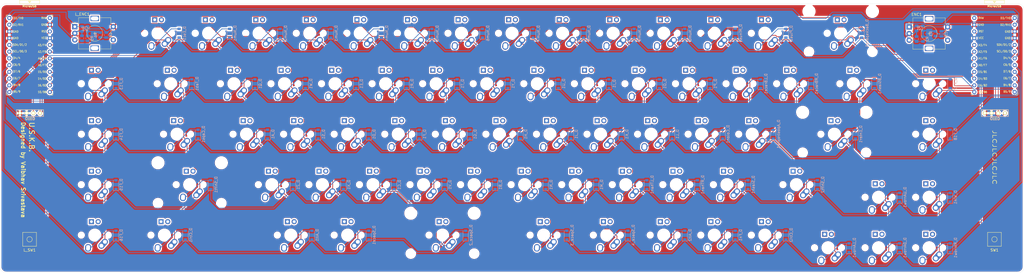
<source format=kicad_pcb>
(kicad_pcb (version 20171130) (host pcbnew "(5.1.9)-1")
  (layers (0 F.Cu signal) (31 B.Cu signal) (34 B.Paste user) (35 F.Paste user) (36 B.SilkS user) (37 F.SilkS user) (38 B.Mask user) (39 F.Mask user) (44 Edge.Cuts user))
  (net 0 "")
  (net 1 ROT_A)
  (net 2 GND)
  (net 3 ROT_B)
  (net 4 K_ENC)
  (net 5 L_ROT_A)
  (net 6 L_ROT_B)
  (net 7 L_K_ENC)
  (net 8 "Net-(D_A1-Pad2)")
  (net 9 L_ROW2)
  (net 10 "Net-(D_Alt1-Pad2)")
  (net 11 L_ROW4)
  (net 12 "Net-(D_Alt2-Pad2)")
  (net 13 ROW4)
  (net 14 "Net-(D_Apostrophe1-Pad2)")
  (net 15 ROW2)
  (net 16 "Net-(D_B1-Pad2)")
  (net 17 L_ROW3)
  (net 18 "Net-(D_Backspace1-Pad2)")
  (net 19 ROW0)
  (net 20 "Net-(D_BSlash1-Pad2)")
  (net 21 ROW1)
  (net 22 "Net-(D_C1-Pad2)")
  (net 23 "Net-(D_Caps1-Pad2)")
  (net 24 "Net-(D_Colon1-Pad2)")
  (net 25 "Net-(D_Ctrl1-Pad2)")
  (net 26 "Net-(D_Ctrl2-Pad2)")
  (net 27 "Net-(D_D1-Pad2)")
  (net 28 "Net-(D_DArrow1-Pad2)")
  (net 29 "Net-(D_E1-Pad2)")
  (net 30 L_ROW1)
  (net 31 "Net-(D_Enter1-Pad2)")
  (net 32 "Net-(D_Esc1-Pad2)")
  (net 33 L_ROW0)
  (net 34 "Net-(D_F1-Pad2)")
  (net 35 "Net-(D_F13-Pad2)")
  (net 36 "Net-(D_F14-Pad2)")
  (net 37 "Net-(D_F15-Pad2)")
  (net 38 "Net-(D_F16-Pad2)")
  (net 39 "Net-(D_F17-Pad2)")
  (net 40 "Net-(D_F18-Pad2)")
  (net 41 "Net-(D_Fn1-Pad2)")
  (net 42 "Net-(D_G1-Pad2)")
  (net 43 "Net-(D_H1-Pad2)")
  (net 44 "Net-(D_I1-Pad2)")
  (net 45 "Net-(D_J1-Pad2)")
  (net 46 "Net-(D_K1-Pad2)")
  (net 47 "Net-(D_L1-Pad2)")
  (net 48 "Net-(D_LArrow1-Pad2)")
  (net 49 "Net-(D_LBrace1-Pad2)")
  (net 50 "Net-(D_LThan1-Pad2)")
  (net 51 ROW3)
  (net 52 "Net-(D_M1-Pad2)")
  (net 53 "Net-(D_Minus1-Pad2)")
  (net 54 "Net-(D_N1-Pad2)")
  (net 55 "Net-(D_Num0-Pad2)")
  (net 56 "Net-(D_Num1-Pad2)")
  (net 57 "Net-(D_Num2-Pad2)")
  (net 58 "Net-(D_Num3-Pad2)")
  (net 59 "Net-(D_Num4-Pad2)")
  (net 60 "Net-(D_Num5-Pad2)")
  (net 61 "Net-(D_Num6-Pad2)")
  (net 62 "Net-(D_Num7-Pad2)")
  (net 63 "Net-(D_Num8-Pad2)")
  (net 64 "Net-(D_Num9-Pad2)")
  (net 65 "Net-(D_O1-Pad2)")
  (net 66 "Net-(D_P1-Pad2)")
  (net 67 "Net-(D_Plus1-Pad2)")
  (net 68 "Net-(D_Q1-Pad2)")
  (net 69 "Net-(D_R1-Pad2)")
  (net 70 "Net-(D_RArrow1-Pad2)")
  (net 71 "Net-(D_RBrace1-Pad2)")
  (net 72 "Net-(D_RThan1-Pad2)")
  (net 73 "Net-(D_S1-Pad2)")
  (net 74 "Net-(D_Shift1-Pad2)")
  (net 75 "Net-(D_Shift2-Pad2)")
  (net 76 "Net-(D_Slash1-Pad2)")
  (net 77 "Net-(D_Space1-Pad2)")
  (net 78 "Net-(D_Space_2-Pad2)")
  (net 79 "Net-(D_Space_3-Pad2)")
  (net 80 "Net-(D_Space_4-Pad2)")
  (net 81 "Net-(D_T1-Pad2)")
  (net 82 "Net-(D_Tab1-Pad2)")
  (net 83 "Net-(D_U1-Pad2)")
  (net 84 "Net-(D_UArrow1-Pad2)")
  (net 85 "Net-(D_V1-Pad2)")
  (net 86 "Net-(D_W1-Pad2)")
  (net 87 "Net-(D_Win1-Pad2)")
  (net 88 "Net-(D_X1-Pad2)")
  (net 89 "Net-(D_Y1-Pad2)")
  (net 90 "Net-(D_Z1-Pad2)")
  (net 91 L_COL2)
  (net 92 COL2)
  (net 93 COL5)
  (net 94 L_COL6)
  (net 95 COL6)
  (net 96 L_COL4)
  (net 97 L_COL1)
  (net 98 COL4)
  (net 99 L_COL5)
  (net 100 L_COL0)
  (net 101 COL7)
  (net 102 COL3)
  (net 103 COL0)
  (net 104 COL1)
  (net 105 L_COL3)
  (net 106 L_COL7)
  (net 107 VCC)
  (net 108 L_SCL)
  (net 109 L_SDA)
  (net 110 L_RESET)
  (net 111 "Net-(L_U1-Pad24)")
  (net 112 SCL)
  (net 113 SDA)
  (net 114 RESET)
  (net 115 "Net-(U1-Pad24)")
  (net 116 DATA)
  (module KeyboardMasterList:MX-2U (layer F.Cu) (at 333.375 36.5125 180)
    (fp_text reference K_Backspace1)
    (fp_text value MX-NoLED)
    (pad "" np_thru_hole circle (at 11.938 8.255 180) (size 3.9878 3.9878) (drill 3.9878) (layers *.Cu *.Mask))
    (pad "" np_thru_hole circle (at -11.938 8.255 180) (size 3.9878 3.9878) (drill 3.9878) (layers *.Cu *.Mask))
    (pad "" np_thru_hole circle (at 11.938 -6.985 180) (size 3.048 3.048) (drill 3.048) (layers *.Cu *.Mask))
    (pad "" np_thru_hole circle (at -11.938 -6.985 180) (size 3.048 3.048) (drill 3.048) (layers *.Cu *.Mask))
    (pad "" np_thru_hole circle (at 5.08 0 228.0996) (size 1.75 1.75) (drill 1.75) (layers *.Cu *.Mask))
    (pad "" np_thru_hole circle (at -5.08 0 228.0996) (size 1.75 1.75) (drill 1.75) (layers *.Cu *.Mask))
    (pad 4 thru_hole rect (at 1.27 5.08 180) (size 1.905 1.905) (drill 1.04) (layers *.Cu B.Mask))
    (pad 3 thru_hole circle (at -1.27 5.08 180) (size 1.905 1.905) (drill 1.04) (layers *.Cu B.Mask))
    (pad 1 thru_hole circle (at -2.5 -4 180) (size 2.25 2.25) (drill 1.47) (layers *.Cu B.Mask) (net 95 COL6))
    (pad "" np_thru_hole circle (at 0 0 180) (size 3.9878 3.9878) (drill 3.9878) (layers *.Cu *.Mask))
    (pad 1 thru_hole oval (at -3.81 -2.54 228.0996) (size 4.211556 2.25) (drill 1.47 (offset 0.980778 0)) (layers *.Cu B.Mask) (net 95 COL6))
    (pad 2 thru_hole circle (at 2.54 -5.08 180) (size 2.25 2.25) (drill 1.47) (layers *.Cu B.Mask) (net 18 "Net-(D_Backspace1-Pad2)"))
    (pad 2 thru_hole oval (at 2.5 -4.5 266.0548) (size 2.831378 2.25) (drill 1.47 (offset 0.290689 0)) (layers *.Cu B.Mask) (net 18 "Net-(D_Backspace1-Pad2)"))
  )
  (module "Keyboard Master List:MX-2.75U" (layer F.Cu) (at 183.35625 112.7125 180)
    (fp_text reference K_Space_2)
    (fp_text value MX-NoLED)
    (pad "" np_thru_hole circle (at 11.938 8.255 180) (size 3.9878 3.9878) (drill 3.9878) (layers *.Cu *.Mask))
    (pad "" np_thru_hole circle (at -11.938 8.255 180) (size 3.9878 3.9878) (drill 3.9878) (layers *.Cu *.Mask))
    (pad "" np_thru_hole circle (at 11.938 -6.985 180) (size 3.048 3.048) (drill 3.048) (layers *.Cu *.Mask))
    (pad "" np_thru_hole circle (at -11.938 -6.985 180) (size 3.048 3.048) (drill 3.048) (layers *.Cu *.Mask))
    (pad "" np_thru_hole circle (at 5.08 0 228.0996) (size 1.75 1.75) (drill 1.75) (layers *.Cu *.Mask))
    (pad "" np_thru_hole circle (at -5.08 0 228.0996) (size 1.75 1.75) (drill 1.75) (layers *.Cu *.Mask))
    (pad 4 thru_hole rect (at 1.27 5.08 180) (size 1.905 1.905) (drill 1.04) (layers *.Cu B.Mask))
    (pad 3 thru_hole circle (at -1.27 5.08 180) (size 1.905 1.905) (drill 1.04) (layers *.Cu B.Mask))
    (pad 1 thru_hole circle (at -2.5 -4 180) (size 2.25 2.25) (drill 1.47) (layers *.Cu B.Mask) (net 96 L_COL4))
    (pad "" np_thru_hole circle (at 0 0 180) (size 3.9878 3.9878) (drill 3.9878) (layers *.Cu *.Mask))
    (pad 1 thru_hole oval (at -3.81 -2.54 228.0996) (size 4.211556 2.25) (drill 1.47 (offset 0.980778 0)) (layers *.Cu B.Mask) (net 96 L_COL4))
    (pad 2 thru_hole circle (at 2.54 -5.08 180) (size 2.25 2.25) (drill 1.47) (layers *.Cu B.Mask) (net 78 "Net-(D_Space_2-Pad2)"))
    (pad 2 thru_hole oval (at 2.5 -4.5 266.0548) (size 2.831378 2.25) (drill 1.47 (offset 0.290689 0)) (layers *.Cu B.Mask) (net 78 "Net-(D_Space_2-Pad2)"))
  )
  (module "Keyboard Master List:MX-1.25U" (layer F.Cu) (at 221.45625 112.7125 180)
    (fp_text reference K_Space_3)
    (fp_text value MX-NoLED)
    (pad "" np_thru_hole circle (at 5.08 0 228.0996) (size 1.75 1.75) (drill 1.75) (layers *.Cu *.Mask))
    (pad "" np_thru_hole circle (at -5.08 0 228.0996) (size 1.75 1.75) (drill 1.75) (layers *.Cu *.Mask))
    (pad 4 thru_hole rect (at 1.27 5.08 180) (size 1.905 1.905) (drill 1.04) (layers *.Cu B.Mask))
    (pad 3 thru_hole circle (at -1.27 5.08 180) (size 1.905 1.905) (drill 1.04) (layers *.Cu B.Mask))
    (pad 1 thru_hole circle (at -2.5 -4 180) (size 2.25 2.25) (drill 1.47) (layers *.Cu B.Mask) (net 103 COL0))
    (pad "" np_thru_hole circle (at 0 0 180) (size 3.9878 3.9878) (drill 3.9878) (layers *.Cu *.Mask))
    (pad 1 thru_hole oval (at -3.81 -2.54 228.0996) (size 4.211556 2.25) (drill 1.47 (offset 0.980778 0)) (layers *.Cu B.Mask) (net 103 COL0))
    (pad 2 thru_hole circle (at 2.54 -5.08 180) (size 2.25 2.25) (drill 1.47) (layers *.Cu B.Mask) (net 79 "Net-(D_Space_3-Pad2)"))
    (pad 2 thru_hole oval (at 2.5 -4.5 266.0548) (size 2.831378 2.25) (drill 1.47 (offset 0.290689 0)) (layers *.Cu B.Mask) (net 79 "Net-(D_Space_3-Pad2)"))
  )
  (module Resistor_SMD:R_0805_2012Metric (layer B.Cu) (at 364.363 34.63925 270)
    (fp_text reference R1 (at 0 1.65 90) (layer B.SilkS) (effects (justify mirror)))
    (fp_text value 10k)
    (pad 2 smd roundrect (at 0.9125 0 270) (size 1.025 1.4) (layers B.Cu B.Paste B.Mask) (roundrect_rratio 0.2439004878048781) (net 107 VCC))
    (pad 1 smd roundrect (at -0.9125 0 270) (size 1.025 1.4) (layers B.Cu B.Paste B.Mask) (roundrect_rratio 0.2439004878048781) (net 1 ROT_A))
  )
  (module Resistor_SMD:R_0805_2012Metric (layer B.Cu) (at 364.363 38.70325 90)
    (fp_text reference R2 (at 0 1.65 90) (layer B.SilkS) (effects (justify mirror)))
    (fp_text value 10k)
    (pad 2 smd roundrect (at 0.9125 0 90) (size 1.025 1.4) (layers B.Cu B.Paste B.Mask) (roundrect_rratio 0.2439004878048781) (net 107 VCC))
    (pad 1 smd roundrect (at -0.9125 0 90) (size 1.025 1.4) (layers B.Cu B.Paste B.Mask) (roundrect_rratio 0.2439004878048781) (net 3 ROT_B))
  )
  (module Resistor_SMD:R_0805_2012Metric (layer B.Cu) (at 369.062 36.69475 270)
    (fp_text reference R3 (at 0 1.65 90) (layer B.SilkS) (effects (justify mirror)))
    (fp_text value 10k)
    (pad 2 smd roundrect (at 0.9125 0 270) (size 1.025 1.4) (layers B.Cu B.Paste B.Mask) (roundrect_rratio 0.2439004878048781) (net 4 K_ENC))
    (pad 1 smd roundrect (at -0.9125 0 270) (size 1.025 1.4) (layers B.Cu B.Paste B.Mask) (roundrect_rratio 0.2439004878048781) (net 107 VCC))
  )
  (module Capacitor_SMD:C_0805_2012Metric (layer B.Cu) (at 371.348 36.73725 90)
    (fp_text reference C3 (at 0 1.68 90) (layer B.SilkS) (effects (justify mirror)))
    (fp_text value 0.1u)
    (pad 2 smd roundrect (at 0.95 0 90) (size 1 1.45) (layers B.Cu B.Paste B.Mask) (net 2 GND))
    (pad 1 smd roundrect (at -0.95 0 90) (size 1 1.45) (layers B.Cu B.Paste B.Mask) (net 4 K_ENC))
  )
  (module Capacitor_SMD:C_0805_2012Metric (layer B.Cu) (at 361.95 38.70325 270)
    (fp_text reference C2 (at 0 1.68 90) (layer B.SilkS) (effects (justify mirror)))
    (fp_text value 0.1u)
    (pad 2 smd roundrect (at 0.95 0 270) (size 1 1.45) (layers B.Cu B.Paste B.Mask) (net 3 ROT_B))
    (pad 1 smd roundrect (at -0.95 0 270) (size 1 1.45) (layers B.Cu B.Paste B.Mask) (net 2 GND))
  )
  (module Capacitor_SMD:C_0805_2012Metric (layer B.Cu) (at 361.95 34.63925 90)
    (fp_text reference C1 (at 0 1.68 90) (layer B.SilkS) (effects (justify mirror)))
    (fp_text value 0.1u)
    (pad 2 smd roundrect (at 0.95 0 90) (size 1 1.45) (layers B.Cu B.Paste B.Mask) (net 1 ROT_A))
    (pad 1 smd roundrect (at -0.95 0 90) (size 1 1.45) (layers B.Cu B.Paste B.Mask) (net 2 GND))
  )
  (module Rotary_Encoder:RotaryEncoder_Alps_EC11E-Switch_Vertical_H20mm (layer F.Cu) (at 359.18775 34.13125)
    (fp_text reference ENC1 (at 2.8 -4.7) (layer F.SilkS))
    (fp_text value Rotary_Encoder_Switch)
    (pad A thru_hole rect (at 0 0) (size 2 2) (drill 1) (layers *.Cu *.Mask) (net 1 ROT_A))
    (pad C thru_hole circle (at 0 2.5) (size 2 2) (drill 1) (layers *.Cu *.Mask) (net 2 GND))
    (pad B thru_hole circle (at 0 5) (size 2 2) (drill 1) (layers *.Cu *.Mask) (net 3 ROT_B))
    (pad MP thru_hole rect (at 7.5 -3.1) (size 3.2 2) (drill oval 2.8 1.5) (layers *.Cu *.Mask))
    (pad MP thru_hole rect (at 7.5 8.1) (size 3.2 2) (drill oval 2.8 1.5) (layers *.Cu *.Mask))
    (pad S2 thru_hole circle (at 14.5 0) (size 2 2) (drill 1) (layers *.Cu *.Mask) (net 2 GND))
    (pad S1 thru_hole circle (at 14.5 5) (size 2 2) (drill 1) (layers *.Cu *.Mask) (net 4 K_ENC))
  )
  (module "Keyboard Master List:MX-1.25U" (layer F.Cu) (at 245.26875 112.7125 180)
    (fp_text reference K_Space_4)
    (fp_text value MX-NoLED)
    (pad "" np_thru_hole circle (at 5.08 0 228.0996) (size 1.75 1.75) (drill 1.75) (layers *.Cu *.Mask))
    (pad "" np_thru_hole circle (at -5.08 0 228.0996) (size 1.75 1.75) (drill 1.75) (layers *.Cu *.Mask))
    (pad 4 thru_hole rect (at 1.27 5.08 180) (size 1.905 1.905) (drill 1.04) (layers *.Cu B.Mask))
    (pad 3 thru_hole circle (at -1.27 5.08 180) (size 1.905 1.905) (drill 1.04) (layers *.Cu B.Mask))
    (pad 1 thru_hole circle (at -2.5 -4 180) (size 2.25 2.25) (drill 1.47) (layers *.Cu B.Mask) (net 104 COL1))
    (pad "" np_thru_hole circle (at 0 0 180) (size 3.9878 3.9878) (drill 3.9878) (layers *.Cu *.Mask))
    (pad 1 thru_hole oval (at -3.81 -2.54 228.0996) (size 4.211556 2.25) (drill 1.47 (offset 0.980778 0)) (layers *.Cu B.Mask) (net 104 COL1))
    (pad 2 thru_hole circle (at 2.54 -5.08 180) (size 2.25 2.25) (drill 1.47) (layers *.Cu B.Mask) (net 80 "Net-(D_Space_4-Pad2)"))
    (pad 2 thru_hole oval (at 2.5 -4.5 266.0548) (size 2.831378 2.25) (drill 1.47 (offset 0.290689 0)) (layers *.Cu B.Mask) (net 80 "Net-(D_Space_4-Pad2)"))
  )
  (module "Keyboard Master List:MX-1U" (layer F.Cu) (at 147.6375 112.7125 180)
    (fp_text reference K_Space1)
    (fp_text value MX-NoLED)
    (pad "" np_thru_hole circle (at 5.08 0 228.0996) (size 1.75 1.75) (drill 1.75) (layers *.Cu *.Mask))
    (pad "" np_thru_hole circle (at -5.08 0 228.0996) (size 1.75 1.75) (drill 1.75) (layers *.Cu *.Mask))
    (pad 4 thru_hole rect (at 1.27 5.08 180) (size 1.905 1.905) (drill 1.04) (layers *.Cu B.Mask))
    (pad 3 thru_hole circle (at -1.27 5.08 180) (size 1.905 1.905) (drill 1.04) (layers *.Cu B.Mask))
    (pad 1 thru_hole circle (at -2.5 -4 180) (size 2.25 2.25) (drill 1.47) (layers *.Cu B.Mask) (net 105 L_COL3))
    (pad "" np_thru_hole circle (at 0 0 180) (size 3.9878 3.9878) (drill 3.9878) (layers *.Cu *.Mask))
    (pad 1 thru_hole oval (at -3.81 -2.54 228.0996) (size 4.211556 2.25) (drill 1.47 (offset 0.980778 0)) (layers *.Cu B.Mask) (net 105 L_COL3))
    (pad 2 thru_hole circle (at 2.54 -5.08 180) (size 2.25 2.25) (drill 1.47) (layers *.Cu B.Mask) (net 77 "Net-(D_Space1-Pad2)"))
    (pad 2 thru_hole oval (at 2.5 -4.5 266.0548) (size 2.831378 2.25) (drill 1.47 (offset 0.290689 0)) (layers *.Cu B.Mask) (net 77 "Net-(D_Space1-Pad2)"))
  )
  (module KeyboardMasterList:ProMicro_v3 (layer F.Cu) (at 391.31875 45.24375)
    (fp_text reference U1 hide)
    (fp_text value ProMicro hide)
    (fp_text user RAW (at -4.995 -14.5 unlocked) (layer F.SilkS) (effects (font (size 0.75 0.67) (thickness 0.125))))
    (fp_text user GND (at -4.995 -11.95 unlocked) (layer F.SilkS) (effects (font (size 0.75 0.67) (thickness 0.125))))
    (fp_text user RST (at -4.995 -9.4 unlocked) (layer F.SilkS) (effects (font (size 0.75 0.67) (thickness 0.125))))
    (fp_text user VCC (at -4.995 -6.95 unlocked) (layer F.SilkS) (effects (font (size 0.75 0.67) (thickness 0.125))))
    (fp_text user A3/F4 (at -4.395 -4.25 unlocked) (layer F.SilkS) (effects (font (size 0.75 0.67) (thickness 0.125))))
    (fp_text user A2/F5 (at -4.395 -1.75 unlocked) (layer F.SilkS) (effects (font (size 0.75 0.67) (thickness 0.125))))
    (fp_text user A1/F6 (at -4.395 0.75 unlocked) (layer F.SilkS) (effects (font (size 0.75 0.67) (thickness 0.125))))
    (fp_text user A0/F7 (at -4.395 3.3 unlocked) (layer F.SilkS) (effects (font (size 0.75 0.67) (thickness 0.125))))
    (fp_text user 15/B1 (at -4.395 5.85 unlocked) (layer F.SilkS) (effects (font (size 0.75 0.67) (thickness 0.125))))
    (fp_text user 14/B3 (at -4.395 8.4 unlocked) (layer F.SilkS) (effects (font (size 0.75 0.67) (thickness 0.125))))
    (fp_text user 10/B6 (at -4.395 13.45 unlocked) (layer F.SilkS) (effects (font (size 0.75 0.67) (thickness 0.125))))
    (fp_text user 16/B2 (at -4.395 10.95 unlocked) (layer F.SilkS) (effects (font (size 0.75 0.67) (thickness 0.125))))
    (fp_text user E6/7 (at 4.705 8.25 unlocked) (layer F.SilkS) (effects (font (size 0.75 0.67) (thickness 0.125))))
    (fp_text user D7/6 (at 4.705 5.7 unlocked) (layer F.SilkS) (effects (font (size 0.75 0.67) (thickness 0.125))))
    (fp_text user GND (at 4.955 -9.35 unlocked) (layer F.SilkS) (effects (font (size 0.75 0.67) (thickness 0.125))))
    (fp_text user GND (at 4.955 -6.9 unlocked) (layer F.SilkS) (effects (font (size 0.75 0.67) (thickness 0.125))))
    (fp_text user D3/TX0 (at 4.155 -14.45 unlocked) (layer F.SilkS) (effects (font (size 0.75 0.67) (thickness 0.125))))
    (fp_text user D4/4 (at 4.705 0.6 unlocked) (layer F.SilkS) (effects (font (size 0.75 0.67) (thickness 0.125))))
    (fp_text user SDA/D1/2 (at 3.455 -4.4 unlocked) (layer F.SilkS) (effects (font (size 0.75 0.67) (thickness 0.125))))
    (fp_text user SCL/D0/3 (at 3.455 -1.9 unlocked) (layer F.SilkS) (effects (font (size 0.75 0.67) (thickness 0.125))))
    (fp_text user C6/5 (at 4.705 3.15 unlocked) (layer F.SilkS) (effects (font (size 0.75 0.67) (thickness 0.125))))
    (fp_text user B5/9 (at 4.705 13.3 unlocked) (layer F.SilkS) (effects (font (size 0.75 0.67) (thickness 0.125))))
    (fp_text user D2/RX1 (at 4.155 -11.9 unlocked) (layer F.SilkS) (effects (font (size 0.75 0.67) (thickness 0.125))))
    (fp_text user B4/8 (at 4.705 10.8 unlocked) (layer F.SilkS) (effects (font (size 0.75 0.67) (thickness 0.125))))
    (fp_text user MicroUSB (at -0.05 -18.95) (layer F.SilkS) (effects (font (size 0.75 0.75) (thickness 0.12))))
    (fp_text user MicroUSB (at -0.05 -18.95) (layer F.SilkS) (effects (font (size 0.75 0.75) (thickness 0.12))))
    (pad 24 thru_hole circle (at -7.6086 -14.478) (size 1.524 1.524) (drill 0.8128) (layers *.Cu B.Mask) (net 115 "Net-(U1-Pad24)"))
    (pad 23 thru_hole circle (at -7.6086 -11.938) (size 1.524 1.524) (drill 0.8128) (layers *.Cu B.Mask) (net 2 GND))
    (pad 22 thru_hole circle (at -7.6086 -9.398) (size 1.524 1.524) (drill 0.8128) (layers *.Cu B.Mask) (net 114 RESET))
    (pad 21 thru_hole circle (at -7.6086 -6.858) (size 1.524 1.524) (drill 0.8128) (layers *.Cu B.Mask) (net 107 VCC))
    (pad 20 thru_hole circle (at -7.6086 -4.318) (size 1.524 1.524) (drill 0.8128) (layers *.Cu B.Mask) (net 103 COL0))
    (pad 19 thru_hole circle (at -7.6086 -1.778) (size 1.524 1.524) (drill 0.8128) (layers *.Cu B.Mask) (net 104 COL1))
    (pad 18 thru_hole circle (at -7.6086 0.762) (size 1.524 1.524) (drill 0.8128) (layers *.Cu B.Mask) (net 92 COL2))
    (pad 17 thru_hole circle (at -7.6086 3.302) (size 1.524 1.524) (drill 0.8128) (layers *.Cu B.Mask) (net 102 COL3))
    (pad 16 thru_hole circle (at -7.6086 5.842) (size 1.524 1.524) (drill 0.8128) (layers *.Cu B.Mask) (net 98 COL4))
    (pad 15 thru_hole circle (at -7.6086 8.382) (size 1.524 1.524) (drill 0.8128) (layers *.Cu B.Mask) (net 93 COL5))
    (pad 14 thru_hole circle (at -7.6086 10.922) (size 1.524 1.524) (drill 0.8128) (layers *.Cu B.Mask) (net 95 COL6))
    (pad 13 thru_hole circle (at -7.6086 13.462) (size 1.524 1.524) (drill 0.8128) (layers *.Cu B.Mask) (net 101 COL7))
    (pad 12 thru_hole circle (at 7.6114 13.462) (size 1.524 1.524) (drill 0.8128) (layers *.Cu B.Mask) (net 19 ROW0))
    (pad 11 thru_hole circle (at 7.6114 10.922) (size 1.524 1.524) (drill 0.8128) (layers *.Cu B.Mask) (net 21 ROW1))
    (pad 10 thru_hole circle (at 7.6114 8.382) (size 1.524 1.524) (drill 0.8128) (layers *.Cu B.Mask) (net 15 ROW2))
    (pad 9 thru_hole circle (at 7.6114 5.842) (size 1.524 1.524) (drill 0.8128) (layers *.Cu B.Mask) (net 51 ROW3))
    (pad 8 thru_hole circle (at 7.6114 3.302) (size 1.524 1.524) (drill 0.8128) (layers *.Cu B.Mask) (net 13 ROW4))
    (pad 7 thru_hole circle (at 7.6114 0.762) (size 1.524 1.524) (drill 0.8128) (layers *.Cu B.Mask) (net 116 DATA))
    (pad 6 thru_hole circle (at 7.6114 -1.778) (size 1.524 1.524) (drill 0.8128) (layers *.Cu B.Mask) (net 112 SCL))
    (pad 5 thru_hole circle (at 7.6114 -4.318) (size 1.524 1.524) (drill 0.8128) (layers *.Cu B.Mask) (net 113 SDA))
    (pad 4 thru_hole circle (at 7.6114 -6.858) (size 1.524 1.524) (drill 0.8128) (layers *.Cu B.Mask) (net 2 GND))
    (pad 3 thru_hole circle (at 7.6114 -9.398) (size 1.524 1.524) (drill 0.8128) (layers *.Cu B.Mask) (net 2 GND))
    (pad 2 thru_hole circle (at 7.6114 -11.938) (size 1.524 1.524) (drill 0.8128) (layers *.Cu B.Mask) (net 3 ROT_B))
    (pad 1 thru_hole circle (at 7.6114 -14.478) (size 1.524 1.524) (drill 0.8128) (layers *.Cu B.Mask) (net 1 ROT_A))
  )
  (module KeyboardMasterList:ProMicro_v3 (layer F.Cu) (at 27.78125 45.24375)
    (fp_text reference L_U1 hide)
    (fp_text value ProMicro hide)
    (fp_text user RAW (at 5.419 -14.5 unlocked) (layer F.SilkS) (effects (font (size 0.75 0.67) (thickness 0.125))))
    (fp_text user GND (at 5.419 -11.95 unlocked) (layer F.SilkS) (effects (font (size 0.75 0.67) (thickness 0.125))))
    (fp_text user RST (at 5.419 -9.4 unlocked) (layer F.SilkS) (effects (font (size 0.75 0.67) (thickness 0.125))))
    (fp_text user VCC (at 5.419 -6.95 unlocked) (layer F.SilkS) (effects (font (size 0.75 0.67) (thickness 0.125))))
    (fp_text user A3/F4 (at 4.749 -4.25 unlocked) (layer F.SilkS) (effects (font (size 0.75 0.67) (thickness 0.125))))
    (fp_text user A2/F5 (at 4.749 -1.75 unlocked) (layer F.SilkS) (effects (font (size 0.75 0.67) (thickness 0.125))))
    (fp_text user A1/F6 (at 4.749 0.75 unlocked) (layer F.SilkS) (effects (font (size 0.75 0.67) (thickness 0.125))))
    (fp_text user A0/F7 (at 4.749 3.3 unlocked) (layer F.SilkS) (effects (font (size 0.75 0.67) (thickness 0.125))))
    (fp_text user 15/B1 (at 4.749 5.85 unlocked) (layer F.SilkS) (effects (font (size 0.75 0.67) (thickness 0.125))))
    (fp_text user 14/B3 (at 4.749 8.4 unlocked) (layer F.SilkS) (effects (font (size 0.75 0.67) (thickness 0.125))))
    (fp_text user 10/B6 (at 4.749 13.45 unlocked) (layer F.SilkS) (effects (font (size 0.75 0.67) (thickness 0.125))))
    (fp_text user 16/B2 (at 4.749 10.95 unlocked) (layer F.SilkS) (effects (font (size 0.75 0.67) (thickness 0.125))))
    (fp_text user E6/7 (at -4.82 8.25 unlocked) (layer F.SilkS) (effects (font (size 0.75 0.67) (thickness 0.125))))
    (fp_text user D7/6 (at -4.82 5.7 unlocked) (layer F.SilkS) (effects (font (size 0.75 0.67) (thickness 0.125))))
    (fp_text user GND (at -5.205 -9.35 unlocked) (layer F.SilkS) (effects (font (size 0.75 0.67) (thickness 0.125))))
    (fp_text user GND (at -5.205 -6.9 unlocked) (layer F.SilkS) (effects (font (size 0.75 0.67) (thickness 0.125))))
    (fp_text user D3/TX0 (at -4.227 -14.45 unlocked) (layer F.SilkS) (effects (font (size 0.75 0.67) (thickness 0.125))))
    (fp_text user D4/4 (at -4.82 0.6 unlocked) (layer F.SilkS) (effects (font (size 0.75 0.67) (thickness 0.125))))
    (fp_text user SDA/D1/2 (at -3.657 -4.4 unlocked) (layer F.SilkS) (effects (font (size 0.75 0.67) (thickness 0.125))))
    (fp_text user SCL/D0/3 (at -3.657 -1.9 unlocked) (layer F.SilkS) (effects (font (size 0.75 0.67) (thickness 0.125))))
    (fp_text user C6/5 (at -4.82 3.15 unlocked) (layer F.SilkS) (effects (font (size 0.75 0.67) (thickness 0.125))))
    (fp_text user B5/9 (at -4.82 13.3 unlocked) (layer F.SilkS) (effects (font (size 0.75 0.67) (thickness 0.125))))
    (fp_text user D2/RX1 (at -4.227 -11.9 unlocked) (layer F.SilkS) (effects (font (size 0.75 0.67) (thickness 0.125))))
    (fp_text user B4/8 (at -4.82 10.8 unlocked) (layer F.SilkS) (effects (font (size 0.75 0.67) (thickness 0.125))))
    (fp_text user MicroUSB (at -0.05 -18.95) (layer F.SilkS) (effects (font (size 0.75 0.75) (thickness 0.12))))
    (fp_text user MicroUSB (at -0.05 -18.95) (layer F.SilkS) (effects (font (size 0.75 0.75) (thickness 0.12))))
    (pad 24 thru_hole circle (at 7.6314 -14.478) (size 1.524 1.524) (drill 0.8128) (layers *.Cu B.Mask) (net 111 "Net-(L_U1-Pad24)"))
    (pad 23 thru_hole circle (at 7.6314 -11.938) (size 1.524 1.524) (drill 0.8128) (layers *.Cu B.Mask) (net 2 GND))
    (pad 22 thru_hole circle (at 7.6314 -9.398) (size 1.524 1.524) (drill 0.8128) (layers *.Cu B.Mask) (net 110 L_RESET))
    (pad 21 thru_hole circle (at 7.6314 -6.858) (size 1.524 1.524) (drill 0.8128) (layers *.Cu B.Mask) (net 107 VCC))
    (pad 20 thru_hole circle (at 7.6314 -4.318) (size 1.524 1.524) (drill 0.8128) (layers *.Cu B.Mask) (net 106 L_COL7))
    (pad 19 thru_hole circle (at 7.6314 -1.778) (size 1.524 1.524) (drill 0.8128) (layers *.Cu B.Mask) (net 94 L_COL6))
    (pad 18 thru_hole circle (at 7.6314 0.762) (size 1.524 1.524) (drill 0.8128) (layers *.Cu B.Mask) (net 99 L_COL5))
    (pad 17 thru_hole circle (at 7.6314 3.302) (size 1.524 1.524) (drill 0.8128) (layers *.Cu B.Mask) (net 96 L_COL4))
    (pad 16 thru_hole circle (at 7.6314 5.842) (size 1.524 1.524) (drill 0.8128) (layers *.Cu B.Mask) (net 105 L_COL3))
    (pad 15 thru_hole circle (at 7.6314 8.382) (size 1.524 1.524) (drill 0.8128) (layers *.Cu B.Mask) (net 91 L_COL2))
    (pad 14 thru_hole circle (at 7.6314 10.922) (size 1.524 1.524) (drill 0.8128) (layers *.Cu B.Mask) (net 97 L_COL1))
    (pad 13 thru_hole circle (at 7.6314 13.462) (size 1.524 1.524) (drill 0.8128) (layers *.Cu B.Mask) (net 100 L_COL0))
    (pad 12 thru_hole circle (at -7.6286 13.462) (size 1.524 1.524) (drill 0.8128) (layers *.Cu B.Mask) (net 33 L_ROW0))
    (pad 11 thru_hole circle (at -7.6286 10.922) (size 1.524 1.524) (drill 0.8128) (layers *.Cu B.Mask) (net 30 L_ROW1))
    (pad 10 thru_hole circle (at -7.6286 8.382) (size 1.524 1.524) (drill 0.8128) (layers *.Cu B.Mask) (net 9 L_ROW2))
    (pad 9 thru_hole circle (at -7.6286 5.842) (size 1.524 1.524) (drill 0.8128) (layers *.Cu B.Mask) (net 17 L_ROW3))
    (pad 8 thru_hole circle (at -7.6286 3.302) (size 1.524 1.524) (drill 0.8128) (layers *.Cu B.Mask) (net 11 L_ROW4))
    (pad 7 thru_hole circle (at -7.6286 0.762) (size 1.524 1.524) (drill 0.8128) (layers *.Cu B.Mask) (net 116 DATA))
    (pad 6 thru_hole circle (at -7.6286 -1.778) (size 1.524 1.524) (drill 0.8128) (layers *.Cu B.Mask) (net 108 L_SCL))
    (pad 5 thru_hole circle (at -7.6286 -4.318) (size 1.524 1.524) (drill 0.8128) (layers *.Cu B.Mask) (net 109 L_SDA))
    (pad 4 thru_hole circle (at -7.6286 -6.858) (size 1.524 1.524) (drill 0.8128) (layers *.Cu B.Mask) (net 2 GND))
    (pad 3 thru_hole circle (at -7.6286 -9.398) (size 1.524 1.524) (drill 0.8128) (layers *.Cu B.Mask) (net 2 GND))
    (pad 2 thru_hole circle (at -7.6286 -11.938) (size 1.524 1.524) (drill 0.8128) (layers *.Cu B.Mask) (net 6 L_ROT_B))
    (pad 1 thru_hole circle (at -7.6286 -14.478) (size 1.524 1.524) (drill 0.8128) (layers *.Cu B.Mask) (net 5 L_ROT_A))
  )
  (module KeyboardMasterList:MX-1.75U (layer F.Cu) (at 83.34375 74.6125 180)
    (fp_text reference K_Caps1)
    (fp_text value MX-NoLED)
    (pad "" np_thru_hole circle (at 5.08 0 228.0996) (size 1.75 1.75) (drill 1.75) (layers *.Cu *.Mask))
    (pad "" np_thru_hole circle (at -5.08 0 228.0996) (size 1.75 1.75) (drill 1.75) (layers *.Cu *.Mask))
    (pad 4 thru_hole rect (at 1.27 5.08 180) (size 1.905 1.905) (drill 1.04) (layers *.Cu B.Mask))
    (pad 3 thru_hole circle (at -1.27 5.08 180) (size 1.905 1.905) (drill 1.04) (layers *.Cu B.Mask))
    (pad 1 thru_hole circle (at -2.5 -4 180) (size 2.25 2.25) (drill 1.47) (layers *.Cu B.Mask) (net 97 L_COL1))
    (pad "" np_thru_hole circle (at 0 0 180) (size 3.9878 3.9878) (drill 3.9878) (layers *.Cu *.Mask))
    (pad 1 thru_hole oval (at -3.81 -2.54 228.0996) (size 4.211556 2.25) (drill 1.47 (offset 0.980778 0)) (layers *.Cu B.Mask) (net 97 L_COL1))
    (pad 2 thru_hole circle (at 2.54 -5.08 180) (size 2.25 2.25) (drill 1.47) (layers *.Cu B.Mask) (net 23 "Net-(D_Caps1-Pad2)"))
    (pad 2 thru_hole oval (at 2.5 -4.5 266.0548) (size 2.831378 2.25) (drill 1.47 (offset 0.290689 0)) (layers *.Cu B.Mask) (net 23 "Net-(D_Caps1-Pad2)"))
  )
  (module KeyboardMasterList:MX-1.75U (layer F.Cu) (at 316.70625 93.6625 180)
    (fp_text reference K_Shift2)
    (fp_text value MX-NoLED)
    (pad "" np_thru_hole circle (at 5.08 0 228.0996) (size 1.75 1.75) (drill 1.75) (layers *.Cu *.Mask))
    (pad "" np_thru_hole circle (at -5.08 0 228.0996) (size 1.75 1.75) (drill 1.75) (layers *.Cu *.Mask))
    (pad 4 thru_hole rect (at 1.27 5.08 180) (size 1.905 1.905) (drill 1.04) (layers *.Cu B.Mask))
    (pad 3 thru_hole circle (at -1.27 5.08 180) (size 1.905 1.905) (drill 1.04) (layers *.Cu B.Mask))
    (pad 1 thru_hole circle (at -2.5 -4 180) (size 2.25 2.25) (drill 1.47) (layers *.Cu B.Mask) (net 93 COL5))
    (pad "" np_thru_hole circle (at 0 0 180) (size 3.9878 3.9878) (drill 3.9878) (layers *.Cu *.Mask))
    (pad 1 thru_hole oval (at -3.81 -2.54 228.0996) (size 4.211556 2.25) (drill 1.47 (offset 0.980778 0)) (layers *.Cu B.Mask) (net 93 COL5))
    (pad 2 thru_hole circle (at 2.54 -5.08 180) (size 2.25 2.25) (drill 1.47) (layers *.Cu B.Mask) (net 75 "Net-(D_Shift2-Pad2)"))
    (pad 2 thru_hole oval (at 2.5 -4.5 266.0548) (size 2.831378 2.25) (drill 1.47 (offset 0.290689 0)) (layers *.Cu B.Mask) (net 75 "Net-(D_Shift2-Pad2)"))
  )
  (module KeyboardMasterList:SKQG-1155865 (layer F.Cu) (at 27.78125 114.3)
    (fp_text reference L_SW1 (at 0 4.064) (layer F.SilkS))
    (fp_text value SW_PUSH)
    (pad 1 smd rect (at 3.1 1.85) (size 1.8 1.1) (layers F.Cu F.Paste F.Mask) (net 110 L_RESET))
    (pad 2 smd rect (at -3.1 -1.85) (size 1.8 1.1) (layers F.Cu F.Paste F.Mask) (net 2 GND))
    (pad 3 smd rect (at 3.1 -1.85) (size 1.8 1.1) (layers F.Cu F.Paste F.Mask))
    (pad 4 smd rect (at -3.1 1.85) (size 1.8 1.1) (layers F.Cu F.Paste F.Mask))
  )
  (module KeyboardMasterList:SKQG-1155865 (layer F.Cu) (at 391.31875 114.3)
    (fp_text reference SW1 (at 0 4.064) (layer F.SilkS))
    (fp_text value SW_PUSH)
    (pad 1 smd rect (at 3.1 1.85) (size 1.8 1.1) (layers F.Cu F.Paste F.Mask) (net 114 RESET))
    (pad 2 smd rect (at -3.1 -1.85) (size 1.8 1.1) (layers F.Cu F.Paste F.Mask) (net 2 GND))
    (pad 3 smd rect (at 3.1 -1.85) (size 1.8 1.1) (layers F.Cu F.Paste F.Mask))
    (pad 4 smd rect (at -3.1 1.85) (size 1.8 1.1) (layers F.Cu F.Paste F.Mask))
  )
  (module Resistor_SMD:R_0805_2012Metric (layer B.Cu) (at 54.356 37.17925 270)
    (fp_text reference R6 (at 0 1.65 90) (layer B.SilkS) (effects (justify mirror)))
    (fp_text value 10k)
    (pad 2 smd roundrect (at 0.9125 0 270) (size 1.025 1.4) (layers B.Cu B.Paste B.Mask) (roundrect_rratio 0.2439004878048781) (net 7 L_K_ENC))
    (pad 1 smd roundrect (at -0.9125 0 270) (size 1.025 1.4) (layers B.Cu B.Paste B.Mask) (roundrect_rratio 0.2439004878048781) (net 107 VCC))
  )
  (module Resistor_SMD:R_0805_2012Metric (layer B.Cu) (at 49.65192 38.44417 90)
    (fp_text reference R5 (at 0 1.65 90) (layer B.SilkS) (effects (justify mirror)))
    (fp_text value 10k)
    (pad 2 smd roundrect (at 0.9125 0 90) (size 1.025 1.4) (layers B.Cu B.Paste B.Mask) (roundrect_rratio 0.2439004878048781) (net 107 VCC))
    (pad 1 smd roundrect (at -0.9125 0 90) (size 1.025 1.4) (layers B.Cu B.Paste B.Mask) (roundrect_rratio 0.2439004878048781) (net 6 L_ROT_B))
  )
  (module Resistor_SMD:R_0805_2012Metric (layer B.Cu) (at 49.65192 34.86785 270)
    (fp_text reference R4 (at 0 1.65 90) (layer B.SilkS) (effects (justify mirror)))
    (fp_text value 10k)
    (pad 2 smd roundrect (at 0.9125 0 270) (size 1.025 1.4) (layers B.Cu B.Paste B.Mask) (roundrect_rratio 0.2439004878048781) (net 107 VCC))
    (pad 1 smd roundrect (at -0.9125 0 270) (size 1.025 1.4) (layers B.Cu B.Paste B.Mask) (roundrect_rratio 0.2439004878048781) (net 5 L_ROT_A))
  )
  (module KeyboardMasterList:OLED (layer F.Cu) (at 395.2875 66.675 180)
    (fp_text reference OL1)
    (fp_text value OLED hide)
    (fp_text user OLED (at 3.75 -2.1) (layer B.SilkS) (effects (justify mirror)))
    (fp_text user OLED (at 3.8 -2.1) (layer F.SilkS))
    (pad 4 thru_hole circle (at 7.62 0 180) (size 1.397 1.397) (drill 0.8128) (layers *.Cu *.Mask F.SilkS) (net 2 GND))
    (pad 3 thru_hole circle (at 5.08 0 180) (size 1.397 1.397) (drill 0.8128) (layers *.Cu *.Mask F.SilkS) (net 107 VCC))
    (pad 2 thru_hole circle (at 2.54 0 180) (size 1.397 1.397) (drill 0.8128) (layers *.Cu *.Mask F.SilkS) (net 112 SCL))
    (pad 1 thru_hole circle (at 0 0 180) (size 1.397 1.397) (drill 0.8128) (layers *.Cu *.Mask F.SilkS) (net 113 SDA))
  )
  (module KeyboardMasterList:OLED (layer F.Cu) (at 31.75 66.675 180)
    (fp_text reference L_OL1)
    (fp_text value OLED hide)
    (fp_text user OLED (at 3.75 -2.1) (layer B.SilkS) (effects (justify mirror)))
    (fp_text user OLED (at 3.8 -2.1) (layer F.SilkS))
    (pad 4 thru_hole circle (at 7.62 0 180) (size 1.397 1.397) (drill 0.8128) (layers *.Cu *.Mask F.SilkS) (net 2 GND))
    (pad 3 thru_hole circle (at 5.08 0 180) (size 1.397 1.397) (drill 0.8128) (layers *.Cu *.Mask F.SilkS) (net 107 VCC))
    (pad 2 thru_hole circle (at 2.54 0 180) (size 1.397 1.397) (drill 0.8128) (layers *.Cu *.Mask F.SilkS) (net 108 L_SCL))
    (pad 1 thru_hole circle (at 0 0 180) (size 1.397 1.397) (drill 0.8128) (layers *.Cu *.Mask F.SilkS) (net 109 L_SDA))
  )
  (module Rotary_Encoder:RotaryEncoder_Alps_EC11E-Switch_Vertical_H20mm (layer F.Cu) (at 44.831 34.036)
    (fp_text reference L_ENC1 (at 2.8 -4.7) (layer F.SilkS))
    (fp_text value Rotary_Encoder_Switch)
    (pad A thru_hole rect (at 0 0) (size 2 2) (drill 1) (layers *.Cu *.Mask) (net 5 L_ROT_A))
    (pad C thru_hole circle (at 0 2.5) (size 2 2) (drill 1) (layers *.Cu *.Mask) (net 2 GND))
    (pad B thru_hole circle (at 0 5) (size 2 2) (drill 1) (layers *.Cu *.Mask) (net 6 L_ROT_B))
    (pad MP thru_hole rect (at 7.5 -3.1) (size 3.2 2) (drill oval 2.8 1.5) (layers *.Cu *.Mask))
    (pad MP thru_hole rect (at 7.5 8.1) (size 3.2 2) (drill oval 2.8 1.5) (layers *.Cu *.Mask))
    (pad S2 thru_hole circle (at 14.5 0) (size 2 2) (drill 1) (layers *.Cu *.Mask) (net 2 GND))
    (pad S1 thru_hole circle (at 14.5 5) (size 2 2) (drill 1) (layers *.Cu *.Mask) (net 7 L_K_ENC))
  )
  (module KeyboardMasterList:MX-1U (layer F.Cu) (at 119.0625 93.6625 180)
    (fp_text reference K_Z1)
    (fp_text value MX-NoLED)
    (pad "" np_thru_hole circle (at 5.08 0 228.0996) (size 1.75 1.75) (drill 1.75) (layers *.Cu *.Mask))
    (pad "" np_thru_hole circle (at -5.08 0 228.0996) (size 1.75 1.75) (drill 1.75) (layers *.Cu *.Mask))
    (pad 4 thru_hole rect (at 1.27 5.08 180) (size 1.905 1.905) (drill 1.04) (layers *.Cu B.Mask))
    (pad 3 thru_hole circle (at -1.27 5.08 180) (size 1.905 1.905) (drill 1.04) (layers *.Cu B.Mask))
    (pad 1 thru_hole circle (at -2.5 -4 180) (size 2.25 2.25) (drill 1.47) (layers *.Cu B.Mask) (net 91 L_COL2))
    (pad "" np_thru_hole circle (at 0 0 180) (size 3.9878 3.9878) (drill 3.9878) (layers *.Cu *.Mask))
    (pad 1 thru_hole oval (at -3.81 -2.54 228.0996) (size 4.211556 2.25) (drill 1.47 (offset 0.980778 0)) (layers *.Cu B.Mask) (net 91 L_COL2))
    (pad 2 thru_hole circle (at 2.54 -5.08 180) (size 2.25 2.25) (drill 1.47) (layers *.Cu B.Mask) (net 90 "Net-(D_Z1-Pad2)"))
    (pad 2 thru_hole oval (at 2.5 -4.5 266.0548) (size 2.831378 2.25) (drill 1.47 (offset 0.290689 0)) (layers *.Cu B.Mask) (net 90 "Net-(D_Z1-Pad2)"))
  )
  (module KeyboardMasterList:MX-1U (layer F.Cu) (at 200.025 55.5625 180)
    (fp_text reference K_Y1)
    (fp_text value MX-NoLED)
    (pad "" np_thru_hole circle (at 5.08 0 228.0996) (size 1.75 1.75) (drill 1.75) (layers *.Cu *.Mask))
    (pad "" np_thru_hole circle (at -5.08 0 228.0996) (size 1.75 1.75) (drill 1.75) (layers *.Cu *.Mask))
    (pad 4 thru_hole rect (at 1.27 5.08 180) (size 1.905 1.905) (drill 1.04) (layers *.Cu B.Mask))
    (pad 3 thru_hole circle (at -1.27 5.08 180) (size 1.905 1.905) (drill 1.04) (layers *.Cu B.Mask))
    (pad 1 thru_hole circle (at -2.5 -4 180) (size 2.25 2.25) (drill 1.47) (layers *.Cu B.Mask) (net 106 L_COL7))
    (pad "" np_thru_hole circle (at 0 0 180) (size 3.9878 3.9878) (drill 3.9878) (layers *.Cu *.Mask))
    (pad 1 thru_hole oval (at -3.81 -2.54 228.0996) (size 4.211556 2.25) (drill 1.47 (offset 0.980778 0)) (layers *.Cu B.Mask) (net 106 L_COL7))
    (pad 2 thru_hole circle (at 2.54 -5.08 180) (size 2.25 2.25) (drill 1.47) (layers *.Cu B.Mask) (net 89 "Net-(D_Y1-Pad2)"))
    (pad 2 thru_hole oval (at 2.5 -4.5 266.0548) (size 2.831378 2.25) (drill 1.47 (offset 0.290689 0)) (layers *.Cu B.Mask) (net 89 "Net-(D_Y1-Pad2)"))
  )
  (module KeyboardMasterList:MX-1U (layer F.Cu) (at 138.1125 93.6625 180)
    (fp_text reference K_X1)
    (fp_text value MX-NoLED)
    (pad "" np_thru_hole circle (at 5.08 0 228.0996) (size 1.75 1.75) (drill 1.75) (layers *.Cu *.Mask))
    (pad "" np_thru_hole circle (at -5.08 0 228.0996) (size 1.75 1.75) (drill 1.75) (layers *.Cu *.Mask))
    (pad 4 thru_hole rect (at 1.27 5.08 180) (size 1.905 1.905) (drill 1.04) (layers *.Cu B.Mask))
    (pad 3 thru_hole circle (at -1.27 5.08 180) (size 1.905 1.905) (drill 1.04) (layers *.Cu B.Mask))
    (pad 1 thru_hole circle (at -2.5 -4 180) (size 2.25 2.25) (drill 1.47) (layers *.Cu B.Mask) (net 105 L_COL3))
    (pad "" np_thru_hole circle (at 0 0 180) (size 3.9878 3.9878) (drill 3.9878) (layers *.Cu *.Mask))
    (pad 1 thru_hole oval (at -3.81 -2.54 228.0996) (size 4.211556 2.25) (drill 1.47 (offset 0.980778 0)) (layers *.Cu B.Mask) (net 105 L_COL3))
    (pad 2 thru_hole circle (at 2.54 -5.08 180) (size 2.25 2.25) (drill 1.47) (layers *.Cu B.Mask) (net 88 "Net-(D_X1-Pad2)"))
    (pad 2 thru_hole oval (at 2.5 -4.5 266.0548) (size 2.831378 2.25) (drill 1.47 (offset 0.290689 0)) (layers *.Cu B.Mask) (net 88 "Net-(D_X1-Pad2)"))
  )
  (module KeyboardMasterList:MX-1U (layer F.Cu) (at 366.7125 98.425 180)
    (fp_text reference K_Win1)
    (fp_text value MX-NoLED)
    (pad "" np_thru_hole circle (at 5.08 0 228.0996) (size 1.75 1.75) (drill 1.75) (layers *.Cu *.Mask))
    (pad "" np_thru_hole circle (at -5.08 0 228.0996) (size 1.75 1.75) (drill 1.75) (layers *.Cu *.Mask))
    (pad 4 thru_hole rect (at 1.27 5.08 180) (size 1.905 1.905) (drill 1.04) (layers *.Cu B.Mask))
    (pad 3 thru_hole circle (at -1.27 5.08 180) (size 1.905 1.905) (drill 1.04) (layers *.Cu B.Mask))
    (pad 1 thru_hole circle (at -2.5 -4 180) (size 2.25 2.25) (drill 1.47) (layers *.Cu B.Mask) (net 101 COL7))
    (pad "" np_thru_hole circle (at 0 0 180) (size 3.9878 3.9878) (drill 3.9878) (layers *.Cu *.Mask))
    (pad 1 thru_hole oval (at -3.81 -2.54 228.0996) (size 4.211556 2.25) (drill 1.47 (offset 0.980778 0)) (layers *.Cu B.Mask) (net 101 COL7))
    (pad 2 thru_hole circle (at 2.54 -5.08 180) (size 2.25 2.25) (drill 1.47) (layers *.Cu B.Mask) (net 87 "Net-(D_Win1-Pad2)"))
    (pad 2 thru_hole oval (at 2.5 -4.5 266.0548) (size 2.831378 2.25) (drill 1.47 (offset 0.290689 0)) (layers *.Cu B.Mask) (net 87 "Net-(D_Win1-Pad2)"))
  )
  (module KeyboardMasterList:MX-1U (layer F.Cu) (at 123.825 55.5625 180)
    (fp_text reference K_W1)
    (fp_text value MX-NoLED)
    (pad "" np_thru_hole circle (at 5.08 0 228.0996) (size 1.75 1.75) (drill 1.75) (layers *.Cu *.Mask))
    (pad "" np_thru_hole circle (at -5.08 0 228.0996) (size 1.75 1.75) (drill 1.75) (layers *.Cu *.Mask))
    (pad 4 thru_hole rect (at 1.27 5.08 180) (size 1.905 1.905) (drill 1.04) (layers *.Cu B.Mask))
    (pad 3 thru_hole circle (at -1.27 5.08 180) (size 1.905 1.905) (drill 1.04) (layers *.Cu B.Mask))
    (pad 1 thru_hole circle (at -2.5 -4 180) (size 2.25 2.25) (drill 1.47) (layers *.Cu B.Mask) (net 105 L_COL3))
    (pad "" np_thru_hole circle (at 0 0 180) (size 3.9878 3.9878) (drill 3.9878) (layers *.Cu *.Mask))
    (pad 1 thru_hole oval (at -3.81 -2.54 228.0996) (size 4.211556 2.25) (drill 1.47 (offset 0.980778 0)) (layers *.Cu B.Mask) (net 105 L_COL3))
    (pad 2 thru_hole circle (at 2.54 -5.08 180) (size 2.25 2.25) (drill 1.47) (layers *.Cu B.Mask) (net 86 "Net-(D_W1-Pad2)"))
    (pad 2 thru_hole oval (at 2.5 -4.5 266.0548) (size 2.831378 2.25) (drill 1.47 (offset 0.290689 0)) (layers *.Cu B.Mask) (net 86 "Net-(D_W1-Pad2)"))
  )
  (module KeyboardMasterList:MX-1U (layer F.Cu) (at 176.2125 93.6625 180)
    (fp_text reference K_V1)
    (fp_text value MX-NoLED)
    (pad "" np_thru_hole circle (at 5.08 0 228.0996) (size 1.75 1.75) (drill 1.75) (layers *.Cu *.Mask))
    (pad "" np_thru_hole circle (at -5.08 0 228.0996) (size 1.75 1.75) (drill 1.75) (layers *.Cu *.Mask))
    (pad 4 thru_hole rect (at 1.27 5.08 180) (size 1.905 1.905) (drill 1.04) (layers *.Cu B.Mask))
    (pad 3 thru_hole circle (at -1.27 5.08 180) (size 1.905 1.905) (drill 1.04) (layers *.Cu B.Mask))
    (pad 1 thru_hole circle (at -2.5 -4 180) (size 2.25 2.25) (drill 1.47) (layers *.Cu B.Mask) (net 99 L_COL5))
    (pad "" np_thru_hole circle (at 0 0 180) (size 3.9878 3.9878) (drill 3.9878) (layers *.Cu *.Mask))
    (pad 1 thru_hole oval (at -3.81 -2.54 228.0996) (size 4.211556 2.25) (drill 1.47 (offset 0.980778 0)) (layers *.Cu B.Mask) (net 99 L_COL5))
    (pad 2 thru_hole circle (at 2.54 -5.08 180) (size 2.25 2.25) (drill 1.47) (layers *.Cu B.Mask) (net 85 "Net-(D_V1-Pad2)"))
    (pad 2 thru_hole oval (at 2.5 -4.5 266.0548) (size 2.831378 2.25) (drill 1.47 (offset 0.290689 0)) (layers *.Cu B.Mask) (net 85 "Net-(D_V1-Pad2)"))
  )
  (module KeyboardMasterList:MX-1U (layer F.Cu) (at 347.6625 98.425 180)
    (fp_text reference K_UArrow1)
    (fp_text value MX-NoLED)
    (pad "" np_thru_hole circle (at 5.08 0 228.0996) (size 1.75 1.75) (drill 1.75) (layers *.Cu *.Mask))
    (pad "" np_thru_hole circle (at -5.08 0 228.0996) (size 1.75 1.75) (drill 1.75) (layers *.Cu *.Mask))
    (pad 4 thru_hole rect (at 1.27 5.08 180) (size 1.905 1.905) (drill 1.04) (layers *.Cu B.Mask))
    (pad 3 thru_hole circle (at -1.27 5.08 180) (size 1.905 1.905) (drill 1.04) (layers *.Cu B.Mask))
    (pad 1 thru_hole circle (at -2.5 -4 180) (size 2.25 2.25) (drill 1.47) (layers *.Cu B.Mask) (net 95 COL6))
    (pad "" np_thru_hole circle (at 0 0 180) (size 3.9878 3.9878) (drill 3.9878) (layers *.Cu *.Mask))
    (pad 1 thru_hole oval (at -3.81 -2.54 228.0996) (size 4.211556 2.25) (drill 1.47 (offset 0.980778 0)) (layers *.Cu B.Mask) (net 95 COL6))
    (pad 2 thru_hole circle (at 2.54 -5.08 180) (size 2.25 2.25) (drill 1.47) (layers *.Cu B.Mask) (net 84 "Net-(D_UArrow1-Pad2)"))
    (pad 2 thru_hole oval (at 2.5 -4.5 266.0548) (size 2.831378 2.25) (drill 1.47 (offset 0.290689 0)) (layers *.Cu B.Mask) (net 84 "Net-(D_UArrow1-Pad2)"))
  )
  (module KeyboardMasterList:MX-1U (layer F.Cu) (at 219.075 55.5625 180)
    (fp_text reference K_U1)
    (fp_text value MX-NoLED)
    (pad "" np_thru_hole circle (at 5.08 0 228.0996) (size 1.75 1.75) (drill 1.75) (layers *.Cu *.Mask))
    (pad "" np_thru_hole circle (at -5.08 0 228.0996) (size 1.75 1.75) (drill 1.75) (layers *.Cu *.Mask))
    (pad 4 thru_hole rect (at 1.27 5.08 180) (size 1.905 1.905) (drill 1.04) (layers *.Cu B.Mask))
    (pad 3 thru_hole circle (at -1.27 5.08 180) (size 1.905 1.905) (drill 1.04) (layers *.Cu B.Mask))
    (pad 1 thru_hole circle (at -2.5 -4 180) (size 2.25 2.25) (drill 1.47) (layers *.Cu B.Mask) (net 103 COL0))
    (pad "" np_thru_hole circle (at 0 0 180) (size 3.9878 3.9878) (drill 3.9878) (layers *.Cu *.Mask))
    (pad 1 thru_hole oval (at -3.81 -2.54 228.0996) (size 4.211556 2.25) (drill 1.47 (offset 0.980778 0)) (layers *.Cu B.Mask) (net 103 COL0))
    (pad 2 thru_hole circle (at 2.54 -5.08 180) (size 2.25 2.25) (drill 1.47) (layers *.Cu B.Mask) (net 83 "Net-(D_U1-Pad2)"))
    (pad 2 thru_hole oval (at 2.5 -4.5 266.0548) (size 2.831378 2.25) (drill 1.47 (offset 0.290689 0)) (layers *.Cu B.Mask) (net 83 "Net-(D_U1-Pad2)"))
  )
  (module KeyboardMasterList:MX-1.5U (layer F.Cu) (at 80.9625 55.5625 180)
    (fp_text reference K_Tab1)
    (fp_text value MX-NoLED)
    (pad "" np_thru_hole circle (at 5.08 0 228.0996) (size 1.75 1.75) (drill 1.75) (layers *.Cu *.Mask))
    (pad "" np_thru_hole circle (at -5.08 0 228.0996) (size 1.75 1.75) (drill 1.75) (layers *.Cu *.Mask))
    (pad 4 thru_hole rect (at 1.27 5.08 180) (size 1.905 1.905) (drill 1.04) (layers *.Cu B.Mask))
    (pad 3 thru_hole circle (at -1.27 5.08 180) (size 1.905 1.905) (drill 1.04) (layers *.Cu B.Mask))
    (pad 1 thru_hole circle (at -2.5 -4 180) (size 2.25 2.25) (drill 1.47) (layers *.Cu B.Mask) (net 97 L_COL1))
    (pad "" np_thru_hole circle (at 0 0 180) (size 3.9878 3.9878) (drill 3.9878) (layers *.Cu *.Mask))
    (pad 1 thru_hole oval (at -3.81 -2.54 228.0996) (size 4.211556 2.25) (drill 1.47 (offset 0.980778 0)) (layers *.Cu B.Mask) (net 97 L_COL1))
    (pad 2 thru_hole circle (at 2.54 -5.08 180) (size 2.25 2.25) (drill 1.47) (layers *.Cu B.Mask) (net 82 "Net-(D_Tab1-Pad2)"))
    (pad 2 thru_hole oval (at 2.5 -4.5 266.0548) (size 2.831378 2.25) (drill 1.47 (offset 0.290689 0)) (layers *.Cu B.Mask) (net 82 "Net-(D_Tab1-Pad2)"))
  )
  (module KeyboardMasterList:MX-1U (layer F.Cu) (at 180.975 55.5625 180)
    (fp_text reference K_T1)
    (fp_text value MX-NoLED)
    (pad "" np_thru_hole circle (at 5.08 0 228.0996) (size 1.75 1.75) (drill 1.75) (layers *.Cu *.Mask))
    (pad "" np_thru_hole circle (at -5.08 0 228.0996) (size 1.75 1.75) (drill 1.75) (layers *.Cu *.Mask))
    (pad 4 thru_hole rect (at 1.27 5.08 180) (size 1.905 1.905) (drill 1.04) (layers *.Cu B.Mask))
    (pad 3 thru_hole circle (at -1.27 5.08 180) (size 1.905 1.905) (drill 1.04) (layers *.Cu B.Mask))
    (pad 1 thru_hole circle (at -2.5 -4 180) (size 2.25 2.25) (drill 1.47) (layers *.Cu B.Mask) (net 94 L_COL6))
    (pad "" np_thru_hole circle (at 0 0 180) (size 3.9878 3.9878) (drill 3.9878) (layers *.Cu *.Mask))
    (pad 1 thru_hole oval (at -3.81 -2.54 228.0996) (size 4.211556 2.25) (drill 1.47 (offset 0.980778 0)) (layers *.Cu B.Mask) (net 94 L_COL6))
    (pad 2 thru_hole circle (at 2.54 -5.08 180) (size 2.25 2.25) (drill 1.47) (layers *.Cu B.Mask) (net 81 "Net-(D_T1-Pad2)"))
    (pad 2 thru_hole oval (at 2.5 -4.5 266.0548) (size 2.831378 2.25) (drill 1.47 (offset 0.290689 0)) (layers *.Cu B.Mask) (net 81 "Net-(D_T1-Pad2)"))
  )
  (module KeyboardMasterList:MX-1U (layer F.Cu) (at 290.5125 93.6625 180)
    (fp_text reference K_Slash1)
    (fp_text value MX-NoLED)
    (pad "" np_thru_hole circle (at 5.08 0 228.0996) (size 1.75 1.75) (drill 1.75) (layers *.Cu *.Mask))
    (pad "" np_thru_hole circle (at -5.08 0 228.0996) (size 1.75 1.75) (drill 1.75) (layers *.Cu *.Mask))
    (pad 4 thru_hole rect (at 1.27 5.08 180) (size 1.905 1.905) (drill 1.04) (layers *.Cu B.Mask))
    (pad 3 thru_hole circle (at -1.27 5.08 180) (size 1.905 1.905) (drill 1.04) (layers *.Cu B.Mask))
    (pad 1 thru_hole circle (at -2.5 -4 180) (size 2.25 2.25) (drill 1.47) (layers *.Cu B.Mask) (net 98 COL4))
    (pad "" np_thru_hole circle (at 0 0 180) (size 3.9878 3.9878) (drill 3.9878) (layers *.Cu *.Mask))
    (pad 1 thru_hole oval (at -3.81 -2.54 228.0996) (size 4.211556 2.25) (drill 1.47 (offset 0.980778 0)) (layers *.Cu B.Mask) (net 98 COL4))
    (pad 2 thru_hole circle (at 2.54 -5.08 180) (size 2.25 2.25) (drill 1.47) (layers *.Cu B.Mask) (net 76 "Net-(D_Slash1-Pad2)"))
    (pad 2 thru_hole oval (at 2.5 -4.5 266.0548) (size 2.831378 2.25) (drill 1.47 (offset 0.290689 0)) (layers *.Cu B.Mask) (net 76 "Net-(D_Slash1-Pad2)"))
  )
  (module KeyboardMasterList:MX-2.25U (layer F.Cu) (at 88.10625 93.6625 180)
    (fp_text reference K_Shift1)
    (fp_text value MX-NoLED)
    (pad "" np_thru_hole circle (at 11.938 8.255 180) (size 3.9878 3.9878) (drill 3.9878) (layers *.Cu *.Mask))
    (pad "" np_thru_hole circle (at -11.938 8.255 180) (size 3.9878 3.9878) (drill 3.9878) (layers *.Cu *.Mask))
    (pad "" np_thru_hole circle (at 11.938 -6.985 180) (size 3.048 3.048) (drill 3.048) (layers *.Cu *.Mask))
    (pad "" np_thru_hole circle (at -11.938 -6.985 180) (size 3.048 3.048) (drill 3.048) (layers *.Cu *.Mask))
    (pad "" np_thru_hole circle (at 5.08 0 228.0996) (size 1.75 1.75) (drill 1.75) (layers *.Cu *.Mask))
    (pad "" np_thru_hole circle (at -5.08 0 228.0996) (size 1.75 1.75) (drill 1.75) (layers *.Cu *.Mask))
    (pad 4 thru_hole rect (at 1.27 5.08 180) (size 1.905 1.905) (drill 1.04) (layers *.Cu B.Mask))
    (pad 3 thru_hole circle (at -1.27 5.08 180) (size 1.905 1.905) (drill 1.04) (layers *.Cu B.Mask))
    (pad 1 thru_hole circle (at -2.5 -4 180) (size 2.25 2.25) (drill 1.47) (layers *.Cu B.Mask) (net 97 L_COL1))
    (pad "" np_thru_hole circle (at 0 0 180) (size 3.9878 3.9878) (drill 3.9878) (layers *.Cu *.Mask))
    (pad 1 thru_hole oval (at -3.81 -2.54 228.0996) (size 4.211556 2.25) (drill 1.47 (offset 0.980778 0)) (layers *.Cu B.Mask) (net 97 L_COL1))
    (pad 2 thru_hole circle (at 2.54 -5.08 180) (size 2.25 2.25) (drill 1.47) (layers *.Cu B.Mask) (net 74 "Net-(D_Shift1-Pad2)"))
    (pad 2 thru_hole oval (at 2.5 -4.5 266.0548) (size 2.831378 2.25) (drill 1.47 (offset 0.290689 0)) (layers *.Cu B.Mask) (net 74 "Net-(D_Shift1-Pad2)"))
  )
  (module KeyboardMasterList:MX-1U (layer F.Cu) (at 128.5875 74.6125 180)
    (fp_text reference K_S1)
    (fp_text value MX-NoLED)
    (pad "" np_thru_hole circle (at 5.08 0 228.0996) (size 1.75 1.75) (drill 1.75) (layers *.Cu *.Mask))
    (pad "" np_thru_hole circle (at -5.08 0 228.0996) (size 1.75 1.75) (drill 1.75) (layers *.Cu *.Mask))
    (pad 4 thru_hole rect (at 1.27 5.08 180) (size 1.905 1.905) (drill 1.04) (layers *.Cu B.Mask))
    (pad 3 thru_hole circle (at -1.27 5.08 180) (size 1.905 1.905) (drill 1.04) (layers *.Cu B.Mask))
    (pad 1 thru_hole circle (at -2.5 -4 180) (size 2.25 2.25) (drill 1.47) (layers *.Cu B.Mask) (net 105 L_COL3))
    (pad "" np_thru_hole circle (at 0 0 180) (size 3.9878 3.9878) (drill 3.9878) (layers *.Cu *.Mask))
    (pad 1 thru_hole oval (at -3.81 -2.54 228.0996) (size 4.211556 2.25) (drill 1.47 (offset 0.980778 0)) (layers *.Cu B.Mask) (net 105 L_COL3))
    (pad 2 thru_hole circle (at 2.54 -5.08 180) (size 2.25 2.25) (drill 1.47) (layers *.Cu B.Mask) (net 73 "Net-(D_S1-Pad2)"))
    (pad 2 thru_hole oval (at 2.5 -4.5 266.0548) (size 2.831378 2.25) (drill 1.47 (offset 0.290689 0)) (layers *.Cu B.Mask) (net 73 "Net-(D_S1-Pad2)"))
  )
  (module KeyboardMasterList:MX-1U (layer F.Cu) (at 271.4625 93.6625 180)
    (fp_text reference K_RThan1)
    (fp_text value MX-NoLED)
    (pad "" np_thru_hole circle (at 5.08 0 228.0996) (size 1.75 1.75) (drill 1.75) (layers *.Cu *.Mask))
    (pad "" np_thru_hole circle (at -5.08 0 228.0996) (size 1.75 1.75) (drill 1.75) (layers *.Cu *.Mask))
    (pad 4 thru_hole rect (at 1.27 5.08 180) (size 1.905 1.905) (drill 1.04) (layers *.Cu B.Mask))
    (pad 3 thru_hole circle (at -1.27 5.08 180) (size 1.905 1.905) (drill 1.04) (layers *.Cu B.Mask))
    (pad 1 thru_hole circle (at -2.5 -4 180) (size 2.25 2.25) (drill 1.47) (layers *.Cu B.Mask) (net 102 COL3))
    (pad "" np_thru_hole circle (at 0 0 180) (size 3.9878 3.9878) (drill 3.9878) (layers *.Cu *.Mask))
    (pad 1 thru_hole oval (at -3.81 -2.54 228.0996) (size 4.211556 2.25) (drill 1.47 (offset 0.980778 0)) (layers *.Cu B.Mask) (net 102 COL3))
    (pad 2 thru_hole circle (at 2.54 -5.08 180) (size 2.25 2.25) (drill 1.47) (layers *.Cu B.Mask) (net 72 "Net-(D_RThan1-Pad2)"))
    (pad 2 thru_hole oval (at 2.5 -4.5 266.0548) (size 2.831378 2.25) (drill 1.47 (offset 0.290689 0)) (layers *.Cu B.Mask) (net 72 "Net-(D_RThan1-Pad2)"))
  )
  (module KeyboardMasterList:MX-1U (layer F.Cu) (at 314.325 55.5625 180)
    (fp_text reference K_RBrace1)
    (fp_text value MX-NoLED)
    (pad "" np_thru_hole circle (at 5.08 0 228.0996) (size 1.75 1.75) (drill 1.75) (layers *.Cu *.Mask))
    (pad "" np_thru_hole circle (at -5.08 0 228.0996) (size 1.75 1.75) (drill 1.75) (layers *.Cu *.Mask))
    (pad 4 thru_hole rect (at 1.27 5.08 180) (size 1.905 1.905) (drill 1.04) (layers *.Cu B.Mask))
    (pad 3 thru_hole circle (at -1.27 5.08 180) (size 1.905 1.905) (drill 1.04) (layers *.Cu B.Mask))
    (pad 1 thru_hole circle (at -2.5 -4 180) (size 2.25 2.25) (drill 1.47) (layers *.Cu B.Mask) (net 93 COL5))
    (pad "" np_thru_hole circle (at 0 0 180) (size 3.9878 3.9878) (drill 3.9878) (layers *.Cu *.Mask))
    (pad 1 thru_hole oval (at -3.81 -2.54 228.0996) (size 4.211556 2.25) (drill 1.47 (offset 0.980778 0)) (layers *.Cu B.Mask) (net 93 COL5))
    (pad 2 thru_hole circle (at 2.54 -5.08 180) (size 2.25 2.25) (drill 1.47) (layers *.Cu B.Mask) (net 71 "Net-(D_RBrace1-Pad2)"))
    (pad 2 thru_hole oval (at 2.5 -4.5 266.0548) (size 2.831378 2.25) (drill 1.47 (offset 0.290689 0)) (layers *.Cu B.Mask) (net 71 "Net-(D_RBrace1-Pad2)"))
  )
  (module KeyboardMasterList:MX-1U (layer F.Cu) (at 366.7125 117.475 180)
    (fp_text reference K_RArrow1)
    (fp_text value MX-NoLED)
    (pad "" np_thru_hole circle (at 5.08 0 228.0996) (size 1.75 1.75) (drill 1.75) (layers *.Cu *.Mask))
    (pad "" np_thru_hole circle (at -5.08 0 228.0996) (size 1.75 1.75) (drill 1.75) (layers *.Cu *.Mask))
    (pad 4 thru_hole rect (at 1.27 5.08 180) (size 1.905 1.905) (drill 1.04) (layers *.Cu B.Mask))
    (pad 3 thru_hole circle (at -1.27 5.08 180) (size 1.905 1.905) (drill 1.04) (layers *.Cu B.Mask))
    (pad 1 thru_hole circle (at -2.5 -4 180) (size 2.25 2.25) (drill 1.47) (layers *.Cu B.Mask) (net 101 COL7))
    (pad "" np_thru_hole circle (at 0 0 180) (size 3.9878 3.9878) (drill 3.9878) (layers *.Cu *.Mask))
    (pad 1 thru_hole oval (at -3.81 -2.54 228.0996) (size 4.211556 2.25) (drill 1.47 (offset 0.980778 0)) (layers *.Cu B.Mask) (net 101 COL7))
    (pad 2 thru_hole circle (at 2.54 -5.08 180) (size 2.25 2.25) (drill 1.47) (layers *.Cu B.Mask) (net 70 "Net-(D_RArrow1-Pad2)"))
    (pad 2 thru_hole oval (at 2.5 -4.5 266.0548) (size 2.831378 2.25) (drill 1.47 (offset 0.290689 0)) (layers *.Cu B.Mask) (net 70 "Net-(D_RArrow1-Pad2)"))
  )
  (module KeyboardMasterList:MX-1U (layer F.Cu) (at 161.925 55.5625 180)
    (fp_text reference K_R1)
    (fp_text value MX-NoLED)
    (pad "" np_thru_hole circle (at 5.08 0 228.0996) (size 1.75 1.75) (drill 1.75) (layers *.Cu *.Mask))
    (pad "" np_thru_hole circle (at -5.08 0 228.0996) (size 1.75 1.75) (drill 1.75) (layers *.Cu *.Mask))
    (pad 4 thru_hole rect (at 1.27 5.08 180) (size 1.905 1.905) (drill 1.04) (layers *.Cu B.Mask))
    (pad 3 thru_hole circle (at -1.27 5.08 180) (size 1.905 1.905) (drill 1.04) (layers *.Cu B.Mask))
    (pad 1 thru_hole circle (at -2.5 -4 180) (size 2.25 2.25) (drill 1.47) (layers *.Cu B.Mask) (net 99 L_COL5))
    (pad "" np_thru_hole circle (at 0 0 180) (size 3.9878 3.9878) (drill 3.9878) (layers *.Cu *.Mask))
    (pad 1 thru_hole oval (at -3.81 -2.54 228.0996) (size 4.211556 2.25) (drill 1.47 (offset 0.980778 0)) (layers *.Cu B.Mask) (net 99 L_COL5))
    (pad 2 thru_hole circle (at 2.54 -5.08 180) (size 2.25 2.25) (drill 1.47) (layers *.Cu B.Mask) (net 69 "Net-(D_R1-Pad2)"))
    (pad 2 thru_hole oval (at 2.5 -4.5 266.0548) (size 2.831378 2.25) (drill 1.47 (offset 0.290689 0)) (layers *.Cu B.Mask) (net 69 "Net-(D_R1-Pad2)"))
  )
  (module KeyboardMasterList:MX-1U (layer F.Cu) (at 104.775 55.5625 180)
    (fp_text reference K_Q1)
    (fp_text value MX-NoLED)
    (pad "" np_thru_hole circle (at 5.08 0 228.0996) (size 1.75 1.75) (drill 1.75) (layers *.Cu *.Mask))
    (pad "" np_thru_hole circle (at -5.08 0 228.0996) (size 1.75 1.75) (drill 1.75) (layers *.Cu *.Mask))
    (pad 4 thru_hole rect (at 1.27 5.08 180) (size 1.905 1.905) (drill 1.04) (layers *.Cu B.Mask))
    (pad 3 thru_hole circle (at -1.27 5.08 180) (size 1.905 1.905) (drill 1.04) (layers *.Cu B.Mask))
    (pad 1 thru_hole circle (at -2.5 -4 180) (size 2.25 2.25) (drill 1.47) (layers *.Cu B.Mask) (net 91 L_COL2))
    (pad "" np_thru_hole circle (at 0 0 180) (size 3.9878 3.9878) (drill 3.9878) (layers *.Cu *.Mask))
    (pad 1 thru_hole oval (at -3.81 -2.54 228.0996) (size 4.211556 2.25) (drill 1.47 (offset 0.980778 0)) (layers *.Cu B.Mask) (net 91 L_COL2))
    (pad 2 thru_hole circle (at 2.54 -5.08 180) (size 2.25 2.25) (drill 1.47) (layers *.Cu B.Mask) (net 68 "Net-(D_Q1-Pad2)"))
    (pad 2 thru_hole oval (at 2.5 -4.5 266.0548) (size 2.831378 2.25) (drill 1.47 (offset 0.290689 0)) (layers *.Cu B.Mask) (net 68 "Net-(D_Q1-Pad2)"))
  )
  (module KeyboardMasterList:MX-1U (layer F.Cu) (at 304.8 36.5125 180)
    (fp_text reference K_Plus1)
    (fp_text value MX-NoLED)
    (pad "" np_thru_hole circle (at 5.08 0 228.0996) (size 1.75 1.75) (drill 1.75) (layers *.Cu *.Mask))
    (pad "" np_thru_hole circle (at -5.08 0 228.0996) (size 1.75 1.75) (drill 1.75) (layers *.Cu *.Mask))
    (pad 4 thru_hole rect (at 1.27 5.08 180) (size 1.905 1.905) (drill 1.04) (layers *.Cu B.Mask))
    (pad 3 thru_hole circle (at -1.27 5.08 180) (size 1.905 1.905) (drill 1.04) (layers *.Cu B.Mask))
    (pad 1 thru_hole circle (at -2.5 -4 180) (size 2.25 2.25) (drill 1.47) (layers *.Cu B.Mask) (net 93 COL5))
    (pad "" np_thru_hole circle (at 0 0 180) (size 3.9878 3.9878) (drill 3.9878) (layers *.Cu *.Mask))
    (pad 1 thru_hole oval (at -3.81 -2.54 228.0996) (size 4.211556 2.25) (drill 1.47 (offset 0.980778 0)) (layers *.Cu B.Mask) (net 93 COL5))
    (pad 2 thru_hole circle (at 2.54 -5.08 180) (size 2.25 2.25) (drill 1.47) (layers *.Cu B.Mask) (net 67 "Net-(D_Plus1-Pad2)"))
    (pad 2 thru_hole oval (at 2.5 -4.5 266.0548) (size 2.831378 2.25) (drill 1.47 (offset 0.290689 0)) (layers *.Cu B.Mask) (net 67 "Net-(D_Plus1-Pad2)"))
  )
  (module KeyboardMasterList:MX-1U (layer F.Cu) (at 276.225 55.5625 180)
    (fp_text reference K_P1)
    (fp_text value MX-NoLED)
    (pad "" np_thru_hole circle (at 5.08 0 228.0996) (size 1.75 1.75) (drill 1.75) (layers *.Cu *.Mask))
    (pad "" np_thru_hole circle (at -5.08 0 228.0996) (size 1.75 1.75) (drill 1.75) (layers *.Cu *.Mask))
    (pad 4 thru_hole rect (at 1.27 5.08 180) (size 1.905 1.905) (drill 1.04) (layers *.Cu B.Mask))
    (pad 3 thru_hole circle (at -1.27 5.08 180) (size 1.905 1.905) (drill 1.04) (layers *.Cu B.Mask))
    (pad 1 thru_hole circle (at -2.5 -4 180) (size 2.25 2.25) (drill 1.47) (layers *.Cu B.Mask) (net 102 COL3))
    (pad "" np_thru_hole circle (at 0 0 180) (size 3.9878 3.9878) (drill 3.9878) (layers *.Cu *.Mask))
    (pad 1 thru_hole oval (at -3.81 -2.54 228.0996) (size 4.211556 2.25) (drill 1.47 (offset 0.980778 0)) (layers *.Cu B.Mask) (net 102 COL3))
    (pad 2 thru_hole circle (at 2.54 -5.08 180) (size 2.25 2.25) (drill 1.47) (layers *.Cu B.Mask) (net 66 "Net-(D_P1-Pad2)"))
    (pad 2 thru_hole oval (at 2.5 -4.5 266.0548) (size 2.831378 2.25) (drill 1.47 (offset 0.290689 0)) (layers *.Cu B.Mask) (net 66 "Net-(D_P1-Pad2)"))
  )
  (module KeyboardMasterList:MX-1U (layer F.Cu) (at 257.175 55.5625 180)
    (fp_text reference K_O1)
    (fp_text value MX-NoLED)
    (pad "" np_thru_hole circle (at 5.08 0 228.0996) (size 1.75 1.75) (drill 1.75) (layers *.Cu *.Mask))
    (pad "" np_thru_hole circle (at -5.08 0 228.0996) (size 1.75 1.75) (drill 1.75) (layers *.Cu *.Mask))
    (pad 4 thru_hole rect (at 1.27 5.08 180) (size 1.905 1.905) (drill 1.04) (layers *.Cu B.Mask))
    (pad 3 thru_hole circle (at -1.27 5.08 180) (size 1.905 1.905) (drill 1.04) (layers *.Cu B.Mask))
    (pad 1 thru_hole circle (at -2.5 -4 180) (size 2.25 2.25) (drill 1.47) (layers *.Cu B.Mask) (net 92 COL2))
    (pad "" np_thru_hole circle (at 0 0 180) (size 3.9878 3.9878) (drill 3.9878) (layers *.Cu *.Mask))
    (pad 1 thru_hole oval (at -3.81 -2.54 228.0996) (size 4.211556 2.25) (drill 1.47 (offset 0.980778 0)) (layers *.Cu B.Mask) (net 92 COL2))
    (pad 2 thru_hole circle (at 2.54 -5.08 180) (size 2.25 2.25) (drill 1.47) (layers *.Cu B.Mask) (net 65 "Net-(D_O1-Pad2)"))
    (pad 2 thru_hole oval (at 2.5 -4.5 266.0548) (size 2.831378 2.25) (drill 1.47 (offset 0.290689 0)) (layers *.Cu B.Mask) (net 65 "Net-(D_O1-Pad2)"))
  )
  (module KeyboardMasterList:MX-1U (layer F.Cu) (at 247.65 36.5125 180)
    (fp_text reference K_Num9)
    (fp_text value MX-NoLED)
    (pad "" np_thru_hole circle (at 5.08 0 228.0996) (size 1.75 1.75) (drill 1.75) (layers *.Cu *.Mask))
    (pad "" np_thru_hole circle (at -5.08 0 228.0996) (size 1.75 1.75) (drill 1.75) (layers *.Cu *.Mask))
    (pad 4 thru_hole rect (at 1.27 5.08 180) (size 1.905 1.905) (drill 1.04) (layers *.Cu B.Mask))
    (pad 3 thru_hole circle (at -1.27 5.08 180) (size 1.905 1.905) (drill 1.04) (layers *.Cu B.Mask))
    (pad 1 thru_hole circle (at -2.5 -4 180) (size 2.25 2.25) (drill 1.47) (layers *.Cu B.Mask) (net 92 COL2))
    (pad "" np_thru_hole circle (at 0 0 180) (size 3.9878 3.9878) (drill 3.9878) (layers *.Cu *.Mask))
    (pad 1 thru_hole oval (at -3.81 -2.54 228.0996) (size 4.211556 2.25) (drill 1.47 (offset 0.980778 0)) (layers *.Cu B.Mask) (net 92 COL2))
    (pad 2 thru_hole circle (at 2.54 -5.08 180) (size 2.25 2.25) (drill 1.47) (layers *.Cu B.Mask) (net 64 "Net-(D_Num9-Pad2)"))
    (pad 2 thru_hole oval (at 2.5 -4.5 266.0548) (size 2.831378 2.25) (drill 1.47 (offset 0.290689 0)) (layers *.Cu B.Mask) (net 64 "Net-(D_Num9-Pad2)"))
  )
  (module KeyboardMasterList:MX-1U (layer F.Cu) (at 228.6 36.5125 180)
    (fp_text reference K_Num8)
    (fp_text value MX-NoLED)
    (pad "" np_thru_hole circle (at 5.08 0 228.0996) (size 1.75 1.75) (drill 1.75) (layers *.Cu *.Mask))
    (pad "" np_thru_hole circle (at -5.08 0 228.0996) (size 1.75 1.75) (drill 1.75) (layers *.Cu *.Mask))
    (pad 4 thru_hole rect (at 1.27 5.08 180) (size 1.905 1.905) (drill 1.04) (layers *.Cu B.Mask))
    (pad 3 thru_hole circle (at -1.27 5.08 180) (size 1.905 1.905) (drill 1.04) (layers *.Cu B.Mask))
    (pad 1 thru_hole circle (at -2.5 -4 180) (size 2.25 2.25) (drill 1.47) (layers *.Cu B.Mask) (net 104 COL1))
    (pad "" np_thru_hole circle (at 0 0 180) (size 3.9878 3.9878) (drill 3.9878) (layers *.Cu *.Mask))
    (pad 1 thru_hole oval (at -3.81 -2.54 228.0996) (size 4.211556 2.25) (drill 1.47 (offset 0.980778 0)) (layers *.Cu B.Mask) (net 104 COL1))
    (pad 2 thru_hole circle (at 2.54 -5.08 180) (size 2.25 2.25) (drill 1.47) (layers *.Cu B.Mask) (net 63 "Net-(D_Num8-Pad2)"))
    (pad 2 thru_hole oval (at 2.5 -4.5 266.0548) (size 2.831378 2.25) (drill 1.47 (offset 0.290689 0)) (layers *.Cu B.Mask) (net 63 "Net-(D_Num8-Pad2)"))
  )
  (module KeyboardMasterList:MX-1U (layer F.Cu) (at 209.55 36.5125 180)
    (fp_text reference K_Num7)
    (fp_text value MX-NoLED)
    (pad "" np_thru_hole circle (at 5.08 0 228.0996) (size 1.75 1.75) (drill 1.75) (layers *.Cu *.Mask))
    (pad "" np_thru_hole circle (at -5.08 0 228.0996) (size 1.75 1.75) (drill 1.75) (layers *.Cu *.Mask))
    (pad 4 thru_hole rect (at 1.27 5.08 180) (size 1.905 1.905) (drill 1.04) (layers *.Cu B.Mask))
    (pad 3 thru_hole circle (at -1.27 5.08 180) (size 1.905 1.905) (drill 1.04) (layers *.Cu B.Mask))
    (pad 1 thru_hole circle (at -2.5 -4 180) (size 2.25 2.25) (drill 1.47) (layers *.Cu B.Mask) (net 103 COL0))
    (pad "" np_thru_hole circle (at 0 0 180) (size 3.9878 3.9878) (drill 3.9878) (layers *.Cu *.Mask))
    (pad 1 thru_hole oval (at -3.81 -2.54 228.0996) (size 4.211556 2.25) (drill 1.47 (offset 0.980778 0)) (layers *.Cu B.Mask) (net 103 COL0))
    (pad 2 thru_hole circle (at 2.54 -5.08 180) (size 2.25 2.25) (drill 1.47) (layers *.Cu B.Mask) (net 62 "Net-(D_Num7-Pad2)"))
    (pad 2 thru_hole oval (at 2.5 -4.5 266.0548) (size 2.831378 2.25) (drill 1.47 (offset 0.290689 0)) (layers *.Cu B.Mask) (net 62 "Net-(D_Num7-Pad2)"))
  )
  (module KeyboardMasterList:MX-1U (layer F.Cu) (at 190.5 36.5125 180)
    (fp_text reference K_Num6)
    (fp_text value MX-NoLED)
    (pad "" np_thru_hole circle (at 5.08 0 228.0996) (size 1.75 1.75) (drill 1.75) (layers *.Cu *.Mask))
    (pad "" np_thru_hole circle (at -5.08 0 228.0996) (size 1.75 1.75) (drill 1.75) (layers *.Cu *.Mask))
    (pad 4 thru_hole rect (at 1.27 5.08 180) (size 1.905 1.905) (drill 1.04) (layers *.Cu B.Mask))
    (pad 3 thru_hole circle (at -1.27 5.08 180) (size 1.905 1.905) (drill 1.04) (layers *.Cu B.Mask))
    (pad 1 thru_hole circle (at -2.5 -4 180) (size 2.25 2.25) (drill 1.47) (layers *.Cu B.Mask) (net 106 L_COL7))
    (pad "" np_thru_hole circle (at 0 0 180) (size 3.9878 3.9878) (drill 3.9878) (layers *.Cu *.Mask))
    (pad 1 thru_hole oval (at -3.81 -2.54 228.0996) (size 4.211556 2.25) (drill 1.47 (offset 0.980778 0)) (layers *.Cu B.Mask) (net 106 L_COL7))
    (pad 2 thru_hole circle (at 2.54 -5.08 180) (size 2.25 2.25) (drill 1.47) (layers *.Cu B.Mask) (net 61 "Net-(D_Num6-Pad2)"))
    (pad 2 thru_hole oval (at 2.5 -4.5 266.0548) (size 2.831378 2.25) (drill 1.47 (offset 0.290689 0)) (layers *.Cu B.Mask) (net 61 "Net-(D_Num6-Pad2)"))
  )
  (module KeyboardMasterList:MX-1U (layer F.Cu) (at 171.45 36.5125 180)
    (fp_text reference K_Num5)
    (fp_text value MX-NoLED)
    (pad "" np_thru_hole circle (at 5.08 0 228.0996) (size 1.75 1.75) (drill 1.75) (layers *.Cu *.Mask))
    (pad "" np_thru_hole circle (at -5.08 0 228.0996) (size 1.75 1.75) (drill 1.75) (layers *.Cu *.Mask))
    (pad 4 thru_hole rect (at 1.27 5.08 180) (size 1.905 1.905) (drill 1.04) (layers *.Cu B.Mask))
    (pad 3 thru_hole circle (at -1.27 5.08 180) (size 1.905 1.905) (drill 1.04) (layers *.Cu B.Mask))
    (pad 1 thru_hole circle (at -2.5 -4 180) (size 2.25 2.25) (drill 1.47) (layers *.Cu B.Mask) (net 94 L_COL6))
    (pad "" np_thru_hole circle (at 0 0 180) (size 3.9878 3.9878) (drill 3.9878) (layers *.Cu *.Mask))
    (pad 1 thru_hole oval (at -3.81 -2.54 228.0996) (size 4.211556 2.25) (drill 1.47 (offset 0.980778 0)) (layers *.Cu B.Mask) (net 94 L_COL6))
    (pad 2 thru_hole circle (at 2.54 -5.08 180) (size 2.25 2.25) (drill 1.47) (layers *.Cu B.Mask) (net 60 "Net-(D_Num5-Pad2)"))
    (pad 2 thru_hole oval (at 2.5 -4.5 266.0548) (size 2.831378 2.25) (drill 1.47 (offset 0.290689 0)) (layers *.Cu B.Mask) (net 60 "Net-(D_Num5-Pad2)"))
  )
  (module KeyboardMasterList:MX-1U (layer F.Cu) (at 152.4 36.5125 180)
    (fp_text reference K_Num4)
    (fp_text value MX-NoLED)
    (pad "" np_thru_hole circle (at 5.08 0 228.0996) (size 1.75 1.75) (drill 1.75) (layers *.Cu *.Mask))
    (pad "" np_thru_hole circle (at -5.08 0 228.0996) (size 1.75 1.75) (drill 1.75) (layers *.Cu *.Mask))
    (pad 4 thru_hole rect (at 1.27 5.08 180) (size 1.905 1.905) (drill 1.04) (layers *.Cu B.Mask))
    (pad 3 thru_hole circle (at -1.27 5.08 180) (size 1.905 1.905) (drill 1.04) (layers *.Cu B.Mask))
    (pad 1 thru_hole circle (at -2.5 -4 180) (size 2.25 2.25) (drill 1.47) (layers *.Cu B.Mask) (net 99 L_COL5))
    (pad "" np_thru_hole circle (at 0 0 180) (size 3.9878 3.9878) (drill 3.9878) (layers *.Cu *.Mask))
    (pad 1 thru_hole oval (at -3.81 -2.54 228.0996) (size 4.211556 2.25) (drill 1.47 (offset 0.980778 0)) (layers *.Cu B.Mask) (net 99 L_COL5))
    (pad 2 thru_hole circle (at 2.54 -5.08 180) (size 2.25 2.25) (drill 1.47) (layers *.Cu B.Mask) (net 59 "Net-(D_Num4-Pad2)"))
    (pad 2 thru_hole oval (at 2.5 -4.5 266.0548) (size 2.831378 2.25) (drill 1.47 (offset 0.290689 0)) (layers *.Cu B.Mask) (net 59 "Net-(D_Num4-Pad2)"))
  )
  (module KeyboardMasterList:MX-1U (layer F.Cu) (at 133.35 36.5125 180)
    (fp_text reference K_Num3)
    (fp_text value MX-NoLED)
    (pad "" np_thru_hole circle (at 5.08 0 228.0996) (size 1.75 1.75) (drill 1.75) (layers *.Cu *.Mask))
    (pad "" np_thru_hole circle (at -5.08 0 228.0996) (size 1.75 1.75) (drill 1.75) (layers *.Cu *.Mask))
    (pad 4 thru_hole rect (at 1.27 5.08 180) (size 1.905 1.905) (drill 1.04) (layers *.Cu B.Mask))
    (pad 3 thru_hole circle (at -1.27 5.08 180) (size 1.905 1.905) (drill 1.04) (layers *.Cu B.Mask))
    (pad 1 thru_hole circle (at -2.5 -4 180) (size 2.25 2.25) (drill 1.47) (layers *.Cu B.Mask) (net 96 L_COL4))
    (pad "" np_thru_hole circle (at 0 0 180) (size 3.9878 3.9878) (drill 3.9878) (layers *.Cu *.Mask))
    (pad 1 thru_hole oval (at -3.81 -2.54 228.0996) (size 4.211556 2.25) (drill 1.47 (offset 0.980778 0)) (layers *.Cu B.Mask) (net 96 L_COL4))
    (pad 2 thru_hole circle (at 2.54 -5.08 180) (size 2.25 2.25) (drill 1.47) (layers *.Cu B.Mask) (net 58 "Net-(D_Num3-Pad2)"))
    (pad 2 thru_hole oval (at 2.5 -4.5 266.0548) (size 2.831378 2.25) (drill 1.47 (offset 0.290689 0)) (layers *.Cu B.Mask) (net 58 "Net-(D_Num3-Pad2)"))
  )
  (module KeyboardMasterList:MX-1U (layer F.Cu) (at 114.3 36.5125 180)
    (fp_text reference K_Num2)
    (fp_text value MX-NoLED)
    (pad "" np_thru_hole circle (at 5.08 0 228.0996) (size 1.75 1.75) (drill 1.75) (layers *.Cu *.Mask))
    (pad "" np_thru_hole circle (at -5.08 0 228.0996) (size 1.75 1.75) (drill 1.75) (layers *.Cu *.Mask))
    (pad 4 thru_hole rect (at 1.27 5.08 180) (size 1.905 1.905) (drill 1.04) (layers *.Cu B.Mask))
    (pad 3 thru_hole circle (at -1.27 5.08 180) (size 1.905 1.905) (drill 1.04) (layers *.Cu B.Mask))
    (pad 1 thru_hole circle (at -2.5 -4 180) (size 2.25 2.25) (drill 1.47) (layers *.Cu B.Mask) (net 105 L_COL3))
    (pad "" np_thru_hole circle (at 0 0 180) (size 3.9878 3.9878) (drill 3.9878) (layers *.Cu *.Mask))
    (pad 1 thru_hole oval (at -3.81 -2.54 228.0996) (size 4.211556 2.25) (drill 1.47 (offset 0.980778 0)) (layers *.Cu B.Mask) (net 105 L_COL3))
    (pad 2 thru_hole circle (at 2.54 -5.08 180) (size 2.25 2.25) (drill 1.47) (layers *.Cu B.Mask) (net 57 "Net-(D_Num2-Pad2)"))
    (pad 2 thru_hole oval (at 2.5 -4.5 266.0548) (size 2.831378 2.25) (drill 1.47 (offset 0.290689 0)) (layers *.Cu B.Mask) (net 57 "Net-(D_Num2-Pad2)"))
  )
  (module KeyboardMasterList:MX-1U (layer F.Cu) (at 95.28175 36.5125 180)
    (fp_text reference K_Num1)
    (fp_text value MX-NoLED)
    (pad "" np_thru_hole circle (at 5.08 0 228.0996) (size 1.75 1.75) (drill 1.75) (layers *.Cu *.Mask))
    (pad "" np_thru_hole circle (at -5.08 0 228.0996) (size 1.75 1.75) (drill 1.75) (layers *.Cu *.Mask))
    (pad 4 thru_hole rect (at 1.27 5.08 180) (size 1.905 1.905) (drill 1.04) (layers *.Cu B.Mask))
    (pad 3 thru_hole circle (at -1.27 5.08 180) (size 1.905 1.905) (drill 1.04) (layers *.Cu B.Mask))
    (pad 1 thru_hole circle (at -2.5 -4 180) (size 2.25 2.25) (drill 1.47) (layers *.Cu B.Mask) (net 91 L_COL2))
    (pad "" np_thru_hole circle (at 0 0 180) (size 3.9878 3.9878) (drill 3.9878) (layers *.Cu *.Mask))
    (pad 1 thru_hole oval (at -3.81 -2.54 228.0996) (size 4.211556 2.25) (drill 1.47 (offset 0.980778 0)) (layers *.Cu B.Mask) (net 91 L_COL2))
    (pad 2 thru_hole circle (at 2.54 -5.08 180) (size 2.25 2.25) (drill 1.47) (layers *.Cu B.Mask) (net 56 "Net-(D_Num1-Pad2)"))
    (pad 2 thru_hole oval (at 2.5 -4.5 266.0548) (size 2.831378 2.25) (drill 1.47 (offset 0.290689 0)) (layers *.Cu B.Mask) (net 56 "Net-(D_Num1-Pad2)"))
  )
  (module KeyboardMasterList:MX-1U (layer F.Cu) (at 266.7 36.5125 180)
    (fp_text reference K_Num0)
    (fp_text value MX-NoLED)
    (pad "" np_thru_hole circle (at 5.08 0 228.0996) (size 1.75 1.75) (drill 1.75) (layers *.Cu *.Mask))
    (pad "" np_thru_hole circle (at -5.08 0 228.0996) (size 1.75 1.75) (drill 1.75) (layers *.Cu *.Mask))
    (pad 4 thru_hole rect (at 1.27 5.08 180) (size 1.905 1.905) (drill 1.04) (layers *.Cu B.Mask))
    (pad 3 thru_hole circle (at -1.27 5.08 180) (size 1.905 1.905) (drill 1.04) (layers *.Cu B.Mask))
    (pad 1 thru_hole circle (at -2.5 -4 180) (size 2.25 2.25) (drill 1.47) (layers *.Cu B.Mask) (net 102 COL3))
    (pad "" np_thru_hole circle (at 0 0 180) (size 3.9878 3.9878) (drill 3.9878) (layers *.Cu *.Mask))
    (pad 1 thru_hole oval (at -3.81 -2.54 228.0996) (size 4.211556 2.25) (drill 1.47 (offset 0.980778 0)) (layers *.Cu B.Mask) (net 102 COL3))
    (pad 2 thru_hole circle (at 2.54 -5.08 180) (size 2.25 2.25) (drill 1.47) (layers *.Cu B.Mask) (net 55 "Net-(D_Num0-Pad2)"))
    (pad 2 thru_hole oval (at 2.5 -4.5 266.0548) (size 2.831378 2.25) (drill 1.47 (offset 0.290689 0)) (layers *.Cu B.Mask) (net 55 "Net-(D_Num0-Pad2)"))
  )
  (module KeyboardMasterList:MX-1U (layer F.Cu) (at 214.3125 93.6625 180)
    (fp_text reference K_N1)
    (fp_text value MX-NoLED)
    (pad "" np_thru_hole circle (at 5.08 0 228.0996) (size 1.75 1.75) (drill 1.75) (layers *.Cu *.Mask))
    (pad "" np_thru_hole circle (at -5.08 0 228.0996) (size 1.75 1.75) (drill 1.75) (layers *.Cu *.Mask))
    (pad 4 thru_hole rect (at 1.27 5.08 180) (size 1.905 1.905) (drill 1.04) (layers *.Cu B.Mask))
    (pad 3 thru_hole circle (at -1.27 5.08 180) (size 1.905 1.905) (drill 1.04) (layers *.Cu B.Mask))
    (pad 1 thru_hole circle (at -2.5 -4 180) (size 2.25 2.25) (drill 1.47) (layers *.Cu B.Mask) (net 103 COL0))
    (pad "" np_thru_hole circle (at 0 0 180) (size 3.9878 3.9878) (drill 3.9878) (layers *.Cu *.Mask))
    (pad 1 thru_hole oval (at -3.81 -2.54 228.0996) (size 4.211556 2.25) (drill 1.47 (offset 0.980778 0)) (layers *.Cu B.Mask) (net 103 COL0))
    (pad 2 thru_hole circle (at 2.54 -5.08 180) (size 2.25 2.25) (drill 1.47) (layers *.Cu B.Mask) (net 54 "Net-(D_N1-Pad2)"))
    (pad 2 thru_hole oval (at 2.5 -4.5 266.0548) (size 2.831378 2.25) (drill 1.47 (offset 0.290689 0)) (layers *.Cu B.Mask) (net 54 "Net-(D_N1-Pad2)"))
  )
  (module KeyboardMasterList:MX-1U (layer F.Cu) (at 285.75 36.5125 180)
    (fp_text reference K_Minus1)
    (fp_text value MX-NoLED)
    (pad "" np_thru_hole circle (at 5.08 0 228.0996) (size 1.75 1.75) (drill 1.75) (layers *.Cu *.Mask))
    (pad "" np_thru_hole circle (at -5.08 0 228.0996) (size 1.75 1.75) (drill 1.75) (layers *.Cu *.Mask))
    (pad 4 thru_hole rect (at 1.27 5.08 180) (size 1.905 1.905) (drill 1.04) (layers *.Cu B.Mask))
    (pad 3 thru_hole circle (at -1.27 5.08 180) (size 1.905 1.905) (drill 1.04) (layers *.Cu B.Mask))
    (pad 1 thru_hole circle (at -2.5 -4 180) (size 2.25 2.25) (drill 1.47) (layers *.Cu B.Mask) (net 98 COL4))
    (pad "" np_thru_hole circle (at 0 0 180) (size 3.9878 3.9878) (drill 3.9878) (layers *.Cu *.Mask))
    (pad 1 thru_hole oval (at -3.81 -2.54 228.0996) (size 4.211556 2.25) (drill 1.47 (offset 0.980778 0)) (layers *.Cu B.Mask) (net 98 COL4))
    (pad 2 thru_hole circle (at 2.54 -5.08 180) (size 2.25 2.25) (drill 1.47) (layers *.Cu B.Mask) (net 53 "Net-(D_Minus1-Pad2)"))
    (pad 2 thru_hole oval (at 2.5 -4.5 266.0548) (size 2.831378 2.25) (drill 1.47 (offset 0.290689 0)) (layers *.Cu B.Mask) (net 53 "Net-(D_Minus1-Pad2)"))
  )
  (module KeyboardMasterList:MX-1U (layer F.Cu) (at 233.3625 93.6625 180)
    (fp_text reference K_M1)
    (fp_text value MX-NoLED)
    (pad "" np_thru_hole circle (at 5.08 0 228.0996) (size 1.75 1.75) (drill 1.75) (layers *.Cu *.Mask))
    (pad "" np_thru_hole circle (at -5.08 0 228.0996) (size 1.75 1.75) (drill 1.75) (layers *.Cu *.Mask))
    (pad 4 thru_hole rect (at 1.27 5.08 180) (size 1.905 1.905) (drill 1.04) (layers *.Cu B.Mask))
    (pad 3 thru_hole circle (at -1.27 5.08 180) (size 1.905 1.905) (drill 1.04) (layers *.Cu B.Mask))
    (pad 1 thru_hole circle (at -2.5 -4 180) (size 2.25 2.25) (drill 1.47) (layers *.Cu B.Mask) (net 104 COL1))
    (pad "" np_thru_hole circle (at 0 0 180) (size 3.9878 3.9878) (drill 3.9878) (layers *.Cu *.Mask))
    (pad 1 thru_hole oval (at -3.81 -2.54 228.0996) (size 4.211556 2.25) (drill 1.47 (offset 0.980778 0)) (layers *.Cu B.Mask) (net 104 COL1))
    (pad 2 thru_hole circle (at 2.54 -5.08 180) (size 2.25 2.25) (drill 1.47) (layers *.Cu B.Mask) (net 52 "Net-(D_M1-Pad2)"))
    (pad 2 thru_hole oval (at 2.5 -4.5 266.0548) (size 2.831378 2.25) (drill 1.47 (offset 0.290689 0)) (layers *.Cu B.Mask) (net 52 "Net-(D_M1-Pad2)"))
  )
  (module KeyboardMasterList:MX-1U (layer F.Cu) (at 252.4125 93.6625 180)
    (fp_text reference K_LThan1)
    (fp_text value MX-NoLED)
    (pad "" np_thru_hole circle (at 5.08 0 228.0996) (size 1.75 1.75) (drill 1.75) (layers *.Cu *.Mask))
    (pad "" np_thru_hole circle (at -5.08 0 228.0996) (size 1.75 1.75) (drill 1.75) (layers *.Cu *.Mask))
    (pad 4 thru_hole rect (at 1.27 5.08 180) (size 1.905 1.905) (drill 1.04) (layers *.Cu B.Mask))
    (pad 3 thru_hole circle (at -1.27 5.08 180) (size 1.905 1.905) (drill 1.04) (layers *.Cu B.Mask))
    (pad 1 thru_hole circle (at -2.5 -4 180) (size 2.25 2.25) (drill 1.47) (layers *.Cu B.Mask) (net 92 COL2))
    (pad "" np_thru_hole circle (at 0 0 180) (size 3.9878 3.9878) (drill 3.9878) (layers *.Cu *.Mask))
    (pad 1 thru_hole oval (at -3.81 -2.54 228.0996) (size 4.211556 2.25) (drill 1.47 (offset 0.980778 0)) (layers *.Cu B.Mask) (net 92 COL2))
    (pad 2 thru_hole circle (at 2.54 -5.08 180) (size 2.25 2.25) (drill 1.47) (layers *.Cu B.Mask) (net 50 "Net-(D_LThan1-Pad2)"))
    (pad 2 thru_hole oval (at 2.5 -4.5 266.0548) (size 2.831378 2.25) (drill 1.47 (offset 0.290689 0)) (layers *.Cu B.Mask) (net 50 "Net-(D_LThan1-Pad2)"))
  )
  (module KeyboardMasterList:MX-1U (layer F.Cu) (at 295.275 55.5625 180)
    (fp_text reference K_LBrace1)
    (fp_text value MX-NoLED)
    (pad "" np_thru_hole circle (at 5.08 0 228.0996) (size 1.75 1.75) (drill 1.75) (layers *.Cu *.Mask))
    (pad "" np_thru_hole circle (at -5.08 0 228.0996) (size 1.75 1.75) (drill 1.75) (layers *.Cu *.Mask))
    (pad 4 thru_hole rect (at 1.27 5.08 180) (size 1.905 1.905) (drill 1.04) (layers *.Cu B.Mask))
    (pad 3 thru_hole circle (at -1.27 5.08 180) (size 1.905 1.905) (drill 1.04) (layers *.Cu B.Mask))
    (pad 1 thru_hole circle (at -2.5 -4 180) (size 2.25 2.25) (drill 1.47) (layers *.Cu B.Mask) (net 98 COL4))
    (pad "" np_thru_hole circle (at 0 0 180) (size 3.9878 3.9878) (drill 3.9878) (layers *.Cu *.Mask))
    (pad 1 thru_hole oval (at -3.81 -2.54 228.0996) (size 4.211556 2.25) (drill 1.47 (offset 0.980778 0)) (layers *.Cu B.Mask) (net 98 COL4))
    (pad 2 thru_hole circle (at 2.54 -5.08 180) (size 2.25 2.25) (drill 1.47) (layers *.Cu B.Mask) (net 49 "Net-(D_LBrace1-Pad2)"))
    (pad 2 thru_hole oval (at 2.5 -4.5 266.0548) (size 2.831378 2.25) (drill 1.47 (offset 0.290689 0)) (layers *.Cu B.Mask) (net 49 "Net-(D_LBrace1-Pad2)"))
  )
  (module KeyboardMasterList:MX-1U (layer F.Cu) (at 328.6125 117.475 180)
    (fp_text reference K_LArrow1)
    (fp_text value MX-NoLED)
    (pad "" np_thru_hole circle (at 5.08 0 228.0996) (size 1.75 1.75) (drill 1.75) (layers *.Cu *.Mask))
    (pad "" np_thru_hole circle (at -5.08 0 228.0996) (size 1.75 1.75) (drill 1.75) (layers *.Cu *.Mask))
    (pad 4 thru_hole rect (at 1.27 5.08 180) (size 1.905 1.905) (drill 1.04) (layers *.Cu B.Mask))
    (pad 3 thru_hole circle (at -1.27 5.08 180) (size 1.905 1.905) (drill 1.04) (layers *.Cu B.Mask))
    (pad 1 thru_hole circle (at -2.5 -4 180) (size 2.25 2.25) (drill 1.47) (layers *.Cu B.Mask) (net 93 COL5))
    (pad "" np_thru_hole circle (at 0 0 180) (size 3.9878 3.9878) (drill 3.9878) (layers *.Cu *.Mask))
    (pad 1 thru_hole oval (at -3.81 -2.54 228.0996) (size 4.211556 2.25) (drill 1.47 (offset 0.980778 0)) (layers *.Cu B.Mask) (net 93 COL5))
    (pad 2 thru_hole circle (at 2.54 -5.08 180) (size 2.25 2.25) (drill 1.47) (layers *.Cu B.Mask) (net 48 "Net-(D_LArrow1-Pad2)"))
    (pad 2 thru_hole oval (at 2.5 -4.5 266.0548) (size 2.831378 2.25) (drill 1.47 (offset 0.290689 0)) (layers *.Cu B.Mask) (net 48 "Net-(D_LArrow1-Pad2)"))
  )
  (module KeyboardMasterList:MX-1U (layer F.Cu) (at 261.9375 74.6125 180)
    (fp_text reference K_L1)
    (fp_text value MX-NoLED)
    (pad "" np_thru_hole circle (at 5.08 0 228.0996) (size 1.75 1.75) (drill 1.75) (layers *.Cu *.Mask))
    (pad "" np_thru_hole circle (at -5.08 0 228.0996) (size 1.75 1.75) (drill 1.75) (layers *.Cu *.Mask))
    (pad 4 thru_hole rect (at 1.27 5.08 180) (size 1.905 1.905) (drill 1.04) (layers *.Cu B.Mask))
    (pad 3 thru_hole circle (at -1.27 5.08 180) (size 1.905 1.905) (drill 1.04) (layers *.Cu B.Mask))
    (pad 1 thru_hole circle (at -2.5 -4 180) (size 2.25 2.25) (drill 1.47) (layers *.Cu B.Mask) (net 102 COL3))
    (pad "" np_thru_hole circle (at 0 0 180) (size 3.9878 3.9878) (drill 3.9878) (layers *.Cu *.Mask))
    (pad 1 thru_hole oval (at -3.81 -2.54 228.0996) (size 4.211556 2.25) (drill 1.47 (offset 0.980778 0)) (layers *.Cu B.Mask) (net 102 COL3))
    (pad 2 thru_hole circle (at 2.54 -5.08 180) (size 2.25 2.25) (drill 1.47) (layers *.Cu B.Mask) (net 47 "Net-(D_L1-Pad2)"))
    (pad 2 thru_hole oval (at 2.5 -4.5 266.0548) (size 2.831378 2.25) (drill 1.47 (offset 0.290689 0)) (layers *.Cu B.Mask) (net 47 "Net-(D_L1-Pad2)"))
  )
  (module KeyboardMasterList:MX-1U (layer F.Cu) (at 242.8875 74.6125 180)
    (fp_text reference K_K1)
    (fp_text value MX-NoLED)
    (pad "" np_thru_hole circle (at 5.08 0 228.0996) (size 1.75 1.75) (drill 1.75) (layers *.Cu *.Mask))
    (pad "" np_thru_hole circle (at -5.08 0 228.0996) (size 1.75 1.75) (drill 1.75) (layers *.Cu *.Mask))
    (pad 4 thru_hole rect (at 1.27 5.08 180) (size 1.905 1.905) (drill 1.04) (layers *.Cu B.Mask))
    (pad 3 thru_hole circle (at -1.27 5.08 180) (size 1.905 1.905) (drill 1.04) (layers *.Cu B.Mask))
    (pad 1 thru_hole circle (at -2.5 -4 180) (size 2.25 2.25) (drill 1.47) (layers *.Cu B.Mask) (net 92 COL2))
    (pad "" np_thru_hole circle (at 0 0 180) (size 3.9878 3.9878) (drill 3.9878) (layers *.Cu *.Mask))
    (pad 1 thru_hole oval (at -3.81 -2.54 228.0996) (size 4.211556 2.25) (drill 1.47 (offset 0.980778 0)) (layers *.Cu B.Mask) (net 92 COL2))
    (pad 2 thru_hole circle (at 2.54 -5.08 180) (size 2.25 2.25) (drill 1.47) (layers *.Cu B.Mask) (net 46 "Net-(D_K1-Pad2)"))
    (pad 2 thru_hole oval (at 2.5 -4.5 266.0548) (size 2.831378 2.25) (drill 1.47 (offset 0.290689 0)) (layers *.Cu B.Mask) (net 46 "Net-(D_K1-Pad2)"))
  )
  (module KeyboardMasterList:MX-1U (layer F.Cu) (at 223.8375 74.6125 180)
    (fp_text reference K_J1)
    (fp_text value MX-NoLED)
    (pad "" np_thru_hole circle (at 5.08 0 228.0996) (size 1.75 1.75) (drill 1.75) (layers *.Cu *.Mask))
    (pad "" np_thru_hole circle (at -5.08 0 228.0996) (size 1.75 1.75) (drill 1.75) (layers *.Cu *.Mask))
    (pad 4 thru_hole rect (at 1.27 5.08 180) (size 1.905 1.905) (drill 1.04) (layers *.Cu B.Mask))
    (pad 3 thru_hole circle (at -1.27 5.08 180) (size 1.905 1.905) (drill 1.04) (layers *.Cu B.Mask))
    (pad 1 thru_hole circle (at -2.5 -4 180) (size 2.25 2.25) (drill 1.47) (layers *.Cu B.Mask) (net 104 COL1))
    (pad "" np_thru_hole circle (at 0 0 180) (size 3.9878 3.9878) (drill 3.9878) (layers *.Cu *.Mask))
    (pad 1 thru_hole oval (at -3.81 -2.54 228.0996) (size 4.211556 2.25) (drill 1.47 (offset 0.980778 0)) (layers *.Cu B.Mask) (net 104 COL1))
    (pad 2 thru_hole circle (at 2.54 -5.08 180) (size 2.25 2.25) (drill 1.47) (layers *.Cu B.Mask) (net 45 "Net-(D_J1-Pad2)"))
    (pad 2 thru_hole oval (at 2.5 -4.5 266.0548) (size 2.831378 2.25) (drill 1.47 (offset 0.290689 0)) (layers *.Cu B.Mask) (net 45 "Net-(D_J1-Pad2)"))
  )
  (module KeyboardMasterList:MX-1U (layer F.Cu) (at 238.125 55.5625 180)
    (fp_text reference K_I1)
    (fp_text value MX-NoLED)
    (pad "" np_thru_hole circle (at 5.08 0 228.0996) (size 1.75 1.75) (drill 1.75) (layers *.Cu *.Mask))
    (pad "" np_thru_hole circle (at -5.08 0 228.0996) (size 1.75 1.75) (drill 1.75) (layers *.Cu *.Mask))
    (pad 4 thru_hole rect (at 1.27 5.08 180) (size 1.905 1.905) (drill 1.04) (layers *.Cu B.Mask))
    (pad 3 thru_hole circle (at -1.27 5.08 180) (size 1.905 1.905) (drill 1.04) (layers *.Cu B.Mask))
    (pad 1 thru_hole circle (at -2.5 -4 180) (size 2.25 2.25) (drill 1.47) (layers *.Cu B.Mask) (net 104 COL1))
    (pad "" np_thru_hole circle (at 0 0 180) (size 3.9878 3.9878) (drill 3.9878) (layers *.Cu *.Mask))
    (pad 1 thru_hole oval (at -3.81 -2.54 228.0996) (size 4.211556 2.25) (drill 1.47 (offset 0.980778 0)) (layers *.Cu B.Mask) (net 104 COL1))
    (pad 2 thru_hole circle (at 2.54 -5.08 180) (size 2.25 2.25) (drill 1.47) (layers *.Cu B.Mask) (net 44 "Net-(D_I1-Pad2)"))
    (pad 2 thru_hole oval (at 2.5 -4.5 266.0548) (size 2.831378 2.25) (drill 1.47 (offset 0.290689 0)) (layers *.Cu B.Mask) (net 44 "Net-(D_I1-Pad2)"))
  )
  (module KeyboardMasterList:MX-1U (layer F.Cu) (at 204.7875 74.6125 180)
    (fp_text reference K_H1)
    (fp_text value MX-NoLED)
    (pad "" np_thru_hole circle (at 5.08 0 228.0996) (size 1.75 1.75) (drill 1.75) (layers *.Cu *.Mask))
    (pad "" np_thru_hole circle (at -5.08 0 228.0996) (size 1.75 1.75) (drill 1.75) (layers *.Cu *.Mask))
    (pad 4 thru_hole rect (at 1.27 5.08 180) (size 1.905 1.905) (drill 1.04) (layers *.Cu B.Mask))
    (pad 3 thru_hole circle (at -1.27 5.08 180) (size 1.905 1.905) (drill 1.04) (layers *.Cu B.Mask))
    (pad 1 thru_hole circle (at -2.5 -4 180) (size 2.25 2.25) (drill 1.47) (layers *.Cu B.Mask) (net 103 COL0))
    (pad "" np_thru_hole circle (at 0 0 180) (size 3.9878 3.9878) (drill 3.9878) (layers *.Cu *.Mask))
    (pad 1 thru_hole oval (at -3.81 -2.54 228.0996) (size 4.211556 2.25) (drill 1.47 (offset 0.980778 0)) (layers *.Cu B.Mask) (net 103 COL0))
    (pad 2 thru_hole circle (at 2.54 -5.08 180) (size 2.25 2.25) (drill 1.47) (layers *.Cu B.Mask) (net 43 "Net-(D_H1-Pad2)"))
    (pad 2 thru_hole oval (at 2.5 -4.5 266.0548) (size 2.831378 2.25) (drill 1.47 (offset 0.290689 0)) (layers *.Cu B.Mask) (net 43 "Net-(D_H1-Pad2)"))
  )
  (module KeyboardMasterList:MX-1U (layer F.Cu) (at 185.7375 74.6125 180)
    (fp_text reference K_G1)
    (fp_text value MX-NoLED)
    (pad "" np_thru_hole circle (at 5.08 0 228.0996) (size 1.75 1.75) (drill 1.75) (layers *.Cu *.Mask))
    (pad "" np_thru_hole circle (at -5.08 0 228.0996) (size 1.75 1.75) (drill 1.75) (layers *.Cu *.Mask))
    (pad 4 thru_hole rect (at 1.27 5.08 180) (size 1.905 1.905) (drill 1.04) (layers *.Cu B.Mask))
    (pad 3 thru_hole circle (at -1.27 5.08 180) (size 1.905 1.905) (drill 1.04) (layers *.Cu B.Mask))
    (pad 1 thru_hole circle (at -2.5 -4 180) (size 2.25 2.25) (drill 1.47) (layers *.Cu B.Mask) (net 94 L_COL6))
    (pad "" np_thru_hole circle (at 0 0 180) (size 3.9878 3.9878) (drill 3.9878) (layers *.Cu *.Mask))
    (pad 1 thru_hole oval (at -3.81 -2.54 228.0996) (size 4.211556 2.25) (drill 1.47 (offset 0.980778 0)) (layers *.Cu B.Mask) (net 94 L_COL6))
    (pad 2 thru_hole circle (at 2.54 -5.08 180) (size 2.25 2.25) (drill 1.47) (layers *.Cu B.Mask) (net 42 "Net-(D_G1-Pad2)"))
    (pad 2 thru_hole oval (at 2.5 -4.5 266.0548) (size 2.831378 2.25) (drill 1.47 (offset 0.290689 0)) (layers *.Cu B.Mask) (net 42 "Net-(D_G1-Pad2)"))
  )
  (module KeyboardMasterList:MX-1U (layer F.Cu) (at 285.75 112.7125 180)
    (fp_text reference K_Fn1)
    (fp_text value MX-NoLED)
    (pad "" np_thru_hole circle (at 5.08 0 228.0996) (size 1.75 1.75) (drill 1.75) (layers *.Cu *.Mask))
    (pad "" np_thru_hole circle (at -5.08 0 228.0996) (size 1.75 1.75) (drill 1.75) (layers *.Cu *.Mask))
    (pad 4 thru_hole rect (at 1.27 5.08 180) (size 1.905 1.905) (drill 1.04) (layers *.Cu B.Mask))
    (pad 3 thru_hole circle (at -1.27 5.08 180) (size 1.905 1.905) (drill 1.04) (layers *.Cu B.Mask))
    (pad 1 thru_hole circle (at -2.5 -4 180) (size 2.25 2.25) (drill 1.47) (layers *.Cu B.Mask) (net 102 COL3))
    (pad "" np_thru_hole circle (at 0 0 180) (size 3.9878 3.9878) (drill 3.9878) (layers *.Cu *.Mask))
    (pad 1 thru_hole oval (at -3.81 -2.54 228.0996) (size 4.211556 2.25) (drill 1.47 (offset 0.980778 0)) (layers *.Cu B.Mask) (net 102 COL3))
    (pad 2 thru_hole circle (at 2.54 -5.08 180) (size 2.25 2.25) (drill 1.47) (layers *.Cu B.Mask) (net 41 "Net-(D_Fn1-Pad2)"))
    (pad 2 thru_hole oval (at 2.5 -4.5 266.0548) (size 2.831378 2.25) (drill 1.47 (offset 0.290689 0)) (layers *.Cu B.Mask) (net 41 "Net-(D_Fn1-Pad2)"))
  )
  (module KeyboardMasterList:MX-1U (layer F.Cu) (at 366.7125 74.6125 180)
    (fp_text reference K_F18)
    (fp_text value MX-NoLED)
    (pad 2 thru_hole oval (at 2.5 -4.5 266.0548) (size 2.831378 2.25) (drill 1.47 (offset 0.290689 0)) (layers *.Cu B.Mask) (net 40 "Net-(D_F18-Pad2)"))
    (pad 2 thru_hole circle (at 2.54 -5.08 180) (size 2.25 2.25) (drill 1.47) (layers *.Cu B.Mask) (net 40 "Net-(D_F18-Pad2)"))
    (pad 1 thru_hole oval (at -3.81 -2.54 228.0996) (size 4.211556 2.25) (drill 1.47 (offset 0.980778 0)) (layers *.Cu B.Mask) (net 101 COL7))
    (pad "" np_thru_hole circle (at 0 0 180) (size 3.9878 3.9878) (drill 3.9878) (layers *.Cu *.Mask))
    (pad 1 thru_hole circle (at -2.5 -4 180) (size 2.25 2.25) (drill 1.47) (layers *.Cu B.Mask) (net 101 COL7))
    (pad 3 thru_hole circle (at -1.27 5.08 180) (size 1.905 1.905) (drill 1.04) (layers *.Cu B.Mask))
    (pad 4 thru_hole rect (at 1.27 5.08 180) (size 1.905 1.905) (drill 1.04) (layers *.Cu B.Mask))
    (pad "" np_thru_hole circle (at -5.08 0 228.0996) (size 1.75 1.75) (drill 1.75) (layers *.Cu *.Mask))
    (pad "" np_thru_hole circle (at 5.08 0 228.0996) (size 1.75 1.75) (drill 1.75) (layers *.Cu *.Mask))
  )
  (module KeyboardMasterList:MX-1U (layer F.Cu) (at 366.7125 55.5625 180)
    (fp_text reference K_F17)
    (fp_text value MX-NoLED)
    (pad "" np_thru_hole circle (at 5.08 0 228.0996) (size 1.75 1.75) (drill 1.75) (layers *.Cu *.Mask))
    (pad "" np_thru_hole circle (at -5.08 0 228.0996) (size 1.75 1.75) (drill 1.75) (layers *.Cu *.Mask))
    (pad 4 thru_hole rect (at 1.27 5.08 180) (size 1.905 1.905) (drill 1.04) (layers *.Cu B.Mask))
    (pad 3 thru_hole circle (at -1.27 5.08 180) (size 1.905 1.905) (drill 1.04) (layers *.Cu B.Mask))
    (pad 1 thru_hole circle (at -2.5 -4 180) (size 2.25 2.25) (drill 1.47) (layers *.Cu B.Mask) (net 101 COL7))
    (pad "" np_thru_hole circle (at 0 0 180) (size 3.9878 3.9878) (drill 3.9878) (layers *.Cu *.Mask))
    (pad 1 thru_hole oval (at -3.81 -2.54 228.0996) (size 4.211556 2.25) (drill 1.47 (offset 0.980778 0)) (layers *.Cu B.Mask) (net 101 COL7))
    (pad 2 thru_hole circle (at 2.54 -5.08 180) (size 2.25 2.25) (drill 1.47) (layers *.Cu B.Mask) (net 39 "Net-(D_F17-Pad2)"))
    (pad 2 thru_hole oval (at 2.5 -4.5 266.0548) (size 2.831378 2.25) (drill 1.47 (offset 0.290689 0)) (layers *.Cu B.Mask) (net 39 "Net-(D_F17-Pad2)"))
  )
  (module KeyboardMasterList:MX-1U (layer F.Cu) (at 52.35575 112.7125 180)
    (fp_text reference K_F16)
    (fp_text value MX-NoLED)
    (pad "" np_thru_hole circle (at 5.08 0 228.0996) (size 1.75 1.75) (drill 1.75) (layers *.Cu *.Mask))
    (pad "" np_thru_hole circle (at -5.08 0 228.0996) (size 1.75 1.75) (drill 1.75) (layers *.Cu *.Mask))
    (pad 4 thru_hole rect (at 1.27 5.08 180) (size 1.905 1.905) (drill 1.04) (layers *.Cu B.Mask))
    (pad 3 thru_hole circle (at -1.27 5.08 180) (size 1.905 1.905) (drill 1.04) (layers *.Cu B.Mask))
    (pad 1 thru_hole circle (at -2.5 -4 180) (size 2.25 2.25) (drill 1.47) (layers *.Cu B.Mask) (net 100 L_COL0))
    (pad "" np_thru_hole circle (at 0 0 180) (size 3.9878 3.9878) (drill 3.9878) (layers *.Cu *.Mask))
    (pad 1 thru_hole oval (at -3.81 -2.54 228.0996) (size 4.211556 2.25) (drill 1.47 (offset 0.980778 0)) (layers *.Cu B.Mask) (net 100 L_COL0))
    (pad 2 thru_hole circle (at 2.54 -5.08 180) (size 2.25 2.25) (drill 1.47) (layers *.Cu B.Mask) (net 38 "Net-(D_F16-Pad2)"))
    (pad 2 thru_hole oval (at 2.5 -4.5 266.0548) (size 2.831378 2.25) (drill 1.47 (offset 0.290689 0)) (layers *.Cu B.Mask) (net 38 "Net-(D_F16-Pad2)"))
  )
  (module KeyboardMasterList:MX-1U (layer F.Cu) (at 52.35575 93.6625 180)
    (fp_text reference K_F15)
    (fp_text value MX-NoLED)
    (pad "" np_thru_hole circle (at 5.08 0 228.0996) (size 1.75 1.75) (drill 1.75) (layers *.Cu *.Mask))
    (pad "" np_thru_hole circle (at -5.08 0 228.0996) (size 1.75 1.75) (drill 1.75) (layers *.Cu *.Mask))
    (pad 4 thru_hole rect (at 1.27 5.08 180) (size 1.905 1.905) (drill 1.04) (layers *.Cu B.Mask))
    (pad 3 thru_hole circle (at -1.27 5.08 180) (size 1.905 1.905) (drill 1.04) (layers *.Cu B.Mask))
    (pad 1 thru_hole circle (at -2.5 -4 180) (size 2.25 2.25) (drill 1.47) (layers *.Cu B.Mask) (net 100 L_COL0))
    (pad "" np_thru_hole circle (at 0 0 180) (size 3.9878 3.9878) (drill 3.9878) (layers *.Cu *.Mask))
    (pad 1 thru_hole oval (at -3.81 -2.54 228.0996) (size 4.211556 2.25) (drill 1.47 (offset 0.980778 0)) (layers *.Cu B.Mask) (net 100 L_COL0))
    (pad 2 thru_hole circle (at 2.54 -5.08 180) (size 2.25 2.25) (drill 1.47) (layers *.Cu B.Mask) (net 37 "Net-(D_F15-Pad2)"))
    (pad 2 thru_hole oval (at 2.5 -4.5 266.0548) (size 2.831378 2.25) (drill 1.47 (offset 0.290689 0)) (layers *.Cu B.Mask) (net 37 "Net-(D_F15-Pad2)"))
  )
  (module KeyboardMasterList:MX-1U (layer F.Cu) (at 52.3875 74.6125 180)
    (fp_text reference K_F14)
    (fp_text value MX-NoLED)
    (pad "" np_thru_hole circle (at 5.08 0 228.0996) (size 1.75 1.75) (drill 1.75) (layers *.Cu *.Mask))
    (pad "" np_thru_hole circle (at -5.08 0 228.0996) (size 1.75 1.75) (drill 1.75) (layers *.Cu *.Mask))
    (pad 4 thru_hole rect (at 1.27 5.08 180) (size 1.905 1.905) (drill 1.04) (layers *.Cu B.Mask))
    (pad 3 thru_hole circle (at -1.27 5.08 180) (size 1.905 1.905) (drill 1.04) (layers *.Cu B.Mask))
    (pad 1 thru_hole circle (at -2.5 -4 180) (size 2.25 2.25) (drill 1.47) (layers *.Cu B.Mask) (net 100 L_COL0))
    (pad "" np_thru_hole circle (at 0 0 180) (size 3.9878 3.9878) (drill 3.9878) (layers *.Cu *.Mask))
    (pad 1 thru_hole oval (at -3.81 -2.54 228.0996) (size 4.211556 2.25) (drill 1.47 (offset 0.980778 0)) (layers *.Cu B.Mask) (net 100 L_COL0))
    (pad 2 thru_hole circle (at 2.54 -5.08 180) (size 2.25 2.25) (drill 1.47) (layers *.Cu B.Mask) (net 36 "Net-(D_F14-Pad2)"))
    (pad 2 thru_hole oval (at 2.5 -4.5 266.0548) (size 2.831378 2.25) (drill 1.47 (offset 0.290689 0)) (layers *.Cu B.Mask) (net 36 "Net-(D_F14-Pad2)"))
  )
  (module KeyboardMasterList:MX-1U (layer F.Cu) (at 52.35575 55.5625 180)
    (fp_text reference K_F13)
    (fp_text value MX-NoLED)
    (pad "" np_thru_hole circle (at 5.08 0 228.0996) (size 1.75 1.75) (drill 1.75) (layers *.Cu *.Mask))
    (pad "" np_thru_hole circle (at -5.08 0 228.0996) (size 1.75 1.75) (drill 1.75) (layers *.Cu *.Mask))
    (pad 4 thru_hole rect (at 1.27 5.08 180) (size 1.905 1.905) (drill 1.04) (layers *.Cu B.Mask))
    (pad 3 thru_hole circle (at -1.27 5.08 180) (size 1.905 1.905) (drill 1.04) (layers *.Cu B.Mask))
    (pad 1 thru_hole circle (at -2.5 -4 180) (size 2.25 2.25) (drill 1.47) (layers *.Cu B.Mask) (net 100 L_COL0))
    (pad "" np_thru_hole circle (at 0 0 180) (size 3.9878 3.9878) (drill 3.9878) (layers *.Cu *.Mask))
    (pad 1 thru_hole oval (at -3.81 -2.54 228.0996) (size 4.211556 2.25) (drill 1.47 (offset 0.980778 0)) (layers *.Cu B.Mask) (net 100 L_COL0))
    (pad 2 thru_hole circle (at 2.54 -5.08 180) (size 2.25 2.25) (drill 1.47) (layers *.Cu B.Mask) (net 35 "Net-(D_F13-Pad2)"))
    (pad 2 thru_hole oval (at 2.5 -4.5 266.0548) (size 2.831378 2.25) (drill 1.47 (offset 0.290689 0)) (layers *.Cu B.Mask) (net 35 "Net-(D_F13-Pad2)"))
  )
  (module KeyboardMasterList:MX-1U (layer F.Cu) (at 166.6875 74.6125 180)
    (fp_text reference K_F1)
    (fp_text value MX-NoLED)
    (pad "" np_thru_hole circle (at 5.08 0 228.0996) (size 1.75 1.75) (drill 1.75) (layers *.Cu *.Mask))
    (pad "" np_thru_hole circle (at -5.08 0 228.0996) (size 1.75 1.75) (drill 1.75) (layers *.Cu *.Mask))
    (pad 4 thru_hole rect (at 1.27 5.08 180) (size 1.905 1.905) (drill 1.04) (layers *.Cu B.Mask))
    (pad 3 thru_hole circle (at -1.27 5.08 180) (size 1.905 1.905) (drill 1.04) (layers *.Cu B.Mask))
    (pad 1 thru_hole circle (at -2.5 -4 180) (size 2.25 2.25) (drill 1.47) (layers *.Cu B.Mask) (net 99 L_COL5))
    (pad "" np_thru_hole circle (at 0 0 180) (size 3.9878 3.9878) (drill 3.9878) (layers *.Cu *.Mask))
    (pad 1 thru_hole oval (at -3.81 -2.54 228.0996) (size 4.211556 2.25) (drill 1.47 (offset 0.980778 0)) (layers *.Cu B.Mask) (net 99 L_COL5))
    (pad 2 thru_hole circle (at 2.54 -5.08 180) (size 2.25 2.25) (drill 1.47) (layers *.Cu B.Mask) (net 34 "Net-(D_F1-Pad2)"))
    (pad 2 thru_hole oval (at 2.5 -4.5 266.0548) (size 2.831378 2.25) (drill 1.47 (offset 0.290689 0)) (layers *.Cu B.Mask) (net 34 "Net-(D_F1-Pad2)"))
  )
  (module KeyboardMasterList:MX-1U (layer F.Cu) (at 76.2 36.5125 180)
    (fp_text reference K_Esc1)
    (fp_text value MX-NoLED)
    (pad "" np_thru_hole circle (at 5.08 0 228.0996) (size 1.75 1.75) (drill 1.75) (layers *.Cu *.Mask))
    (pad "" np_thru_hole circle (at -5.08 0 228.0996) (size 1.75 1.75) (drill 1.75) (layers *.Cu *.Mask))
    (pad 4 thru_hole rect (at 1.27 5.08 180) (size 1.905 1.905) (drill 1.04) (layers *.Cu B.Mask))
    (pad 3 thru_hole circle (at -1.27 5.08 180) (size 1.905 1.905) (drill 1.04) (layers *.Cu B.Mask))
    (pad 1 thru_hole circle (at -2.5 -4 180) (size 2.25 2.25) (drill 1.47) (layers *.Cu B.Mask) (net 97 L_COL1))
    (pad "" np_thru_hole circle (at 0 0 180) (size 3.9878 3.9878) (drill 3.9878) (layers *.Cu *.Mask))
    (pad 1 thru_hole oval (at -3.81 -2.54 228.0996) (size 4.211556 2.25) (drill 1.47 (offset 0.980778 0)) (layers *.Cu B.Mask) (net 97 L_COL1))
    (pad 2 thru_hole circle (at 2.54 -5.08 180) (size 2.25 2.25) (drill 1.47) (layers *.Cu B.Mask) (net 32 "Net-(D_Esc1-Pad2)"))
    (pad 2 thru_hole oval (at 2.5 -4.5 266.0548) (size 2.831378 2.25) (drill 1.47 (offset 0.290689 0)) (layers *.Cu B.Mask) (net 32 "Net-(D_Esc1-Pad2)"))
  )
  (module KeyboardMasterList:MX-2.25U (layer F.Cu) (at 330.99375 74.6125 180)
    (fp_text reference K_Enter1)
    (fp_text value MX-NoLED)
    (pad "" np_thru_hole circle (at 11.938 8.255 180) (size 3.9878 3.9878) (drill 3.9878) (layers *.Cu *.Mask))
    (pad "" np_thru_hole circle (at -11.938 8.255 180) (size 3.9878 3.9878) (drill 3.9878) (layers *.Cu *.Mask))
    (pad "" np_thru_hole circle (at 11.938 -6.985 180) (size 3.048 3.048) (drill 3.048) (layers *.Cu *.Mask))
    (pad "" np_thru_hole circle (at -11.938 -6.985 180) (size 3.048 3.048) (drill 3.048) (layers *.Cu *.Mask))
    (pad "" np_thru_hole circle (at 5.08 0 228.0996) (size 1.75 1.75) (drill 1.75) (layers *.Cu *.Mask))
    (pad "" np_thru_hole circle (at -5.08 0 228.0996) (size 1.75 1.75) (drill 1.75) (layers *.Cu *.Mask))
    (pad 4 thru_hole rect (at 1.27 5.08 180) (size 1.905 1.905) (drill 1.04) (layers *.Cu B.Mask))
    (pad 3 thru_hole circle (at -1.27 5.08 180) (size 1.905 1.905) (drill 1.04) (layers *.Cu B.Mask))
    (pad 1 thru_hole circle (at -2.5 -4 180) (size 2.25 2.25) (drill 1.47) (layers *.Cu B.Mask) (net 95 COL6))
    (pad "" np_thru_hole circle (at 0 0 180) (size 3.9878 3.9878) (drill 3.9878) (layers *.Cu *.Mask))
    (pad 1 thru_hole oval (at -3.81 -2.54 228.0996) (size 4.211556 2.25) (drill 1.47 (offset 0.980778 0)) (layers *.Cu B.Mask) (net 95 COL6))
    (pad 2 thru_hole circle (at 2.54 -5.08 180) (size 2.25 2.25) (drill 1.47) (layers *.Cu B.Mask) (net 31 "Net-(D_Enter1-Pad2)"))
    (pad 2 thru_hole oval (at 2.5 -4.5 266.0548) (size 2.831378 2.25) (drill 1.47 (offset 0.290689 0)) (layers *.Cu B.Mask) (net 31 "Net-(D_Enter1-Pad2)"))
  )
  (module KeyboardMasterList:MX-1U (layer F.Cu) (at 142.875 55.5625 180)
    (fp_text reference K_E1)
    (fp_text value MX-NoLED)
    (pad "" np_thru_hole circle (at 5.08 0 228.0996) (size 1.75 1.75) (drill 1.75) (layers *.Cu *.Mask))
    (pad "" np_thru_hole circle (at -5.08 0 228.0996) (size 1.75 1.75) (drill 1.75) (layers *.Cu *.Mask))
    (pad 4 thru_hole rect (at 1.27 5.08 180) (size 1.905 1.905) (drill 1.04) (layers *.Cu B.Mask))
    (pad 3 thru_hole circle (at -1.27 5.08 180) (size 1.905 1.905) (drill 1.04) (layers *.Cu B.Mask))
    (pad 1 thru_hole circle (at -2.5 -4 180) (size 2.25 2.25) (drill 1.47) (layers *.Cu B.Mask) (net 96 L_COL4))
    (pad "" np_thru_hole circle (at 0 0 180) (size 3.9878 3.9878) (drill 3.9878) (layers *.Cu *.Mask))
    (pad 1 thru_hole oval (at -3.81 -2.54 228.0996) (size 4.211556 2.25) (drill 1.47 (offset 0.980778 0)) (layers *.Cu B.Mask) (net 96 L_COL4))
    (pad 2 thru_hole circle (at 2.54 -5.08 180) (size 2.25 2.25) (drill 1.47) (layers *.Cu B.Mask) (net 29 "Net-(D_E1-Pad2)"))
    (pad 2 thru_hole oval (at 2.5 -4.5 266.0548) (size 2.831378 2.25) (drill 1.47 (offset 0.290689 0)) (layers *.Cu B.Mask) (net 29 "Net-(D_E1-Pad2)"))
  )
  (module KeyboardMasterList:MX-1U (layer F.Cu) (at 347.6625 117.475 180)
    (fp_text reference K_DArrow1)
    (fp_text value MX-NoLED)
    (pad "" np_thru_hole circle (at 5.08 0 228.0996) (size 1.75 1.75) (drill 1.75) (layers *.Cu *.Mask))
    (pad "" np_thru_hole circle (at -5.08 0 228.0996) (size 1.75 1.75) (drill 1.75) (layers *.Cu *.Mask))
    (pad 4 thru_hole rect (at 1.27 5.08 180) (size 1.905 1.905) (drill 1.04) (layers *.Cu B.Mask))
    (pad 3 thru_hole circle (at -1.27 5.08 180) (size 1.905 1.905) (drill 1.04) (layers *.Cu B.Mask))
    (pad 1 thru_hole circle (at -2.5 -4 180) (size 2.25 2.25) (drill 1.47) (layers *.Cu B.Mask) (net 95 COL6))
    (pad "" np_thru_hole circle (at 0 0 180) (size 3.9878 3.9878) (drill 3.9878) (layers *.Cu *.Mask))
    (pad 1 thru_hole oval (at -3.81 -2.54 228.0996) (size 4.211556 2.25) (drill 1.47 (offset 0.980778 0)) (layers *.Cu B.Mask) (net 95 COL6))
    (pad 2 thru_hole circle (at 2.54 -5.08 180) (size 2.25 2.25) (drill 1.47) (layers *.Cu B.Mask) (net 28 "Net-(D_DArrow1-Pad2)"))
    (pad 2 thru_hole oval (at 2.5 -4.5 266.0548) (size 2.831378 2.25) (drill 1.47 (offset 0.290689 0)) (layers *.Cu B.Mask) (net 28 "Net-(D_DArrow1-Pad2)"))
  )
  (module KeyboardMasterList:MX-1U (layer F.Cu) (at 147.6375 74.6125 180)
    (fp_text reference K_D1)
    (fp_text value MX-NoLED)
    (pad "" np_thru_hole circle (at 5.08 0 228.0996) (size 1.75 1.75) (drill 1.75) (layers *.Cu *.Mask))
    (pad "" np_thru_hole circle (at -5.08 0 228.0996) (size 1.75 1.75) (drill 1.75) (layers *.Cu *.Mask))
    (pad 4 thru_hole rect (at 1.27 5.08 180) (size 1.905 1.905) (drill 1.04) (layers *.Cu B.Mask))
    (pad 3 thru_hole circle (at -1.27 5.08 180) (size 1.905 1.905) (drill 1.04) (layers *.Cu B.Mask))
    (pad 1 thru_hole circle (at -2.5 -4 180) (size 2.25 2.25) (drill 1.47) (layers *.Cu B.Mask) (net 96 L_COL4))
    (pad "" np_thru_hole circle (at 0 0 180) (size 3.9878 3.9878) (drill 3.9878) (layers *.Cu *.Mask))
    (pad 1 thru_hole oval (at -3.81 -2.54 228.0996) (size 4.211556 2.25) (drill 1.47 (offset 0.980778 0)) (layers *.Cu B.Mask) (net 96 L_COL4))
    (pad 2 thru_hole circle (at 2.54 -5.08 180) (size 2.25 2.25) (drill 1.47) (layers *.Cu B.Mask) (net 27 "Net-(D_D1-Pad2)"))
    (pad 2 thru_hole oval (at 2.5 -4.5 266.0548) (size 2.831378 2.25) (drill 1.47 (offset 0.290689 0)) (layers *.Cu B.Mask) (net 27 "Net-(D_D1-Pad2)"))
  )
  (module KeyboardMasterList:MX-1U (layer F.Cu) (at 304.8 112.7125 180)
    (fp_text reference K_Ctrl2)
    (fp_text value MX-NoLED)
    (pad "" np_thru_hole circle (at 5.08 0 228.0996) (size 1.75 1.75) (drill 1.75) (layers *.Cu *.Mask))
    (pad "" np_thru_hole circle (at -5.08 0 228.0996) (size 1.75 1.75) (drill 1.75) (layers *.Cu *.Mask))
    (pad 4 thru_hole rect (at 1.27 5.08 180) (size 1.905 1.905) (drill 1.04) (layers *.Cu B.Mask))
    (pad 3 thru_hole circle (at -1.27 5.08 180) (size 1.905 1.905) (drill 1.04) (layers *.Cu B.Mask))
    (pad 1 thru_hole circle (at -2.5 -4 180) (size 2.25 2.25) (drill 1.47) (layers *.Cu B.Mask) (net 98 COL4))
    (pad "" np_thru_hole circle (at 0 0 180) (size 3.9878 3.9878) (drill 3.9878) (layers *.Cu *.Mask))
    (pad 1 thru_hole oval (at -3.81 -2.54 228.0996) (size 4.211556 2.25) (drill 1.47 (offset 0.980778 0)) (layers *.Cu B.Mask) (net 98 COL4))
    (pad 2 thru_hole circle (at 2.54 -5.08 180) (size 2.25 2.25) (drill 1.47) (layers *.Cu B.Mask) (net 26 "Net-(D_Ctrl2-Pad2)"))
    (pad 2 thru_hole oval (at 2.5 -4.5 266.0548) (size 2.831378 2.25) (drill 1.47 (offset 0.290689 0)) (layers *.Cu B.Mask) (net 26 "Net-(D_Ctrl2-Pad2)"))
  )
  (module KeyboardMasterList:MX-1.25U (layer F.Cu) (at 78.58125 112.7125 180)
    (fp_text reference K_Ctrl1)
    (fp_text value MX-NoLED)
    (pad "" np_thru_hole circle (at 5.08 0 228.0996) (size 1.75 1.75) (drill 1.75) (layers *.Cu *.Mask))
    (pad "" np_thru_hole circle (at -5.08 0 228.0996) (size 1.75 1.75) (drill 1.75) (layers *.Cu *.Mask))
    (pad 4 thru_hole rect (at 1.27 5.08 180) (size 1.905 1.905) (drill 1.04) (layers *.Cu B.Mask))
    (pad 3 thru_hole circle (at -1.27 5.08 180) (size 1.905 1.905) (drill 1.04) (layers *.Cu B.Mask))
    (pad 1 thru_hole circle (at -2.5 -4 180) (size 2.25 2.25) (drill 1.47) (layers *.Cu B.Mask) (net 97 L_COL1))
    (pad "" np_thru_hole circle (at 0 0 180) (size 3.9878 3.9878) (drill 3.9878) (layers *.Cu *.Mask))
    (pad 1 thru_hole oval (at -3.81 -2.54 228.0996) (size 4.211556 2.25) (drill 1.47 (offset 0.980778 0)) (layers *.Cu B.Mask) (net 97 L_COL1))
    (pad 2 thru_hole circle (at 2.54 -5.08 180) (size 2.25 2.25) (drill 1.47) (layers *.Cu B.Mask) (net 25 "Net-(D_Ctrl1-Pad2)"))
    (pad 2 thru_hole oval (at 2.5 -4.5 266.0548) (size 2.831378 2.25) (drill 1.47 (offset 0.290689 0)) (layers *.Cu B.Mask) (net 25 "Net-(D_Ctrl1-Pad2)"))
  )
  (module KeyboardMasterList:MX-1U (layer F.Cu) (at 280.9875 74.6125 180)
    (fp_text reference K_Colon1)
    (fp_text value MX-NoLED)
    (pad "" np_thru_hole circle (at 5.08 0 228.0996) (size 1.75 1.75) (drill 1.75) (layers *.Cu *.Mask))
    (pad "" np_thru_hole circle (at -5.08 0 228.0996) (size 1.75 1.75) (drill 1.75) (layers *.Cu *.Mask))
    (pad 4 thru_hole rect (at 1.27 5.08 180) (size 1.905 1.905) (drill 1.04) (layers *.Cu B.Mask))
    (pad 3 thru_hole circle (at -1.27 5.08 180) (size 1.905 1.905) (drill 1.04) (layers *.Cu B.Mask))
    (pad 1 thru_hole circle (at -2.5 -4 180) (size 2.25 2.25) (drill 1.47) (layers *.Cu B.Mask) (net 98 COL4))
    (pad "" np_thru_hole circle (at 0 0 180) (size 3.9878 3.9878) (drill 3.9878) (layers *.Cu *.Mask))
    (pad 1 thru_hole oval (at -3.81 -2.54 228.0996) (size 4.211556 2.25) (drill 1.47 (offset 0.980778 0)) (layers *.Cu B.Mask) (net 98 COL4))
    (pad 2 thru_hole circle (at 2.54 -5.08 180) (size 2.25 2.25) (drill 1.47) (layers *.Cu B.Mask) (net 24 "Net-(D_Colon1-Pad2)"))
    (pad 2 thru_hole oval (at 2.5 -4.5 266.0548) (size 2.831378 2.25) (drill 1.47 (offset 0.290689 0)) (layers *.Cu B.Mask) (net 24 "Net-(D_Colon1-Pad2)"))
  )
  (module KeyboardMasterList:MX-1U (layer F.Cu) (at 157.1625 93.6625 180)
    (fp_text reference K_C1)
    (fp_text value MX-NoLED)
    (pad "" np_thru_hole circle (at 5.08 0 228.0996) (size 1.75 1.75) (drill 1.75) (layers *.Cu *.Mask))
    (pad "" np_thru_hole circle (at -5.08 0 228.0996) (size 1.75 1.75) (drill 1.75) (layers *.Cu *.Mask))
    (pad 4 thru_hole rect (at 1.27 5.08 180) (size 1.905 1.905) (drill 1.04) (layers *.Cu B.Mask))
    (pad 3 thru_hole circle (at -1.27 5.08 180) (size 1.905 1.905) (drill 1.04) (layers *.Cu B.Mask))
    (pad 1 thru_hole circle (at -2.5 -4 180) (size 2.25 2.25) (drill 1.47) (layers *.Cu B.Mask) (net 96 L_COL4))
    (pad "" np_thru_hole circle (at 0 0 180) (size 3.9878 3.9878) (drill 3.9878) (layers *.Cu *.Mask))
    (pad 1 thru_hole oval (at -3.81 -2.54 228.0996) (size 4.211556 2.25) (drill 1.47 (offset 0.980778 0)) (layers *.Cu B.Mask) (net 96 L_COL4))
    (pad 2 thru_hole circle (at 2.54 -5.08 180) (size 2.25 2.25) (drill 1.47) (layers *.Cu B.Mask) (net 22 "Net-(D_C1-Pad2)"))
    (pad 2 thru_hole oval (at 2.5 -4.5 266.0548) (size 2.831378 2.25) (drill 1.47 (offset 0.290689 0)) (layers *.Cu B.Mask) (net 22 "Net-(D_C1-Pad2)"))
  )
  (module KeyboardMasterList:MX-1.5U (layer F.Cu) (at 338.1375 55.5625 180)
    (fp_text reference K_BSlash1)
    (fp_text value MX-NoLED)
    (pad "" np_thru_hole circle (at 5.08 0 228.0996) (size 1.75 1.75) (drill 1.75) (layers *.Cu *.Mask))
    (pad "" np_thru_hole circle (at -5.08 0 228.0996) (size 1.75 1.75) (drill 1.75) (layers *.Cu *.Mask))
    (pad 4 thru_hole rect (at 1.27 5.08 180) (size 1.905 1.905) (drill 1.04) (layers *.Cu B.Mask))
    (pad 3 thru_hole circle (at -1.27 5.08 180) (size 1.905 1.905) (drill 1.04) (layers *.Cu B.Mask))
    (pad 1 thru_hole circle (at -2.5 -4 180) (size 2.25 2.25) (drill 1.47) (layers *.Cu B.Mask) (net 95 COL6))
    (pad "" np_thru_hole circle (at 0 0 180) (size 3.9878 3.9878) (drill 3.9878) (layers *.Cu *.Mask))
    (pad 1 thru_hole oval (at -3.81 -2.54 228.0996) (size 4.211556 2.25) (drill 1.47 (offset 0.980778 0)) (layers *.Cu B.Mask) (net 95 COL6))
    (pad 2 thru_hole circle (at 2.54 -5.08 180) (size 2.25 2.25) (drill 1.47) (layers *.Cu B.Mask) (net 20 "Net-(D_BSlash1-Pad2)"))
    (pad 2 thru_hole oval (at 2.5 -4.5 266.0548) (size 2.831378 2.25) (drill 1.47 (offset 0.290689 0)) (layers *.Cu B.Mask) (net 20 "Net-(D_BSlash1-Pad2)"))
  )
  (module KeyboardMasterList:MX-1U (layer F.Cu) (at 195.2625 93.6625 180)
    (fp_text reference K_B1)
    (fp_text value MX-NoLED)
    (pad "" np_thru_hole circle (at 5.08 0 228.0996) (size 1.75 1.75) (drill 1.75) (layers *.Cu *.Mask))
    (pad "" np_thru_hole circle (at -5.08 0 228.0996) (size 1.75 1.75) (drill 1.75) (layers *.Cu *.Mask))
    (pad 4 thru_hole rect (at 1.27 5.08 180) (size 1.905 1.905) (drill 1.04) (layers *.Cu B.Mask))
    (pad 3 thru_hole circle (at -1.27 5.08 180) (size 1.905 1.905) (drill 1.04) (layers *.Cu B.Mask))
    (pad 1 thru_hole circle (at -2.5 -4 180) (size 2.25 2.25) (drill 1.47) (layers *.Cu B.Mask) (net 94 L_COL6))
    (pad "" np_thru_hole circle (at 0 0 180) (size 3.9878 3.9878) (drill 3.9878) (layers *.Cu *.Mask))
    (pad 1 thru_hole oval (at -3.81 -2.54 228.0996) (size 4.211556 2.25) (drill 1.47 (offset 0.980778 0)) (layers *.Cu B.Mask) (net 94 L_COL6))
    (pad 2 thru_hole circle (at 2.54 -5.08 180) (size 2.25 2.25) (drill 1.47) (layers *.Cu B.Mask) (net 16 "Net-(D_B1-Pad2)"))
    (pad 2 thru_hole oval (at 2.5 -4.5 266.0548) (size 2.831378 2.25) (drill 1.47 (offset 0.290689 0)) (layers *.Cu B.Mask) (net 16 "Net-(D_B1-Pad2)"))
  )
  (module KeyboardMasterList:MX-1U (layer F.Cu) (at 300.0375 74.6125 180)
    (fp_text reference K_Apostrophe1)
    (fp_text value MX-NoLED)
    (pad "" np_thru_hole circle (at 5.08 0 228.0996) (size 1.75 1.75) (drill 1.75) (layers *.Cu *.Mask))
    (pad "" np_thru_hole circle (at -5.08 0 228.0996) (size 1.75 1.75) (drill 1.75) (layers *.Cu *.Mask))
    (pad 4 thru_hole rect (at 1.27 5.08 180) (size 1.905 1.905) (drill 1.04) (layers *.Cu B.Mask))
    (pad 3 thru_hole circle (at -1.27 5.08 180) (size 1.905 1.905) (drill 1.04) (layers *.Cu B.Mask))
    (pad 1 thru_hole circle (at -2.5 -4 180) (size 2.25 2.25) (drill 1.47) (layers *.Cu B.Mask) (net 93 COL5))
    (pad "" np_thru_hole circle (at 0 0 180) (size 3.9878 3.9878) (drill 3.9878) (layers *.Cu *.Mask))
    (pad 1 thru_hole oval (at -3.81 -2.54 228.0996) (size 4.211556 2.25) (drill 1.47 (offset 0.980778 0)) (layers *.Cu B.Mask) (net 93 COL5))
    (pad 2 thru_hole circle (at 2.54 -5.08 180) (size 2.25 2.25) (drill 1.47) (layers *.Cu B.Mask) (net 14 "Net-(D_Apostrophe1-Pad2)"))
    (pad 2 thru_hole oval (at 2.5 -4.5 266.0548) (size 2.831378 2.25) (drill 1.47 (offset 0.290689 0)) (layers *.Cu B.Mask) (net 14 "Net-(D_Apostrophe1-Pad2)"))
  )
  (module KeyboardMasterList:MX-1U (layer F.Cu) (at 266.7 112.7125 180)
    (fp_text reference K_Alt2)
    (fp_text value MX-NoLED)
    (pad "" np_thru_hole circle (at 5.08 0 228.0996) (size 1.75 1.75) (drill 1.75) (layers *.Cu *.Mask))
    (pad "" np_thru_hole circle (at -5.08 0 228.0996) (size 1.75 1.75) (drill 1.75) (layers *.Cu *.Mask))
    (pad 4 thru_hole rect (at 1.27 5.08 180) (size 1.905 1.905) (drill 1.04) (layers *.Cu B.Mask))
    (pad 3 thru_hole circle (at -1.27 5.08 180) (size 1.905 1.905) (drill 1.04) (layers *.Cu B.Mask))
    (pad 1 thru_hole circle (at -2.5 -4 180) (size 2.25 2.25) (drill 1.47) (layers *.Cu B.Mask) (net 92 COL2))
    (pad "" np_thru_hole circle (at 0 0 180) (size 3.9878 3.9878) (drill 3.9878) (layers *.Cu *.Mask))
    (pad 1 thru_hole oval (at -3.81 -2.54 228.0996) (size 4.211556 2.25) (drill 1.47 (offset 0.980778 0)) (layers *.Cu B.Mask) (net 92 COL2))
    (pad 2 thru_hole circle (at 2.54 -5.08 180) (size 2.25 2.25) (drill 1.47) (layers *.Cu B.Mask) (net 12 "Net-(D_Alt2-Pad2)"))
    (pad 2 thru_hole oval (at 2.5 -4.5 266.0548) (size 2.831378 2.25) (drill 1.47 (offset 0.290689 0)) (layers *.Cu B.Mask) (net 12 "Net-(D_Alt2-Pad2)"))
  )
  (module KeyboardMasterList:MX-1.25U (layer F.Cu) (at 126.20625 112.7125 180)
    (fp_text reference K_Alt1)
    (fp_text value MX-NoLED)
    (pad "" np_thru_hole circle (at 5.08 0 228.0996) (size 1.75 1.75) (drill 1.75) (layers *.Cu *.Mask))
    (pad "" np_thru_hole circle (at -5.08 0 228.0996) (size 1.75 1.75) (drill 1.75) (layers *.Cu *.Mask))
    (pad 4 thru_hole rect (at 1.27 5.08 180) (size 1.905 1.905) (drill 1.04) (layers *.Cu B.Mask))
    (pad 3 thru_hole circle (at -1.27 5.08 180) (size 1.905 1.905) (drill 1.04) (layers *.Cu B.Mask))
    (pad 1 thru_hole circle (at -2.5 -4 180) (size 2.25 2.25) (drill 1.47) (layers *.Cu B.Mask) (net 91 L_COL2))
    (pad "" np_thru_hole circle (at 0 0 180) (size 3.9878 3.9878) (drill 3.9878) (layers *.Cu *.Mask))
    (pad 1 thru_hole oval (at -3.81 -2.54 228.0996) (size 4.211556 2.25) (drill 1.47 (offset 0.980778 0)) (layers *.Cu B.Mask) (net 91 L_COL2))
    (pad 2 thru_hole circle (at 2.54 -5.08 180) (size 2.25 2.25) (drill 1.47) (layers *.Cu B.Mask) (net 10 "Net-(D_Alt1-Pad2)"))
    (pad 2 thru_hole oval (at 2.5 -4.5 266.0548) (size 2.831378 2.25) (drill 1.47 (offset 0.290689 0)) (layers *.Cu B.Mask) (net 10 "Net-(D_Alt1-Pad2)"))
  )
  (module KeyboardMasterList:MX-1U (layer F.Cu) (at 109.5375 74.6125 180)
    (fp_text reference K_A1)
    (fp_text value MX-NoLED)
    (pad "" np_thru_hole circle (at 5.08 0 228.0996) (size 1.75 1.75) (drill 1.75) (layers *.Cu *.Mask))
    (pad "" np_thru_hole circle (at -5.08 0 228.0996) (size 1.75 1.75) (drill 1.75) (layers *.Cu *.Mask))
    (pad 4 thru_hole rect (at 1.27 5.08 180) (size 1.905 1.905) (drill 1.04) (layers *.Cu B.Mask))
    (pad 3 thru_hole circle (at -1.27 5.08 180) (size 1.905 1.905) (drill 1.04) (layers *.Cu B.Mask))
    (pad 1 thru_hole circle (at -2.5 -4 180) (size 2.25 2.25) (drill 1.47) (layers *.Cu B.Mask) (net 91 L_COL2))
    (pad "" np_thru_hole circle (at 0 0 180) (size 3.9878 3.9878) (drill 3.9878) (layers *.Cu *.Mask))
    (pad 1 thru_hole oval (at -3.81 -2.54 228.0996) (size 4.211556 2.25) (drill 1.47 (offset 0.980778 0)) (layers *.Cu B.Mask) (net 91 L_COL2))
    (pad 2 thru_hole circle (at 2.54 -5.08 180) (size 2.25 2.25) (drill 1.47) (layers *.Cu B.Mask) (net 8 "Net-(D_A1-Pad2)"))
    (pad 2 thru_hole oval (at 2.5 -4.5 266.0548) (size 2.831378 2.25) (drill 1.47 (offset 0.290689 0)) (layers *.Cu B.Mask) (net 8 "Net-(D_A1-Pad2)"))
  )
  (module Diode_SMD:D_SOD-123 (layer B.Cu) (at 127 93.6625 90)
    (fp_text reference D_Z1 (at 0 2 90) (layer B.SilkS) (effects (justify mirror)))
    (fp_text value SMD_123)
    (pad 2 smd rect (at 1.65 0 90) (size 0.9 1.2) (layers B.Cu B.Paste B.Mask) (net 90 "Net-(D_Z1-Pad2)"))
    (pad 1 smd rect (at -1.65 0 90) (size 0.9 1.2) (layers B.Cu B.Paste B.Mask) (net 17 L_ROW3))
  )
  (module Diode_SMD:D_SOD-123 (layer B.Cu) (at 207.9625 55.5625 90)
    (fp_text reference D_Y1 (at 0 2 90) (layer B.SilkS) (effects (justify mirror)))
    (fp_text value SMD_123)
    (pad 2 smd rect (at 1.65 0 90) (size 0.9 1.2) (layers B.Cu B.Paste B.Mask) (net 89 "Net-(D_Y1-Pad2)"))
    (pad 1 smd rect (at -1.65 0 90) (size 0.9 1.2) (layers B.Cu B.Paste B.Mask) (net 30 L_ROW1))
  )
  (module Diode_SMD:D_SOD-123 (layer B.Cu) (at 146.05 93.6625 90)
    (fp_text reference D_X1 (at 0 2 90) (layer B.SilkS) (effects (justify mirror)))
    (fp_text value SMD_123)
    (pad 2 smd rect (at 1.65 0 90) (size 0.9 1.2) (layers B.Cu B.Paste B.Mask) (net 88 "Net-(D_X1-Pad2)"))
    (pad 1 smd rect (at -1.65 0 90) (size 0.9 1.2) (layers B.Cu B.Paste B.Mask) (net 17 L_ROW3))
  )
  (module Diode_SMD:D_SOD-123 (layer B.Cu) (at 374.65 98.425 90)
    (fp_text reference D_Win1 (at 0 2 90) (layer B.SilkS) (effects (justify mirror)))
    (fp_text value SMD_123)
    (pad 2 smd rect (at 1.65 0 90) (size 0.9 1.2) (layers B.Cu B.Paste B.Mask) (net 87 "Net-(D_Win1-Pad2)"))
    (pad 1 smd rect (at -1.65 0 90) (size 0.9 1.2) (layers B.Cu B.Paste B.Mask) (net 51 ROW3))
  )
  (module Diode_SMD:D_SOD-123 (layer B.Cu) (at 131.7625 55.5625 90)
    (fp_text reference D_W1 (at 0 2 90) (layer B.SilkS) (effects (justify mirror)))
    (fp_text value SMD_123)
    (pad 2 smd rect (at 1.65 0 90) (size 0.9 1.2) (layers B.Cu B.Paste B.Mask) (net 86 "Net-(D_W1-Pad2)"))
    (pad 1 smd rect (at -1.65 0 90) (size 0.9 1.2) (layers B.Cu B.Paste B.Mask) (net 30 L_ROW1))
  )
  (module Diode_SMD:D_SOD-123 (layer B.Cu) (at 184.15 93.6625 90)
    (fp_text reference D_V1 (at 0 2 270) (layer B.SilkS) (effects (justify mirror)))
    (fp_text value SMD_123)
    (pad 2 smd rect (at 1.65 0 90) (size 0.9 1.2) (layers B.Cu B.Paste B.Mask) (net 85 "Net-(D_V1-Pad2)"))
    (pad 1 smd rect (at -1.65 0 90) (size 0.9 1.2) (layers B.Cu B.Paste B.Mask) (net 17 L_ROW3))
  )
  (module Diode_SMD:D_SOD-123 (layer B.Cu) (at 355.6 98.425 90)
    (fp_text reference D_UArrow1 (at 0 2 90) (layer B.SilkS) (effects (justify mirror)))
    (fp_text value SMD_123)
    (pad 2 smd rect (at 1.65 0 90) (size 0.9 1.2) (layers B.Cu B.Paste B.Mask) (net 84 "Net-(D_UArrow1-Pad2)"))
    (pad 1 smd rect (at -1.65 0 90) (size 0.9 1.2) (layers B.Cu B.Paste B.Mask) (net 51 ROW3))
  )
  (module Diode_SMD:D_SOD-123 (layer B.Cu) (at 227.0125 55.5625 90)
    (fp_text reference D_U1 (at 0 2 90) (layer B.SilkS) (effects (justify mirror)))
    (fp_text value SMD_123)
    (pad 2 smd rect (at 1.65 0 90) (size 0.9 1.2) (layers B.Cu B.Paste B.Mask) (net 83 "Net-(D_U1-Pad2)"))
    (pad 1 smd rect (at -1.65 0 90) (size 0.9 1.2) (layers B.Cu B.Paste B.Mask) (net 21 ROW1))
  )
  (module Diode_SMD:D_SOD-123 (layer B.Cu) (at 88.9 55.5625 90)
    (fp_text reference D_Tab1 (at 0 2 90) (layer B.SilkS) (effects (justify mirror)))
    (fp_text value SMD_123)
    (pad 2 smd rect (at 1.65 0 90) (size 0.9 1.2) (layers B.Cu B.Paste B.Mask) (net 82 "Net-(D_Tab1-Pad2)"))
    (pad 1 smd rect (at -1.65 0 90) (size 0.9 1.2) (layers B.Cu B.Paste B.Mask) (net 30 L_ROW1))
  )
  (module Diode_SMD:D_SOD-123 (layer B.Cu) (at 188.9125 55.5625 90)
    (fp_text reference D_T1 (at 0 2 90) (layer B.SilkS) (effects (justify mirror)))
    (fp_text value SMD_123)
    (pad 2 smd rect (at 1.65 0 90) (size 0.9 1.2) (layers B.Cu B.Paste B.Mask) (net 81 "Net-(D_T1-Pad2)"))
    (pad 1 smd rect (at -1.65 0 90) (size 0.9 1.2) (layers B.Cu B.Paste B.Mask) (net 30 L_ROW1))
  )
  (module Diode_SMD:D_SOD-123 (layer B.Cu) (at 253.20625 112.7125 90)
    (fp_text reference D_Space_4 (at 0 2 90) (layer B.SilkS) (effects (justify mirror)))
    (fp_text value SMD_123)
    (pad 2 smd rect (at 1.65 0 90) (size 0.9 1.2) (layers B.Cu B.Paste B.Mask) (net 80 "Net-(D_Space_4-Pad2)"))
    (pad 1 smd rect (at -1.65 0 90) (size 0.9 1.2) (layers B.Cu B.Paste B.Mask) (net 13 ROW4))
  )
  (module Diode_SMD:D_SOD-123 (layer B.Cu) (at 230.1875 112.7125 90)
    (fp_text reference D_Space_3 (at 0 2 90) (layer B.SilkS) (effects (justify mirror)))
    (fp_text value SMD_123)
    (pad 2 smd rect (at 1.65 0 90) (size 0.9 1.2) (layers B.Cu B.Paste B.Mask) (net 79 "Net-(D_Space_3-Pad2)"))
    (pad 1 smd rect (at -1.65 0 90) (size 0.9 1.2) (layers B.Cu B.Paste B.Mask) (net 13 ROW4))
  )
  (module Diode_SMD:D_SOD-123 (layer B.Cu) (at 192.0875 112.7125 90)
    (fp_text reference D_Space_2 (at 0 2 90) (layer B.SilkS) (effects (justify mirror)))
    (fp_text value SMD_123)
    (pad 2 smd rect (at 1.65 0 90) (size 0.9 1.2) (layers B.Cu B.Paste B.Mask) (net 78 "Net-(D_Space_2-Pad2)"))
    (pad 1 smd rect (at -1.65 0 90) (size 0.9 1.2) (layers B.Cu B.Paste B.Mask) (net 11 L_ROW4))
  )
  (module Diode_SMD:D_SOD-123 (layer B.Cu) (at 155.575 112.7125 90)
    (fp_text reference D_Space1 (at 0 2 90) (layer B.SilkS) (effects (justify mirror)))
    (fp_text value SMD_123)
    (pad 2 smd rect (at 1.65 0 90) (size 0.9 1.2) (layers B.Cu B.Paste B.Mask) (net 77 "Net-(D_Space1-Pad2)"))
    (pad 1 smd rect (at -1.65 0 90) (size 0.9 1.2) (layers B.Cu B.Paste B.Mask) (net 11 L_ROW4))
  )
  (module Diode_SMD:D_SOD-123 (layer B.Cu) (at 298.45 93.6625 90)
    (fp_text reference D_Slash1 (at 0 2 270) (layer B.SilkS) (effects (justify mirror)))
    (fp_text value SMD_123)
    (pad 2 smd rect (at 1.65 0 90) (size 0.9 1.2) (layers B.Cu B.Paste B.Mask) (net 76 "Net-(D_Slash1-Pad2)"))
    (pad 1 smd rect (at -1.65 0 90) (size 0.9 1.2) (layers B.Cu B.Paste B.Mask) (net 51 ROW3))
  )
  (module Diode_SMD:D_SOD-123 (layer B.Cu) (at 324.64375 93.6625 90)
    (fp_text reference D_Shift2 (at 0 2 270) (layer B.SilkS) (effects (justify mirror)))
    (fp_text value SMD_123)
    (pad 2 smd rect (at 1.65 0 90) (size 0.9 1.2) (layers B.Cu B.Paste B.Mask) (net 75 "Net-(D_Shift2-Pad2)"))
    (pad 1 smd rect (at -1.65 0 90) (size 0.9 1.2) (layers B.Cu B.Paste B.Mask) (net 51 ROW3))
  )
  (module Diode_SMD:D_SOD-123 (layer B.Cu) (at 96.04375 93.6625 90)
    (fp_text reference D_Shift1 (at 0 2 90) (layer B.SilkS) (effects (justify mirror)))
    (fp_text value SMD_123)
    (pad 2 smd rect (at 1.65 0 90) (size 0.9 1.2) (layers B.Cu B.Paste B.Mask) (net 74 "Net-(D_Shift1-Pad2)"))
    (pad 1 smd rect (at -1.65 0 90) (size 0.9 1.2) (layers B.Cu B.Paste B.Mask) (net 17 L_ROW3))
  )
  (module Diode_SMD:D_SOD-123 (layer B.Cu) (at 136.525 74.6125 90)
    (fp_text reference D_S1 (at 0 2 90) (layer B.SilkS) (effects (justify mirror)))
    (fp_text value SMD_123)
    (pad 2 smd rect (at 1.65 0 90) (size 0.9 1.2) (layers B.Cu B.Paste B.Mask) (net 73 "Net-(D_S1-Pad2)"))
    (pad 1 smd rect (at -1.65 0 90) (size 0.9 1.2) (layers B.Cu B.Paste B.Mask) (net 9 L_ROW2))
  )
  (module Diode_SMD:D_SOD-123 (layer B.Cu) (at 279.4 93.6625 90)
    (fp_text reference D_RThan1 (at 0 2 90) (layer B.SilkS) (effects (justify mirror)))
    (fp_text value SMD_123)
    (pad 2 smd rect (at 1.65 0 90) (size 0.9 1.2) (layers B.Cu B.Paste B.Mask) (net 72 "Net-(D_RThan1-Pad2)"))
    (pad 1 smd rect (at -1.65 0 90) (size 0.9 1.2) (layers B.Cu B.Paste B.Mask) (net 51 ROW3))
  )
  (module Diode_SMD:D_SOD-123 (layer B.Cu) (at 322.2625 55.5625 90)
    (fp_text reference D_RBrace1 (at 0 2 90) (layer B.SilkS) (effects (justify mirror)))
    (fp_text value SMD_123)
    (pad 2 smd rect (at 1.65 0 90) (size 0.9 1.2) (layers B.Cu B.Paste B.Mask) (net 71 "Net-(D_RBrace1-Pad2)"))
    (pad 1 smd rect (at -1.65 0 90) (size 0.9 1.2) (layers B.Cu B.Paste B.Mask) (net 21 ROW1))
  )
  (module Diode_SMD:D_SOD-123 (layer B.Cu) (at 374.65 117.475 90)
    (fp_text reference D_RArrow1 (at 0 2 90) (layer B.SilkS) (effects (justify mirror)))
    (fp_text value SMD_123)
    (pad 2 smd rect (at 1.65 0 90) (size 0.9 1.2) (layers B.Cu B.Paste B.Mask) (net 70 "Net-(D_RArrow1-Pad2)"))
    (pad 1 smd rect (at -1.65 0 90) (size 0.9 1.2) (layers B.Cu B.Paste B.Mask) (net 13 ROW4))
  )
  (module Diode_SMD:D_SOD-123 (layer B.Cu) (at 169.8625 55.5625 90)
    (fp_text reference D_R1 (at 0 2 90) (layer B.SilkS) (effects (justify mirror)))
    (fp_text value SMD_123)
    (pad 2 smd rect (at 1.65 0 90) (size 0.9 1.2) (layers B.Cu B.Paste B.Mask) (net 69 "Net-(D_R1-Pad2)"))
    (pad 1 smd rect (at -1.65 0 90) (size 0.9 1.2) (layers B.Cu B.Paste B.Mask) (net 30 L_ROW1))
  )
  (module Diode_SMD:D_SOD-123 (layer B.Cu) (at 112.7125 55.5625 90)
    (fp_text reference D_Q1 (at 0 2 90) (layer B.SilkS) (effects (justify mirror)))
    (fp_text value SMD_123)
    (pad 2 smd rect (at 1.65 0 90) (size 0.9 1.2) (layers B.Cu B.Paste B.Mask) (net 68 "Net-(D_Q1-Pad2)"))
    (pad 1 smd rect (at -1.65 0 90) (size 0.9 1.2) (layers B.Cu B.Paste B.Mask) (net 30 L_ROW1))
  )
  (module Diode_SMD:D_SOD-123 (layer B.Cu) (at 312.7375 36.5125 90)
    (fp_text reference D_Plus1 (at 0 2 90) (layer B.SilkS) (effects (justify mirror)))
    (fp_text value SMD_123)
    (pad 2 smd rect (at 1.65 0 90) (size 0.9 1.2) (layers B.Cu B.Paste B.Mask) (net 67 "Net-(D_Plus1-Pad2)"))
    (pad 1 smd rect (at -1.65 0 90) (size 0.9 1.2) (layers B.Cu B.Paste B.Mask) (net 19 ROW0))
  )
  (module Diode_SMD:D_SOD-123 (layer B.Cu) (at 284.1625 55.5625 90)
    (fp_text reference D_P1 (at 0 2 90) (layer B.SilkS) (effects (justify mirror)))
    (fp_text value SMD_123)
    (pad 2 smd rect (at 1.65 0 90) (size 0.9 1.2) (layers B.Cu B.Paste B.Mask) (net 66 "Net-(D_P1-Pad2)"))
    (pad 1 smd rect (at -1.65 0 90) (size 0.9 1.2) (layers B.Cu B.Paste B.Mask) (net 21 ROW1))
  )
  (module Diode_SMD:D_SOD-123 (layer B.Cu) (at 265.1125 55.5625 90)
    (fp_text reference D_O1 (at 0 2 90) (layer B.SilkS) (effects (justify mirror)))
    (fp_text value SMD_123)
    (pad 2 smd rect (at 1.65 0 90) (size 0.9 1.2) (layers B.Cu B.Paste B.Mask) (net 65 "Net-(D_O1-Pad2)"))
    (pad 1 smd rect (at -1.65 0 90) (size 0.9 1.2) (layers B.Cu B.Paste B.Mask) (net 21 ROW1))
  )
  (module Diode_SMD:D_SOD-123 (layer B.Cu) (at 255.5875 36.5125 90)
    (fp_text reference D_Num9 (at 0 2 90) (layer B.SilkS) (effects (justify mirror)))
    (fp_text value SMD_123)
    (pad 2 smd rect (at 1.65 0 90) (size 0.9 1.2) (layers B.Cu B.Paste B.Mask) (net 64 "Net-(D_Num9-Pad2)"))
    (pad 1 smd rect (at -1.65 0 90) (size 0.9 1.2) (layers B.Cu B.Paste B.Mask) (net 19 ROW0))
  )
  (module Diode_SMD:D_SOD-123 (layer B.Cu) (at 236.5375 36.5125 90)
    (fp_text reference D_Num8 (at 0 2 90) (layer B.SilkS) (effects (justify mirror)))
    (fp_text value SMD_123)
    (pad 2 smd rect (at 1.65 0 90) (size 0.9 1.2) (layers B.Cu B.Paste B.Mask) (net 63 "Net-(D_Num8-Pad2)"))
    (pad 1 smd rect (at -1.65 0 90) (size 0.9 1.2) (layers B.Cu B.Paste B.Mask) (net 19 ROW0))
  )
  (module Diode_SMD:D_SOD-123 (layer B.Cu) (at 217.4875 36.5125 90)
    (fp_text reference D_Num7 (at 0 2 -90) (layer B.SilkS) (effects (justify mirror)))
    (fp_text value SMD_123)
    (pad 2 smd rect (at 1.65 0 90) (size 0.9 1.2) (layers B.Cu B.Paste B.Mask) (net 62 "Net-(D_Num7-Pad2)"))
    (pad 1 smd rect (at -1.65 0 90) (size 0.9 1.2) (layers B.Cu B.Paste B.Mask) (net 19 ROW0))
  )
  (module Diode_SMD:D_SOD-123 (layer B.Cu) (at 198.4375 36.5125 90)
    (fp_text reference D_Num6 (at 0 2 90) (layer B.SilkS) (effects (justify mirror)))
    (fp_text value SMD_123)
    (pad 2 smd rect (at 1.65 0 90) (size 0.9 1.2) (layers B.Cu B.Paste B.Mask) (net 61 "Net-(D_Num6-Pad2)"))
    (pad 1 smd rect (at -1.65 0 90) (size 0.9 1.2) (layers B.Cu B.Paste B.Mask) (net 33 L_ROW0))
  )
  (module Diode_SMD:D_SOD-123 (layer B.Cu) (at 179.3875 36.5125 90)
    (fp_text reference D_Num5 (at 0 2 90) (layer B.SilkS) (effects (justify mirror)))
    (fp_text value SMD_123)
    (pad 2 smd rect (at 1.65 0 90) (size 0.9 1.2) (layers B.Cu B.Paste B.Mask) (net 60 "Net-(D_Num5-Pad2)"))
    (pad 1 smd rect (at -1.65 0 90) (size 0.9 1.2) (layers B.Cu B.Paste B.Mask) (net 33 L_ROW0))
  )
  (module Diode_SMD:D_SOD-123 (layer B.Cu) (at 160.3375 36.5125 90)
    (fp_text reference D_Num4 (at 0 2 90) (layer B.SilkS) (effects (justify mirror)))
    (fp_text value SMD_123)
    (pad 2 smd rect (at 1.65 0 90) (size 0.9 1.2) (layers B.Cu B.Paste B.Mask) (net 59 "Net-(D_Num4-Pad2)"))
    (pad 1 smd rect (at -1.65 0 90) (size 0.9 1.2) (layers B.Cu B.Paste B.Mask) (net 33 L_ROW0))
  )
  (module Diode_SMD:D_SOD-123 (layer B.Cu) (at 141.2875 36.5125 90)
    (fp_text reference D_Num3 (at 0 2 90) (layer B.SilkS) (effects (justify mirror)))
    (fp_text value SMD_123)
    (pad 2 smd rect (at 1.65 0 90) (size 0.9 1.2) (layers B.Cu B.Paste B.Mask) (net 58 "Net-(D_Num3-Pad2)"))
    (pad 1 smd rect (at -1.65 0 90) (size 0.9 1.2) (layers B.Cu B.Paste B.Mask) (net 33 L_ROW0))
  )
  (module Diode_SMD:D_SOD-123 (layer B.Cu) (at 122.2375 36.5125 90)
    (fp_text reference D_Num2 (at 0 2 90) (layer B.SilkS) (effects (justify mirror)))
    (fp_text value SMD_123)
    (pad 2 smd rect (at 1.65 0 90) (size 0.9 1.2) (layers B.Cu B.Paste B.Mask) (net 57 "Net-(D_Num2-Pad2)"))
    (pad 1 smd rect (at -1.65 0 90) (size 0.9 1.2) (layers B.Cu B.Paste B.Mask) (net 33 L_ROW0))
  )
  (module Diode_SMD:D_SOD-123 (layer B.Cu) (at 103.1875 36.5125 90)
    (fp_text reference D_Num1 (at 0 2 90) (layer B.SilkS) (effects (justify mirror)))
    (fp_text value SMD_123)
    (pad 2 smd rect (at 1.65 0 90) (size 0.9 1.2) (layers B.Cu B.Paste B.Mask) (net 56 "Net-(D_Num1-Pad2)"))
    (pad 1 smd rect (at -1.65 0 90) (size 0.9 1.2) (layers B.Cu B.Paste B.Mask) (net 33 L_ROW0))
  )
  (module Diode_SMD:D_SOD-123 (layer B.Cu) (at 274.6375 36.5125 90)
    (fp_text reference D_Num0 (at 0 2 90) (layer B.SilkS) (effects (justify mirror)))
    (fp_text value SMD_123)
    (pad 2 smd rect (at 1.65 0 90) (size 0.9 1.2) (layers B.Cu B.Paste B.Mask) (net 55 "Net-(D_Num0-Pad2)"))
    (pad 1 smd rect (at -1.65 0 90) (size 0.9 1.2) (layers B.Cu B.Paste B.Mask) (net 19 ROW0))
  )
  (module Diode_SMD:D_SOD-123 (layer B.Cu) (at 222.25 93.6625 90)
    (fp_text reference D_N1 (at 0 2 90) (layer B.SilkS) (effects (justify mirror)))
    (fp_text value SMD_123)
    (pad 2 smd rect (at 1.65 0 90) (size 0.9 1.2) (layers B.Cu B.Paste B.Mask) (net 54 "Net-(D_N1-Pad2)"))
    (pad 1 smd rect (at -1.65 0 90) (size 0.9 1.2) (layers B.Cu B.Paste B.Mask) (net 51 ROW3))
  )
  (module Diode_SMD:D_SOD-123 (layer B.Cu) (at 293.6875 36.5125 90)
    (fp_text reference D_Minus1 (at 0 2 90) (layer B.SilkS) (effects (justify mirror)))
    (fp_text value SMD_123)
    (pad 2 smd rect (at 1.65 0 90) (size 0.9 1.2) (layers B.Cu B.Paste B.Mask) (net 53 "Net-(D_Minus1-Pad2)"))
    (pad 1 smd rect (at -1.65 0 90) (size 0.9 1.2) (layers B.Cu B.Paste B.Mask) (net 19 ROW0))
  )
  (module Diode_SMD:D_SOD-123 (layer B.Cu) (at 241.3 93.6625 90)
    (fp_text reference D_M1 (at 0 2 90) (layer B.SilkS) (effects (justify mirror)))
    (fp_text value SMD_123)
    (pad 2 smd rect (at 1.65 0 90) (size 0.9 1.2) (layers B.Cu B.Paste B.Mask) (net 52 "Net-(D_M1-Pad2)"))
    (pad 1 smd rect (at -1.65 0 90) (size 0.9 1.2) (layers B.Cu B.Paste B.Mask) (net 51 ROW3))
  )
  (module Diode_SMD:D_SOD-123 (layer B.Cu) (at 260.35 93.6625 90)
    (fp_text reference D_LThan1 (at 0 2 90) (layer B.SilkS) (effects (justify mirror)))
    (fp_text value SMD_123)
    (pad 2 smd rect (at 1.65 0 90) (size 0.9 1.2) (layers B.Cu B.Paste B.Mask) (net 50 "Net-(D_LThan1-Pad2)"))
    (pad 1 smd rect (at -1.65 0 90) (size 0.9 1.2) (layers B.Cu B.Paste B.Mask) (net 51 ROW3))
  )
  (module Diode_SMD:D_SOD-123 (layer B.Cu) (at 303.2125 55.5625 90)
    (fp_text reference D_LBrace1 (at 0 2 90) (layer B.SilkS) (effects (justify mirror)))
    (fp_text value SMD_123)
    (pad 2 smd rect (at 1.65 0 90) (size 0.9 1.2) (layers B.Cu B.Paste B.Mask) (net 49 "Net-(D_LBrace1-Pad2)"))
    (pad 1 smd rect (at -1.65 0 90) (size 0.9 1.2) (layers B.Cu B.Paste B.Mask) (net 21 ROW1))
  )
  (module Diode_SMD:D_SOD-123 (layer B.Cu) (at 336.55 117.475 90)
    (fp_text reference D_LArrow1 (at 0 2 90) (layer B.SilkS) (effects (justify mirror)))
    (fp_text value SMD_123)
    (pad 2 smd rect (at 1.65 0 90) (size 0.9 1.2) (layers B.Cu B.Paste B.Mask) (net 48 "Net-(D_LArrow1-Pad2)"))
    (pad 1 smd rect (at -1.65 0 90) (size 0.9 1.2) (layers B.Cu B.Paste B.Mask) (net 13 ROW4))
  )
  (module Diode_SMD:D_SOD-123 (layer B.Cu) (at 269.875 74.6125 90)
    (fp_text reference D_L1 (at 0 2 90) (layer B.SilkS) (effects (justify mirror)))
    (fp_text value SMD_123)
    (pad 2 smd rect (at 1.65 0 90) (size 0.9 1.2) (layers B.Cu B.Paste B.Mask) (net 47 "Net-(D_L1-Pad2)"))
    (pad 1 smd rect (at -1.65 0 90) (size 0.9 1.2) (layers B.Cu B.Paste B.Mask) (net 15 ROW2))
  )
  (module Diode_SMD:D_SOD-123 (layer B.Cu) (at 250.825 74.6125 90)
    (fp_text reference D_K1 (at 0 2 90) (layer B.SilkS) (effects (justify mirror)))
    (fp_text value SMD_123)
    (pad 2 smd rect (at 1.65 0 90) (size 0.9 1.2) (layers B.Cu B.Paste B.Mask) (net 46 "Net-(D_K1-Pad2)"))
    (pad 1 smd rect (at -1.65 0 90) (size 0.9 1.2) (layers B.Cu B.Paste B.Mask) (net 15 ROW2))
  )
  (module Diode_SMD:D_SOD-123 (layer B.Cu) (at 231.775 74.6125 90)
    (fp_text reference D_J1 (at 0 2 90) (layer B.SilkS) (effects (justify mirror)))
    (fp_text value SMD_123)
    (pad 2 smd rect (at 1.65 0 90) (size 0.9 1.2) (layers B.Cu B.Paste B.Mask) (net 45 "Net-(D_J1-Pad2)"))
    (pad 1 smd rect (at -1.65 0 90) (size 0.9 1.2) (layers B.Cu B.Paste B.Mask) (net 15 ROW2))
  )
  (module Diode_SMD:D_SOD-123 (layer B.Cu) (at 246.0625 55.5625 90)
    (fp_text reference D_I1 (at 0 2 90) (layer B.SilkS) (effects (justify mirror)))
    (fp_text value SMD_123)
    (pad 2 smd rect (at 1.65 0 90) (size 0.9 1.2) (layers B.Cu B.Paste B.Mask) (net 44 "Net-(D_I1-Pad2)"))
    (pad 1 smd rect (at -1.65 0 90) (size 0.9 1.2) (layers B.Cu B.Paste B.Mask) (net 21 ROW1))
  )
  (module Diode_SMD:D_SOD-123 (layer B.Cu) (at 212.725 74.6125 90)
    (fp_text reference D_H1 (at 0 2 90) (layer B.SilkS) (effects (justify mirror)))
    (fp_text value SMD_123)
    (pad 2 smd rect (at 1.65 0 90) (size 0.9 1.2) (layers B.Cu B.Paste B.Mask) (net 43 "Net-(D_H1-Pad2)"))
    (pad 1 smd rect (at -1.65 0 90) (size 0.9 1.2) (layers B.Cu B.Paste B.Mask) (net 15 ROW2))
  )
  (module Diode_SMD:D_SOD-123 (layer B.Cu) (at 193.675 74.6125 90)
    (fp_text reference D_G1 (at 0 2 -90) (layer B.SilkS) (effects (justify mirror)))
    (fp_text value SMD_123)
    (pad 2 smd rect (at 1.65 0 90) (size 0.9 1.2) (layers B.Cu B.Paste B.Mask) (net 42 "Net-(D_G1-Pad2)"))
    (pad 1 smd rect (at -1.65 0 90) (size 0.9 1.2) (layers B.Cu B.Paste B.Mask) (net 9 L_ROW2))
  )
  (module Diode_SMD:D_SOD-123 (layer B.Cu) (at 293.6875 112.7125 90)
    (fp_text reference D_Fn1 (at 0 2 90) (layer B.SilkS) (effects (justify mirror)))
    (fp_text value SMD_123)
    (pad 2 smd rect (at 1.65 0 90) (size 0.9 1.2) (layers B.Cu B.Paste B.Mask) (net 41 "Net-(D_Fn1-Pad2)"))
    (pad 1 smd rect (at -1.65 0 90) (size 0.9 1.2) (layers B.Cu B.Paste B.Mask) (net 13 ROW4))
  )
  (module Diode_SMD:D_SOD-123 (layer B.Cu) (at 374.65 74.6125 90)
    (fp_text reference D_F18 (at 0 2 90) (layer B.SilkS) (effects (justify mirror)))
    (fp_text value SMD_123)
    (pad 2 smd rect (at 1.65 0 90) (size 0.9 1.2) (layers B.Cu B.Paste B.Mask) (net 40 "Net-(D_F18-Pad2)"))
    (pad 1 smd rect (at -1.65 0 90) (size 0.9 1.2) (layers B.Cu B.Paste B.Mask) (net 15 ROW2))
  )
  (module Diode_SMD:D_SOD-123 (layer B.Cu) (at 374.65 55.5625 90)
    (fp_text reference D_F17 (at 0 2 90) (layer B.SilkS) (effects (justify mirror)))
    (fp_text value SMD_123)
    (pad 2 smd rect (at 1.65 0 90) (size 0.9 1.2) (layers B.Cu B.Paste B.Mask) (net 39 "Net-(D_F17-Pad2)"))
    (pad 1 smd rect (at -1.65 0 90) (size 0.9 1.2) (layers B.Cu B.Paste B.Mask) (net 21 ROW1))
  )
  (module Diode_SMD:D_SOD-123 (layer B.Cu) (at 60.325 112.7125 90)
    (fp_text reference D_F16 (at 0 2 90) (layer B.SilkS) (effects (justify mirror)))
    (fp_text value SMD_123)
    (pad 2 smd rect (at 1.65 0 90) (size 0.9 1.2) (layers B.Cu B.Paste B.Mask) (net 38 "Net-(D_F16-Pad2)"))
    (pad 1 smd rect (at -1.65 0 90) (size 0.9 1.2) (layers B.Cu B.Paste B.Mask) (net 11 L_ROW4))
  )
  (module Diode_SMD:D_SOD-123 (layer B.Cu) (at 60.325 93.6625 90)
    (fp_text reference D_F15 (at 0 2 90) (layer B.SilkS) (effects (justify mirror)))
    (fp_text value SMD_123)
    (pad 2 smd rect (at 1.65 0 90) (size 0.9 1.2) (layers B.Cu B.Paste B.Mask) (net 37 "Net-(D_F15-Pad2)"))
    (pad 1 smd rect (at -1.65 0 90) (size 0.9 1.2) (layers B.Cu B.Paste B.Mask) (net 17 L_ROW3))
  )
  (module Diode_SMD:D_SOD-123 (layer B.Cu) (at 60.325 74.6125 90)
    (fp_text reference D_F14 (at 0 2 90) (layer B.SilkS) (effects (justify mirror)))
    (fp_text value SMD_123)
    (pad 2 smd rect (at 1.65 0 90) (size 0.9 1.2) (layers B.Cu B.Paste B.Mask) (net 36 "Net-(D_F14-Pad2)"))
    (pad 1 smd rect (at -1.65 0 90) (size 0.9 1.2) (layers B.Cu B.Paste B.Mask) (net 9 L_ROW2))
  )
  (module Diode_SMD:D_SOD-123 (layer B.Cu) (at 60.325 55.5625 90)
    (fp_text reference D_F13 (at 0 2 90) (layer B.SilkS) (effects (justify mirror)))
    (fp_text value SMD_123)
    (pad 2 smd rect (at 1.65 0 90) (size 0.9 1.2) (layers B.Cu B.Paste B.Mask) (net 35 "Net-(D_F13-Pad2)"))
    (pad 1 smd rect (at -1.65 0 90) (size 0.9 1.2) (layers B.Cu B.Paste B.Mask) (net 30 L_ROW1))
  )
  (module Diode_SMD:D_SOD-123 (layer B.Cu) (at 174.625 74.6125 90)
    (fp_text reference D_F1 (at 0 2 90) (layer B.SilkS) (effects (justify mirror)))
    (fp_text value SMD_123)
    (pad 2 smd rect (at 1.65 0 90) (size 0.9 1.2) (layers B.Cu B.Paste B.Mask) (net 34 "Net-(D_F1-Pad2)"))
    (pad 1 smd rect (at -1.65 0 90) (size 0.9 1.2) (layers B.Cu B.Paste B.Mask) (net 9 L_ROW2))
  )
  (module Diode_SMD:D_SOD-123 (layer B.Cu) (at 84.1375 36.5125 90)
    (fp_text reference D_Esc1 (at 0 2 90) (layer B.SilkS) (effects (justify mirror)))
    (fp_text value SMD_123)
    (pad 2 smd rect (at 1.65 0 90) (size 0.9 1.2) (layers B.Cu B.Paste B.Mask) (net 32 "Net-(D_Esc1-Pad2)"))
    (pad 1 smd rect (at -1.65 0 90) (size 0.9 1.2) (layers B.Cu B.Paste B.Mask) (net 33 L_ROW0))
  )
  (module Diode_SMD:D_SOD-123 (layer B.Cu) (at 338.93125 74.6125 90)
    (fp_text reference D_Enter1 (at 0 2 90) (layer B.SilkS) (effects (justify mirror)))
    (fp_text value SMD_123)
    (pad 2 smd rect (at 1.65 0 90) (size 0.9 1.2) (layers B.Cu B.Paste B.Mask) (net 31 "Net-(D_Enter1-Pad2)"))
    (pad 1 smd rect (at -1.65 0 90) (size 0.9 1.2) (layers B.Cu B.Paste B.Mask) (net 15 ROW2))
  )
  (module Diode_SMD:D_SOD-123 (layer B.Cu) (at 150.8125 55.5625 90)
    (fp_text reference D_E1 (at 0 2 90) (layer B.SilkS) (effects (justify mirror)))
    (fp_text value SMD_123)
    (pad 2 smd rect (at 1.65 0 90) (size 0.9 1.2) (layers B.Cu B.Paste B.Mask) (net 29 "Net-(D_E1-Pad2)"))
    (pad 1 smd rect (at -1.65 0 90) (size 0.9 1.2) (layers B.Cu B.Paste B.Mask) (net 30 L_ROW1))
  )
  (module Diode_SMD:D_SOD-123 (layer B.Cu) (at 355.6 117.475 90)
    (fp_text reference D_DArrow1 (at 0 2 -90) (layer B.SilkS) (effects (justify mirror)))
    (fp_text value SMD_123)
    (pad 2 smd rect (at 1.65 0 90) (size 0.9 1.2) (layers B.Cu B.Paste B.Mask) (net 28 "Net-(D_DArrow1-Pad2)"))
    (pad 1 smd rect (at -1.65 0 90) (size 0.9 1.2) (layers B.Cu B.Paste B.Mask) (net 13 ROW4))
  )
  (module Diode_SMD:D_SOD-123 (layer B.Cu) (at 155.575 74.6125 90)
    (fp_text reference D_D1 (at 0 2 90) (layer B.SilkS) (effects (justify mirror)))
    (fp_text value SMD_123)
    (pad 2 smd rect (at 1.65 0 90) (size 0.9 1.2) (layers B.Cu B.Paste B.Mask) (net 27 "Net-(D_D1-Pad2)"))
    (pad 1 smd rect (at -1.65 0 90) (size 0.9 1.2) (layers B.Cu B.Paste B.Mask) (net 9 L_ROW2))
  )
  (module Diode_SMD:D_SOD-123 (layer B.Cu) (at 312.7375 112.7125 90)
    (fp_text reference D_Ctrl2 (at 0 2 90) (layer B.SilkS) (effects (justify mirror)))
    (fp_text value SMD_123)
    (pad 2 smd rect (at 1.65 0 90) (size 0.9 1.2) (layers B.Cu B.Paste B.Mask) (net 26 "Net-(D_Ctrl2-Pad2)"))
    (pad 1 smd rect (at -1.65 0 90) (size 0.9 1.2) (layers B.Cu B.Paste B.Mask) (net 13 ROW4))
  )
  (module Diode_SMD:D_SOD-123 (layer B.Cu) (at 86.51875 112.7125 90)
    (fp_text reference D_Ctrl1 (at 0 2 90) (layer B.SilkS) (effects (justify mirror)))
    (fp_text value SMD_123)
    (pad 2 smd rect (at 1.65 0 90) (size 0.9 1.2) (layers B.Cu B.Paste B.Mask) (net 25 "Net-(D_Ctrl1-Pad2)"))
    (pad 1 smd rect (at -1.65 0 90) (size 0.9 1.2) (layers B.Cu B.Paste B.Mask) (net 11 L_ROW4))
  )
  (module Diode_SMD:D_SOD-123 (layer B.Cu) (at 288.925 74.6125 90)
    (fp_text reference D_Colon1 (at 0 2 90) (layer B.SilkS) (effects (justify mirror)))
    (fp_text value SMD_123)
    (pad 2 smd rect (at 1.65 0 90) (size 0.9 1.2) (layers B.Cu B.Paste B.Mask) (net 24 "Net-(D_Colon1-Pad2)"))
    (pad 1 smd rect (at -1.65 0 90) (size 0.9 1.2) (layers B.Cu B.Paste B.Mask) (net 15 ROW2))
  )
  (module Diode_SMD:D_SOD-123 (layer B.Cu) (at 91.28125 74.6125 90)
    (fp_text reference D_Caps1 (at 0 2 90) (layer B.SilkS) (effects (justify mirror)))
    (fp_text value SMD_123)
    (pad 2 smd rect (at 1.65 0 90) (size 0.9 1.2) (layers B.Cu B.Paste B.Mask) (net 23 "Net-(D_Caps1-Pad2)"))
    (pad 1 smd rect (at -1.65 0 90) (size 0.9 1.2) (layers B.Cu B.Paste B.Mask) (net 9 L_ROW2))
  )
  (module Diode_SMD:D_SOD-123 (layer B.Cu) (at 165.1 93.6625 90)
    (fp_text reference D_C1 (at 0 2 90) (layer B.SilkS) (effects (justify mirror)))
    (fp_text value SMD_123)
    (pad 2 smd rect (at 1.65 0 90) (size 0.9 1.2) (layers B.Cu B.Paste B.Mask) (net 22 "Net-(D_C1-Pad2)"))
    (pad 1 smd rect (at -1.65 0 90) (size 0.9 1.2) (layers B.Cu B.Paste B.Mask) (net 17 L_ROW3))
  )
  (module Diode_SMD:D_SOD-123 (layer B.Cu) (at 346.075 55.5625 90)
    (fp_text reference D_BSlash1 (at 0 2 90) (layer B.SilkS) (effects (justify mirror)))
    (fp_text value SMD_123)
    (pad 2 smd rect (at 1.65 0 90) (size 0.9 1.2) (layers B.Cu B.Paste B.Mask) (net 20 "Net-(D_BSlash1-Pad2)"))
    (pad 1 smd rect (at -1.65 0 90) (size 0.9 1.2) (layers B.Cu B.Paste B.Mask) (net 21 ROW1))
  )
  (module Diode_SMD:D_SOD-123 (layer B.Cu) (at 341.3125 36.5125 90)
    (fp_text reference D_Backspace1 (at 0 2 90) (layer B.SilkS) (effects (justify mirror)))
    (fp_text value SMD_123)
    (pad 2 smd rect (at 1.65 0 90) (size 0.9 1.2) (layers B.Cu B.Paste B.Mask) (net 18 "Net-(D_Backspace1-Pad2)"))
    (pad 1 smd rect (at -1.65 0 90) (size 0.9 1.2) (layers B.Cu B.Paste B.Mask) (net 19 ROW0))
  )
  (module Diode_SMD:D_SOD-123 (layer B.Cu) (at 203.2 93.6625 90)
    (fp_text reference D_B1 (at 0 2 90) (layer B.SilkS) (effects (justify mirror)))
    (fp_text value SMD_123)
    (pad 2 smd rect (at 1.65 0 90) (size 0.9 1.2) (layers B.Cu B.Paste B.Mask) (net 16 "Net-(D_B1-Pad2)"))
    (pad 1 smd rect (at -1.65 0 90) (size 0.9 1.2) (layers B.Cu B.Paste B.Mask) (net 17 L_ROW3))
  )
  (module Diode_SMD:D_SOD-123 (layer B.Cu) (at 307.975 74.6125 90)
    (fp_text reference D_Apostrophe1 (at 0 2 90) (layer B.SilkS) (effects (justify mirror)))
    (fp_text value SMD_123)
    (pad 2 smd rect (at 1.65 0 90) (size 0.9 1.2) (layers B.Cu B.Paste B.Mask) (net 14 "Net-(D_Apostrophe1-Pad2)"))
    (pad 1 smd rect (at -1.65 0 90) (size 0.9 1.2) (layers B.Cu B.Paste B.Mask) (net 15 ROW2))
  )
  (module Diode_SMD:D_SOD-123 (layer B.Cu) (at 274.6375 112.7125 90)
    (fp_text reference D_Alt2 (at 0 2 90) (layer B.SilkS) (effects (justify mirror)))
    (fp_text value SMD_123)
    (pad 2 smd rect (at 1.65 0 90) (size 0.9 1.2) (layers B.Cu B.Paste B.Mask) (net 12 "Net-(D_Alt2-Pad2)"))
    (pad 1 smd rect (at -1.65 0 90) (size 0.9 1.2) (layers B.Cu B.Paste B.Mask) (net 13 ROW4))
  )
  (module Diode_SMD:D_SOD-123 (layer B.Cu) (at 134.14375 112.7125 90)
    (fp_text reference D_Alt1 (at 0 2 90) (layer B.SilkS) (effects (justify mirror)))
    (fp_text value SMD_123)
    (pad 2 smd rect (at 1.65 0 90) (size 0.9 1.2) (layers B.Cu B.Paste B.Mask) (net 10 "Net-(D_Alt1-Pad2)"))
    (pad 1 smd rect (at -1.65 0 90) (size 0.9 1.2) (layers B.Cu B.Paste B.Mask) (net 11 L_ROW4))
  )
  (module Diode_SMD:D_SOD-123 (layer B.Cu) (at 117.475 74.6125 90)
    (fp_text reference D_A1 (at 0 2 90) (layer B.SilkS) (effects (justify mirror)))
    (fp_text value SMD_123)
    (pad 2 smd rect (at 1.65 0 90) (size 0.9 1.2) (layers B.Cu B.Paste B.Mask) (net 8 "Net-(D_A1-Pad2)"))
    (pad 1 smd rect (at -1.65 0 90) (size 0.9 1.2) (layers B.Cu B.Paste B.Mask) (net 9 L_ROW2))
  )
  (module Capacitor_SMD:C_0805_2012Metric (layer B.Cu) (at 56.642 37.17925 90)
    (fp_text reference C6 (at 0 1.68 90) (layer B.SilkS) (effects (justify mirror)))
    (fp_text value 0.1u)
    (pad 2 smd roundrect (at 0.95 0 90) (size 1 1.45) (layers B.Cu B.Paste B.Mask) (net 2 GND))
    (pad 1 smd roundrect (at -0.95 0 90) (size 1 1.45) (layers B.Cu B.Paste B.Mask) (net 7 L_K_ENC))
  )
  (module Capacitor_SMD:C_0805_2012Metric (layer B.Cu) (at 47.50308 38.42385 270)
    (fp_text reference C5 (at 0 1.68 90) (layer B.SilkS) (effects (justify mirror)))
    (fp_text value 0.1u)
    (pad 2 smd roundrect (at 0.95 0 270) (size 1 1.45) (layers B.Cu B.Paste B.Mask) (net 6 L_ROT_B))
    (pad 1 smd roundrect (at -0.95 0 270) (size 1 1.45) (layers B.Cu B.Paste B.Mask) (net 2 GND))
  )
  (module Capacitor_SMD:C_0805_2012Metric (layer B.Cu) (at 47.50308 34.84753 90)
    (fp_text reference C4 (at 0 1.68 90) (layer B.SilkS) (effects (justify mirror)))
    (fp_text value 0.1u)
    (pad 2 smd roundrect (at 0.95 0 90) (size 1 1.45) (layers B.Cu B.Paste B.Mask) (net 5 L_ROT_A))
    (pad 1 smd roundrect (at -0.95 0 90) (size 1 1.45) (layers B.Cu B.Paste B.Mask) (net 2 GND))
  )
  (gr_text JLCJLCJLCJLC (at 391.31875 83.34375 -90) (layer F.SilkS) (effects (font (size 1.5 2) (thickness 0.2))))
  (gr_text U.S.K.B. (at 28.575 75.692 -90) (layer F.SilkS) (effects (font (size 1.905 1.905) (thickness 0.3))))
  (gr_text "Designed by Vaibhav Srivastava" (at 25.4 88.10625 -90) (layer F.SilkS) (effects (font (size 1.5 1.5) (thickness 0.3))))
  (gr_line (start 19.05 25.4) (end 400.05 25.4) (layer Edge.Cuts) (width 0.05))
  (gr_line (start 19.05 127) (end 19.84375 127) (layer Edge.Cuts) (width 0.05))
  (gr_arc (start 19.05 124.61875) (end 16.66875 124.61875) (angle -90) (layer Edge.Cuts) (width 0.05))
  (gr_line (start 16.66875 27.78125) (end 16.66875 124.61875) (layer Edge.Cuts) (width 0.05))
  (gr_arc (start 19.05 27.78125) (end 19.05 25.4) (angle -90) (layer Edge.Cuts) (width 0.05))
  (gr_line (start 400.05 127) (end 19.84375 127) (layer Edge.Cuts) (width 0.05))
  (gr_arc (start 400.05 124.61875) (end 400.05 127) (angle -90) (layer Edge.Cuts) (width 0.05))
  (gr_line (start 402.43125 27.78125) (end 402.43125 124.61875) (layer Edge.Cuts) (width 0.05))
  (gr_arc (start 400.05 27.78125) (end 402.43125 27.78125) (angle -90) (layer Edge.Cuts) (width 0.05))
  (segment (start 364.3255 33.68925) (end 364.363 33.72675) (width 0.254) (layer B.Cu) (net 1))
  (segment (start 359.18775 34.13125) (end 361.508 34.13125) (width 0.254) (layer B.Cu) (net 1))
  (segment (start 361.95 33.68925) (end 364.3255 33.68925) (width 0.254) (layer B.Cu) (net 1))
  (segment (start 361.508 34.13125) (end 361.95 33.68925) (width 0.254) (layer B.Cu) (net 1))
  (segment (start 397.479151 32.216749) (end 398.93015 30.76575) (width 0.254) (layer B.Cu) (net 1))
  (segment (start 382.914501 32.216749) (end 397.479151 32.216749) (width 0.254) (layer B.Cu) (net 1))
  (segment (start 382.327001 32.804249) (end 382.914501 32.216749) (width 0.254) (layer B.Cu) (net 1))
  (segment (start 373.050789 32.804249) (end 382.327001 32.804249) (width 0.254) (layer B.Cu) (net 1))
  (segment (start 371.723788 34.13125) (end 373.050789 32.804249) (width 0.254) (layer B.Cu) (net 1))
  (segment (start 364.7675 34.13125) (end 371.723788 34.13125) (width 0.254) (layer B.Cu) (net 1))
  (segment (start 364.363 33.72675) (end 364.7675 34.13125) (width 0.254) (layer B.Cu) (net 1))
  (segment (start 47.50308 35.79753) (end 47.50308 37.47385) (width 0.381) (layer B.Cu) (net 2))
  (segment (start 45.56947 35.79753) (end 44.831 36.536) (width 0.381) (layer B.Cu) (net 2))
  (segment (start 47.50308 35.79753) (end 45.56947 35.79753) (width 0.381) (layer B.Cu) (net 2))
  (segment (start 57.13775 36.22925) (end 59.331 34.036) (width 0.381) (layer B.Cu) (net 2))
  (segment (start 56.642 36.22925) (end 57.13775 36.22925) (width 0.381) (layer B.Cu) (net 2))
  (segment (start 48.42327 34.87734) (end 47.50308 35.79753) (width 0.381) (layer B.Cu) (net 2))
  (segment (start 55.29009 34.87734) (end 48.42327 34.87734) (width 0.381) (layer B.Cu) (net 2))
  (segment (start 56.642 36.22925) (end 55.29009 34.87734) (width 0.381) (layer B.Cu) (net 2))
  (segment (start 371.348 35.78725) (end 372.03175 35.78725) (width 0.381) (layer B.Cu) (net 2))
  (segment (start 372.03175 35.78725) (end 373.68775 34.13125) (width 0.381) (layer B.Cu) (net 2))
  (segment (start 361.95 35.58925) (end 361.95 37.75325) (width 0.381) (layer B.Cu) (net 2))
  (segment (start 360.908 36.63125) (end 361.95 35.58925) (width 0.381) (layer B.Cu) (net 2))
  (segment (start 359.18775 36.63125) (end 360.908 36.63125) (width 0.381) (layer B.Cu) (net 2))
  (segment (start 361.428 39.13125) (end 361.95 39.65325) (width 0.254) (layer B.Cu) (net 3))
  (segment (start 359.18775 39.13125) (end 361.428 39.13125) (width 0.254) (layer B.Cu) (net 3))
  (segment (start 359.18775 39.13125) (end 362.57823 39.13125) (width 0.254) (layer B.Cu) (net 3))
  (segment (start 364.3255 39.65325) (end 364.363 39.61575) (width 0.254) (layer B.Cu) (net 3))
  (segment (start 361.95 39.65325) (end 364.3255 39.65325) (width 0.254) (layer B.Cu) (net 3))
  (segment (start 357.926149 32.804249) (end 357.860749 32.869649) (width 0.254) (layer B.Cu) (net 3))
  (segment (start 365.39001 33.225242) (end 364.969017 32.804249) (width 0.254) (layer B.Cu) (net 3))
  (segment (start 371.987729 33.225242) (end 365.39001 33.225242) (width 0.254) (layer B.Cu) (net 3))
  (segment (start 357.860749 37.268211) (end 359.172798 38.58026) (width 0.254) (layer B.Cu) (net 3))
  (segment (start 375.536222 29.676749) (end 371.987729 33.225242) (width 0.254) (layer B.Cu) (net 3))
  (segment (start 357.860749 32.869649) (end 357.860749 37.268211) (width 0.254) (layer B.Cu) (net 3))
  (segment (start 364.969017 32.804249) (end 357.926149 32.804249) (width 0.254) (layer B.Cu) (net 3))
  (segment (start 400.019151 30.243029) (end 399.452871 29.676749) (width 0.254) (layer B.Cu) (net 3))
  (segment (start 400.019151 32.216749) (end 400.019151 30.243029) (width 0.254) (layer B.Cu) (net 3))
  (segment (start 399.452871 29.676749) (end 375.536222 29.676749) (width 0.254) (layer B.Cu) (net 3))
  (segment (start 398.93015 33.30575) (end 400.019151 32.216749) (width 0.254) (layer B.Cu) (net 3))
  (segment (start 372.24375 37.68725) (end 373.68775 39.13125) (width 0.254) (layer B.Cu) (net 4))
  (segment (start 369.062 37.60725) (end 371.268 37.60725) (width 0.254) (layer B.Cu) (net 4))
  (segment (start 371.348 37.68725) (end 372.24375 37.68725) (width 0.254) (layer B.Cu) (net 4))
  (segment (start 371.268 37.60725) (end 371.348 37.68725) (width 0.254) (layer B.Cu) (net 4))
  (segment (start 20.15265 30.76575) (end 22.3434 28.575) (width 0.254) (layer B.Cu) (net 5))
  (segment (start 22.3434 28.575) (end 41.56075 28.575) (width 0.254) (layer B.Cu) (net 5))
  (segment (start 47.36461 34.036) (end 47.50308 33.89753) (width 0.254) (layer B.Cu) (net 5))
  (segment (start 44.831 34.036) (end 47.36461 34.036) (width 0.254) (layer B.Cu) (net 5))
  (segment (start 49.5941 33.89753) (end 49.65192 33.95535) (width 0.254) (layer B.Cu) (net 5))
  (segment (start 47.50308 33.89753) (end 49.5941 33.89753) (width 0.254) (layer B.Cu) (net 5))
  (segment (start 41.56075 30.76575) (end 44.831 34.036) (width 0.254) (layer B.Cu) (net 5))
  (segment (start 41.56075 28.575) (end 41.56075 30.76575) (width 0.254) (layer B.Cu) (net 5))
  (segment (start 20.15265 33.30575) (end 23.8125 29.6459) (width 0.254) (layer B.Cu) (net 6))
  (segment (start 23.8125 29.6459) (end 39.1709 29.6459) (width 0.254) (layer B.Cu) (net 6))
  (segment (start 47.16523 39.036) (end 47.50308 39.37385) (width 0.254) (layer B.Cu) (net 6))
  (segment (start 44.831 39.036) (end 47.16523 39.036) (width 0.254) (layer B.Cu) (net 6))
  (segment (start 49.63474 39.37385) (end 49.65192 39.35667) (width 0.254) (layer B.Cu) (net 6))
  (segment (start 47.50308 39.37385) (end 49.63474 39.37385) (width 0.254) (layer B.Cu) (net 6))
  (segment (start 39.1709 33.3759) (end 44.831 39.036) (width 0.254) (layer B.Cu) (net 6))
  (segment (start 39.1709 29.6459) (end 39.1709 33.3759) (width 0.254) (layer B.Cu) (net 6))
  (segment (start 56.6045 38.09175) (end 56.642 38.12925) (width 0.254) (layer B.Cu) (net 7))
  (segment (start 54.356 38.09175) (end 56.6045 38.09175) (width 0.254) (layer B.Cu) (net 7))
  (segment (start 58.42425 38.12925) (end 59.331 39.036) (width 0.254) (layer B.Cu) (net 7))
  (segment (start 56.642 38.12925) (end 58.42425 38.12925) (width 0.254) (layer B.Cu) (net 7))
  (segment (start 114.488538 72.9625) (end 117.475 72.9625) (width 0.254) (layer B.Cu) (net 8))
  (segment (start 108.338538 79.1125) (end 114.488538 72.9625) (width 0.254) (layer B.Cu) (net 8))
  (segment (start 107.0375 79.1125) (end 108.338538 79.1125) (width 0.254) (layer B.Cu) (net 8))
  (segment (start 131.605051 81.182449) (end 136.525 76.2625) (width 0.254) (layer B.Cu) (net 9))
  (segment (start 122.394949 81.182449) (end 131.605051 81.182449) (width 0.254) (layer B.Cu) (net 9))
  (segment (start 117.475 76.2625) (end 122.394949 81.182449) (width 0.254) (layer B.Cu) (net 9))
  (segment (start 150.655051 81.182449) (end 155.575 76.2625) (width 0.254) (layer B.Cu) (net 9))
  (segment (start 141.444949 81.182449) (end 150.655051 81.182449) (width 0.254) (layer B.Cu) (net 9))
  (segment (start 136.525 76.2625) (end 141.444949 81.182449) (width 0.254) (layer B.Cu) (net 9))
  (segment (start 169.705051 81.182449) (end 174.625 76.2625) (width 0.254) (layer B.Cu) (net 9))
  (segment (start 160.494949 81.182449) (end 169.705051 81.182449) (width 0.254) (layer B.Cu) (net 9))
  (segment (start 155.575 76.2625) (end 160.494949 81.182449) (width 0.254) (layer B.Cu) (net 9))
  (segment (start 188.755051 81.182449) (end 193.675 76.2625) (width 0.254) (layer B.Cu) (net 9))
  (segment (start 179.544949 81.182449) (end 188.755051 81.182449) (width 0.254) (layer B.Cu) (net 9))
  (segment (start 174.625 76.2625) (end 179.544949 81.182449) (width 0.254) (layer B.Cu) (net 9))
  (segment (start 60.325 76.2625) (end 65.244949 81.182449) (width 0.254) (layer B.Cu) (net 9))
  (segment (start 112.592999 81.144501) (end 117.475 76.2625) (width 0.254) (layer B.Cu) (net 9))
  (segment (start 18.609639 62.989881) (end 18.609639 55.168761) (width 0.254) (layer B.Cu) (net 9))
  (segment (start 36.802207 81.182449) (end 18.609639 62.989881) (width 0.254) (layer B.Cu) (net 9))
  (segment (start 18.609639 55.168761) (end 20.15265 53.62575) (width 0.254) (layer B.Cu) (net 9))
  (segment (start 55.405051 81.182449) (end 36.802207 81.182449) (width 0.254) (layer B.Cu) (net 9))
  (segment (start 60.325 76.2625) (end 55.405051 81.182449) (width 0.254) (layer B.Cu) (net 9))
  (segment (start 86.361301 81.182449) (end 91.28125 76.2625) (width 0.254) (layer B.Cu) (net 9))
  (segment (start 65.244949 81.182449) (end 86.361301 81.182449) (width 0.254) (layer B.Cu) (net 9))
  (segment (start 112.555051 81.182449) (end 112.592999 81.144501) (width 0.254) (layer B.Cu) (net 9))
  (segment (start 96.201199 81.182449) (end 112.555051 81.182449) (width 0.254) (layer B.Cu) (net 9))
  (segment (start 91.28125 76.2625) (end 96.201199 81.182449) (width 0.254) (layer B.Cu) (net 9))
  (segment (start 131.157288 111.0625) (end 134.14375 111.0625) (width 0.254) (layer B.Cu) (net 10))
  (segment (start 125.007288 117.2125) (end 131.157288 111.0625) (width 0.254) (layer B.Cu) (net 10))
  (segment (start 123.70625 117.2125) (end 125.007288 117.2125) (width 0.254) (layer B.Cu) (net 10))
  (segment (start 81.598801 119.282449) (end 86.51875 114.3625) (width 0.254) (layer B.Cu) (net 11))
  (segment (start 65.244949 119.282449) (end 81.598801 119.282449) (width 0.254) (layer B.Cu) (net 11))
  (segment (start 60.325 114.3625) (end 65.244949 119.282449) (width 0.254) (layer B.Cu) (net 11))
  (segment (start 129.223801 119.282449) (end 134.14375 114.3625) (width 0.254) (layer B.Cu) (net 11))
  (segment (start 91.438699 119.282449) (end 129.223801 119.282449) (width 0.254) (layer B.Cu) (net 11))
  (segment (start 86.51875 114.3625) (end 91.438699 119.282449) (width 0.254) (layer B.Cu) (net 11))
  (segment (start 134.14375 114.3625) (end 139.063699 119.282449) (width 0.254) (layer B.Cu) (net 11))
  (segment (start 17.701619 50.996781) (end 20.15265 48.54575) (width 0.254) (layer B.Cu) (net 11))
  (segment (start 17.701619 87.785475) (end 17.701619 50.996781) (width 0.254) (layer B.Cu) (net 11))
  (segment (start 49.198593 119.282449) (end 17.701619 87.785475) (width 0.254) (layer B.Cu) (net 11))
  (segment (start 55.405051 119.282449) (end 49.198593 119.282449) (width 0.254) (layer B.Cu) (net 11))
  (segment (start 60.325 114.3625) (end 55.405051 119.282449) (width 0.254) (layer B.Cu) (net 11))
  (segment (start 150.655051 119.282449) (end 155.575 114.3625) (width 0.254) (layer B.Cu) (net 11))
  (segment (start 139.063699 119.282449) (end 150.655051 119.282449) (width 0.254) (layer B.Cu) (net 11))
  (segment (start 187.205499 119.244501) (end 192.0875 114.3625) (width 0.254) (layer B.Cu) (net 11))
  (segment (start 168.822732 114.3625) (end 173.704733 119.244501) (width 0.254) (layer B.Cu) (net 11))
  (segment (start 173.704733 119.244501) (end 187.205499 119.244501) (width 0.254) (layer B.Cu) (net 11))
  (segment (start 155.575 114.3625) (end 168.822732 114.3625) (width 0.254) (layer B.Cu) (net 11))
  (segment (start 271.651038 111.0625) (end 274.6375 111.0625) (width 0.254) (layer B.Cu) (net 12))
  (segment (start 265.501038 117.2125) (end 271.651038 111.0625) (width 0.254) (layer B.Cu) (net 12))
  (segment (start 264.2 117.2125) (end 265.501038 117.2125) (width 0.254) (layer B.Cu) (net 12))
  (segment (start 288.767551 119.282449) (end 293.6875 114.3625) (width 0.254) (layer B.Cu) (net 13))
  (segment (start 279.557449 119.282449) (end 288.767551 119.282449) (width 0.254) (layer B.Cu) (net 13))
  (segment (start 274.6375 114.3625) (end 279.557449 119.282449) (width 0.254) (layer B.Cu) (net 13))
  (segment (start 307.817551 119.282449) (end 312.7375 114.3625) (width 0.254) (layer B.Cu) (net 13))
  (segment (start 298.607449 119.282449) (end 307.817551 119.282449) (width 0.254) (layer B.Cu) (net 13))
  (segment (start 293.6875 114.3625) (end 298.607449 119.282449) (width 0.254) (layer B.Cu) (net 13))
  (segment (start 331.630051 124.044949) (end 336.55 119.125) (width 0.254) (layer B.Cu) (net 13))
  (segment (start 322.419949 124.044949) (end 331.630051 124.044949) (width 0.254) (layer B.Cu) (net 13))
  (segment (start 312.7375 114.3625) (end 322.419949 124.044949) (width 0.254) (layer B.Cu) (net 13))
  (segment (start 350.680051 124.044949) (end 355.6 119.125) (width 0.254) (layer B.Cu) (net 13))
  (segment (start 341.469949 124.044949) (end 350.680051 124.044949) (width 0.254) (layer B.Cu) (net 13))
  (segment (start 336.55 119.125) (end 341.469949 124.044949) (width 0.254) (layer B.Cu) (net 13))
  (segment (start 369.730051 124.044949) (end 374.65 119.125) (width 0.254) (layer B.Cu) (net 13))
  (segment (start 360.519949 124.044949) (end 369.730051 124.044949) (width 0.254) (layer B.Cu) (net 13))
  (segment (start 355.6 119.125) (end 360.519949 124.044949) (width 0.254) (layer B.Cu) (net 13))
  (segment (start 401.395202 51.010802) (end 398.93015 48.54575) (width 0.254) (layer B.Cu) (net 13))
  (segment (start 401.395202 92.379798) (end 401.395202 51.010802) (width 0.254) (layer B.Cu) (net 13))
  (segment (start 374.65 119.125) (end 401.395202 92.379798) (width 0.254) (layer B.Cu) (net 13))
  (segment (start 269.717551 119.282449) (end 274.6375 114.3625) (width 0.254) (layer B.Cu) (net 13))
  (segment (start 258.126199 119.282449) (end 269.717551 119.282449) (width 0.254) (layer B.Cu) (net 13))
  (segment (start 253.20625 114.3625) (end 258.126199 119.282449) (width 0.254) (layer B.Cu) (net 13))
  (segment (start 243.425711 119.244501) (end 235.069501 119.244501) (width 0.254) (layer B.Cu) (net 13))
  (segment (start 243.576462 119.09375) (end 243.425711 119.244501) (width 0.254) (layer B.Cu) (net 13))
  (segment (start 235.069501 119.244501) (end 230.1875 114.3625) (width 0.254) (layer B.Cu) (net 13))
  (segment (start 248.475 119.09375) (end 243.576462 119.09375) (width 0.254) (layer B.Cu) (net 13))
  (segment (start 248.475 119.09375) (end 253.20625 114.3625) (width 0.254) (layer B.Cu) (net 13))
  (segment (start 304.988538 72.9625) (end 307.975 72.9625) (width 0.254) (layer B.Cu) (net 14))
  (segment (start 298.838538 79.1125) (end 304.988538 72.9625) (width 0.254) (layer B.Cu) (net 14))
  (segment (start 297.5375 79.1125) (end 298.838538 79.1125) (width 0.254) (layer B.Cu) (net 14))
  (segment (start 226.855051 81.182449) (end 231.775 76.2625) (width 0.254) (layer B.Cu) (net 15))
  (segment (start 217.644949 81.182449) (end 226.855051 81.182449) (width 0.254) (layer B.Cu) (net 15))
  (segment (start 212.725 76.2625) (end 217.644949 81.182449) (width 0.254) (layer B.Cu) (net 15))
  (segment (start 245.905051 81.182449) (end 250.825 76.2625) (width 0.254) (layer B.Cu) (net 15))
  (segment (start 236.694949 81.182449) (end 245.905051 81.182449) (width 0.254) (layer B.Cu) (net 15))
  (segment (start 231.775 76.2625) (end 236.694949 81.182449) (width 0.254) (layer B.Cu) (net 15))
  (segment (start 264.955051 81.182449) (end 269.875 76.2625) (width 0.254) (layer B.Cu) (net 15))
  (segment (start 255.744949 81.182449) (end 264.955051 81.182449) (width 0.254) (layer B.Cu) (net 15))
  (segment (start 250.825 76.2625) (end 255.744949 81.182449) (width 0.254) (layer B.Cu) (net 15))
  (segment (start 284.005051 81.182449) (end 288.925 76.2625) (width 0.254) (layer B.Cu) (net 15))
  (segment (start 274.794949 81.182449) (end 284.005051 81.182449) (width 0.254) (layer B.Cu) (net 15))
  (segment (start 269.875 76.2625) (end 274.794949 81.182449) (width 0.254) (layer B.Cu) (net 15))
  (segment (start 303.055051 81.182449) (end 307.975 76.2625) (width 0.254) (layer B.Cu) (net 15))
  (segment (start 293.844949 81.182449) (end 303.055051 81.182449) (width 0.254) (layer B.Cu) (net 15))
  (segment (start 288.925 76.2625) (end 293.844949 81.182449) (width 0.254) (layer B.Cu) (net 15))
  (segment (start 331.745249 83.448501) (end 338.93125 76.2625) (width 0.254) (layer B.Cu) (net 15))
  (segment (start 315.161001 83.448501) (end 331.745249 83.448501) (width 0.254) (layer B.Cu) (net 15))
  (segment (start 307.975 76.2625) (end 315.161001 83.448501) (width 0.254) (layer B.Cu) (net 15))
  (segment (start 367.463999 83.448501) (end 374.65 76.2625) (width 0.254) (layer B.Cu) (net 15))
  (segment (start 342.043269 83.448501) (end 367.463999 83.448501) (width 0.254) (layer B.Cu) (net 15))
  (segment (start 338.93125 80.336482) (end 342.043269 83.448501) (width 0.254) (layer B.Cu) (net 15))
  (segment (start 338.93125 76.2625) (end 338.93125 80.336482) (width 0.254) (layer B.Cu) (net 15))
  (segment (start 400.473161 55.168761) (end 398.93015 53.62575) (width 0.254) (layer B.Cu) (net 15))
  (segment (start 400.473161 59.416528) (end 400.473161 55.168761) (width 0.254) (layer B.Cu) (net 15))
  (segment (start 399.640928 60.248761) (end 400.473161 59.416528) (width 0.254) (layer B.Cu) (net 15))
  (segment (start 374.65 75.5585) (end 389.959739 60.248761) (width 0.254) (layer B.Cu) (net 15))
  (segment (start 389.959739 60.248761) (end 399.640928 60.248761) (width 0.254) (layer B.Cu) (net 15))
  (segment (start 374.65 76.2625) (end 374.65 75.5585) (width 0.254) (layer B.Cu) (net 15))
  (segment (start 200.213538 92.0125) (end 203.2 92.0125) (width 0.254) (layer B.Cu) (net 16))
  (segment (start 194.063538 98.1625) (end 200.213538 92.0125) (width 0.254) (layer B.Cu) (net 16))
  (segment (start 192.7625 98.1625) (end 194.063538 98.1625) (width 0.254) (layer B.Cu) (net 16))
  (segment (start 141.130051 100.232449) (end 146.05 95.3125) (width 0.254) (layer B.Cu) (net 17))
  (segment (start 131.919949 100.232449) (end 141.130051 100.232449) (width 0.254) (layer B.Cu) (net 17))
  (segment (start 127 95.3125) (end 131.919949 100.232449) (width 0.254) (layer B.Cu) (net 17))
  (segment (start 160.180051 100.232449) (end 165.1 95.3125) (width 0.254) (layer B.Cu) (net 17))
  (segment (start 150.969949 100.232449) (end 160.180051 100.232449) (width 0.254) (layer B.Cu) (net 17))
  (segment (start 146.05 95.3125) (end 150.969949 100.232449) (width 0.254) (layer B.Cu) (net 17))
  (segment (start 179.230051 100.232449) (end 184.15 95.3125) (width 0.254) (layer B.Cu) (net 17))
  (segment (start 170.019949 100.232449) (end 179.230051 100.232449) (width 0.254) (layer B.Cu) (net 17))
  (segment (start 165.1 95.3125) (end 170.019949 100.232449) (width 0.254) (layer B.Cu) (net 17))
  (segment (start 198.280051 100.232449) (end 203.2 95.3125) (width 0.254) (layer B.Cu) (net 17))
  (segment (start 189.069949 100.232449) (end 198.280051 100.232449) (width 0.254) (layer B.Cu) (net 17))
  (segment (start 184.15 95.3125) (end 189.069949 100.232449) (width 0.254) (layer B.Cu) (net 17))
  (segment (start 88.857749 102.498501) (end 96.04375 95.3125) (width 0.254) (layer B.Cu) (net 17))
  (segment (start 67.511001 102.498501) (end 88.857749 102.498501) (width 0.254) (layer B.Cu) (net 17))
  (segment (start 60.325 95.3125) (end 67.511001 102.498501) (width 0.254) (layer B.Cu) (net 17))
  (segment (start 119.813999 102.498501) (end 127 95.3125) (width 0.254) (layer B.Cu) (net 17))
  (segment (start 96.04375 99.386482) (end 99.155769 102.498501) (width 0.254) (layer B.Cu) (net 17))
  (segment (start 99.155769 102.498501) (end 119.813999 102.498501) (width 0.254) (layer B.Cu) (net 17))
  (segment (start 96.04375 95.3125) (end 96.04375 99.386482) (width 0.254) (layer B.Cu) (net 17))
  (segment (start 18.155629 53.082771) (end 20.15265 51.08575) (width 0.254) (layer B.Cu) (net 17))
  (segment (start 18.155629 69.189485) (end 18.155629 53.082771) (width 0.254) (layer B.Cu) (net 17))
  (segment (start 49.198593 100.232449) (end 18.155629 69.189485) (width 0.254) (layer B.Cu) (net 17))
  (segment (start 55.405051 100.232449) (end 49.198593 100.232449) (width 0.254) (layer B.Cu) (net 17))
  (segment (start 60.325 95.3125) (end 55.405051 100.232449) (width 0.254) (layer B.Cu) (net 17))
  (segment (start 338.326038 34.8625) (end 341.3125 34.8625) (width 0.254) (layer B.Cu) (net 18))
  (segment (start 332.176038 41.0125) (end 338.326038 34.8625) (width 0.254) (layer B.Cu) (net 18))
  (segment (start 330.875 41.0125) (end 332.176038 41.0125) (width 0.254) (layer B.Cu) (net 18))
  (segment (start 231.617551 43.082449) (end 236.5375 38.1625) (width 0.254) (layer B.Cu) (net 19))
  (segment (start 222.407449 43.082449) (end 231.617551 43.082449) (width 0.254) (layer B.Cu) (net 19))
  (segment (start 217.4875 38.1625) (end 222.407449 43.082449) (width 0.254) (layer B.Cu) (net 19))
  (segment (start 250.667551 43.082449) (end 255.5875 38.1625) (width 0.254) (layer B.Cu) (net 19))
  (segment (start 241.457449 43.082449) (end 250.667551 43.082449) (width 0.254) (layer B.Cu) (net 19))
  (segment (start 236.5375 38.1625) (end 241.457449 43.082449) (width 0.254) (layer B.Cu) (net 19))
  (segment (start 269.717551 43.082449) (end 274.6375 38.1625) (width 0.254) (layer B.Cu) (net 19))
  (segment (start 260.507449 43.082449) (end 269.717551 43.082449) (width 0.254) (layer B.Cu) (net 19))
  (segment (start 255.5875 38.1625) (end 260.507449 43.082449) (width 0.254) (layer B.Cu) (net 19))
  (segment (start 288.767551 43.082449) (end 293.6875 38.1625) (width 0.254) (layer B.Cu) (net 19))
  (segment (start 279.557449 43.082449) (end 288.767551 43.082449) (width 0.254) (layer B.Cu) (net 19))
  (segment (start 274.6375 38.1625) (end 279.557449 43.082449) (width 0.254) (layer B.Cu) (net 19))
  (segment (start 307.817551 43.082449) (end 312.7375 38.1625) (width 0.254) (layer B.Cu) (net 19))
  (segment (start 298.607449 43.082449) (end 307.817551 43.082449) (width 0.254) (layer B.Cu) (net 19))
  (segment (start 293.6875 38.1625) (end 298.607449 43.082449) (width 0.254) (layer B.Cu) (net 19))
  (segment (start 334.126499 45.348501) (end 341.3125 38.1625) (width 0.254) (layer B.Cu) (net 19))
  (segment (start 319.923501 45.348501) (end 334.126499 45.348501) (width 0.254) (layer B.Cu) (net 19))
  (segment (start 312.7375 38.1625) (end 319.923501 45.348501) (width 0.254) (layer B.Cu) (net 19))
  (segment (start 341.3125 38.1625) (end 344.327001 41.177001) (width 0.254) (layer B.Cu) (net 19))
  (segment (start 344.327001 41.177001) (end 350.739501 41.177001) (width 0.254) (layer B.Cu) (net 19))
  (segment (start 350.739501 41.177001) (end 362.74375 53.18125) (width 0.254) (layer B.Cu) (net 19))
  (segment (start 397.841149 57.616749) (end 398.93015 58.70575) (width 0.254) (layer B.Cu) (net 19))
  (segment (start 383.549427 57.616749) (end 397.841149 57.616749) (width 0.254) (layer B.Cu) (net 19))
  (segment (start 379.068177 53.135499) (end 383.549427 57.616749) (width 0.254) (layer B.Cu) (net 19))
  (segment (start 373.788399 53.135499) (end 379.068177 53.135499) (width 0.254) (layer B.Cu) (net 19))
  (segment (start 373.742648 53.18125) (end 373.788399 53.135499) (width 0.254) (layer B.Cu) (net 19))
  (segment (start 362.74375 53.18125) (end 373.742648 53.18125) (width 0.254) (layer B.Cu) (net 19))
  (segment (start 343.088538 53.9125) (end 346.075 53.9125) (width 0.254) (layer B.Cu) (net 20))
  (segment (start 336.938538 60.0625) (end 343.088538 53.9125) (width 0.254) (layer B.Cu) (net 20))
  (segment (start 335.6375 60.0625) (end 336.938538 60.0625) (width 0.254) (layer B.Cu) (net 20))
  (segment (start 369.730051 62.132449) (end 374.65 57.2125) (width 0.254) (layer B.Cu) (net 21))
  (segment (start 350.994949 62.132449) (end 369.730051 62.132449) (width 0.254) (layer B.Cu) (net 21))
  (segment (start 346.075 57.2125) (end 350.994949 62.132449) (width 0.254) (layer B.Cu) (net 21))
  (segment (start 341.155051 62.132449) (end 346.075 57.2125) (width 0.254) (layer B.Cu) (net 21))
  (segment (start 327.182449 62.132449) (end 341.155051 62.132449) (width 0.254) (layer B.Cu) (net 21))
  (segment (start 322.2625 57.2125) (end 327.182449 62.132449) (width 0.254) (layer B.Cu) (net 21))
  (segment (start 308.132449 62.132449) (end 317.342551 62.132449) (width 0.254) (layer B.Cu) (net 21))
  (segment (start 317.342551 62.132449) (end 322.2625 57.2125) (width 0.254) (layer B.Cu) (net 21))
  (segment (start 303.2125 57.2125) (end 308.132449 62.132449) (width 0.254) (layer B.Cu) (net 21))
  (segment (start 298.292551 62.132449) (end 303.2125 57.2125) (width 0.254) (layer B.Cu) (net 21))
  (segment (start 289.082449 62.132449) (end 298.292551 62.132449) (width 0.254) (layer B.Cu) (net 21))
  (segment (start 284.1625 57.2125) (end 289.082449 62.132449) (width 0.254) (layer B.Cu) (net 21))
  (segment (start 279.242551 62.132449) (end 284.1625 57.2125) (width 0.254) (layer B.Cu) (net 21))
  (segment (start 270.032449 62.132449) (end 279.242551 62.132449) (width 0.254) (layer B.Cu) (net 21))
  (segment (start 265.1125 57.2125) (end 270.032449 62.132449) (width 0.254) (layer B.Cu) (net 21))
  (segment (start 250.982449 62.132449) (end 260.192551 62.132449) (width 0.254) (layer B.Cu) (net 21))
  (segment (start 260.192551 62.132449) (end 265.1125 57.2125) (width 0.254) (layer B.Cu) (net 21))
  (segment (start 246.0625 57.2125) (end 250.982449 62.132449) (width 0.254) (layer B.Cu) (net 21))
  (segment (start 241.142551 62.132449) (end 246.0625 57.2125) (width 0.254) (layer B.Cu) (net 21))
  (segment (start 231.932449 62.132449) (end 241.142551 62.132449) (width 0.254) (layer B.Cu) (net 21))
  (segment (start 227.0125 57.2125) (end 231.932449 62.132449) (width 0.254) (layer B.Cu) (net 21))
  (segment (start 374.65 57.2125) (end 374.692251 57.254751) (width 0.254) (layer B.Cu) (net 21))
  (segment (start 400.019151 57.254751) (end 398.93015 56.16575) (width 0.254) (layer B.Cu) (net 21))
  (segment (start 400.019151 59.228471) (end 400.019151 57.254751) (width 0.254) (layer B.Cu) (net 21))
  (segment (start 377.232251 59.794751) (end 399.452871 59.794751) (width 0.254) (layer B.Cu) (net 21))
  (segment (start 399.452871 59.794751) (end 400.019151 59.228471) (width 0.254) (layer B.Cu) (net 21))
  (segment (start 374.65 57.2125) (end 377.232251 59.794751) (width 0.254) (layer B.Cu) (net 21))
  (segment (start 162.113538 92.0125) (end 165.1 92.0125) (width 0.254) (layer B.Cu) (net 22))
  (segment (start 155.963538 98.1625) (end 162.113538 92.0125) (width 0.254) (layer B.Cu) (net 22))
  (segment (start 154.6625 98.1625) (end 155.963538 98.1625) (width 0.254) (layer B.Cu) (net 22))
  (segment (start 81.299912 78.6125) (end 81.08125 78.6125) (width 0.254) (layer F.Cu) (net 23))
  (segment (start 82.144788 79.1125) (end 80.84375 79.1125) (width 0.254) (layer B.Cu) (net 23))
  (segment (start 88.294788 72.9625) (end 82.144788 79.1125) (width 0.254) (layer B.Cu) (net 23))
  (segment (start 91.28125 72.9625) (end 88.294788 72.9625) (width 0.254) (layer B.Cu) (net 23))
  (segment (start 288.8625 73.025) (end 288.925 72.9625) (width 0.254) (layer B.Cu) (net 24))
  (segment (start 285.876038 73.025) (end 288.8625 73.025) (width 0.254) (layer B.Cu) (net 24))
  (segment (start 279.788538 79.1125) (end 285.876038 73.025) (width 0.254) (layer B.Cu) (net 24))
  (segment (start 278.4875 79.1125) (end 279.788538 79.1125) (width 0.254) (layer B.Cu) (net 24))
  (segment (start 83.532288 111.0625) (end 86.51875 111.0625) (width 0.254) (layer B.Cu) (net 25))
  (segment (start 77.382288 117.2125) (end 83.532288 111.0625) (width 0.254) (layer B.Cu) (net 25))
  (segment (start 76.08125 117.2125) (end 77.382288 117.2125) (width 0.254) (layer B.Cu) (net 25))
  (segment (start 312.675 111.125) (end 312.7375 111.0625) (width 0.254) (layer B.Cu) (net 26))
  (segment (start 309.688538 111.125) (end 312.675 111.125) (width 0.254) (layer B.Cu) (net 26))
  (segment (start 303.601038 117.2125) (end 309.688538 111.125) (width 0.254) (layer B.Cu) (net 26))
  (segment (start 302.3 117.2125) (end 303.601038 117.2125) (width 0.254) (layer B.Cu) (net 26))
  (segment (start 152.588538 72.9625) (end 155.575 72.9625) (width 0.254) (layer B.Cu) (net 27))
  (segment (start 146.438538 79.1125) (end 152.588538 72.9625) (width 0.254) (layer B.Cu) (net 27))
  (segment (start 145.1375 79.1125) (end 146.438538 79.1125) (width 0.254) (layer B.Cu) (net 27))
  (segment (start 352.613538 115.825) (end 355.6 115.825) (width 0.254) (layer B.Cu) (net 28))
  (segment (start 346.463538 121.975) (end 352.613538 115.825) (width 0.254) (layer B.Cu) (net 28))
  (segment (start 345.1625 121.975) (end 346.463538 121.975) (width 0.254) (layer B.Cu) (net 28))
  (segment (start 150.75 53.975) (end 150.8125 53.9125) (width 0.254) (layer B.Cu) (net 29))
  (segment (start 141.676038 60.0625) (end 147.763538 53.975) (width 0.254) (layer B.Cu) (net 29))
  (segment (start 147.763538 53.975) (end 150.75 53.975) (width 0.254) (layer B.Cu) (net 29))
  (segment (start 140.375 60.0625) (end 141.676038 60.0625) (width 0.254) (layer B.Cu) (net 29))
  (segment (start 107.792551 62.132449) (end 112.7125 57.2125) (width 0.254) (layer B.Cu) (net 30))
  (segment (start 93.819949 62.132449) (end 107.792551 62.132449) (width 0.254) (layer B.Cu) (net 30))
  (segment (start 88.9 57.2125) (end 93.819949 62.132449) (width 0.254) (layer B.Cu) (net 30))
  (segment (start 117.632449 62.132449) (end 126.842551 62.132449) (width 0.254) (layer B.Cu) (net 30))
  (segment (start 126.842551 62.132449) (end 131.7625 57.2125) (width 0.254) (layer B.Cu) (net 30))
  (segment (start 112.7125 57.2125) (end 117.632449 62.132449) (width 0.254) (layer B.Cu) (net 30))
  (segment (start 145.892551 62.132449) (end 150.8125 57.2125) (width 0.254) (layer B.Cu) (net 30))
  (segment (start 136.682449 62.132449) (end 145.892551 62.132449) (width 0.254) (layer B.Cu) (net 30))
  (segment (start 131.7625 57.2125) (end 136.682449 62.132449) (width 0.254) (layer B.Cu) (net 30))
  (segment (start 164.942551 62.132449) (end 169.8625 57.2125) (width 0.254) (layer B.Cu) (net 30))
  (segment (start 155.732449 62.132449) (end 164.942551 62.132449) (width 0.254) (layer B.Cu) (net 30))
  (segment (start 150.8125 57.2125) (end 155.732449 62.132449) (width 0.254) (layer B.Cu) (net 30))
  (segment (start 174.782449 62.132449) (end 183.992551 62.132449) (width 0.254) (layer B.Cu) (net 30))
  (segment (start 183.992551 62.132449) (end 188.9125 57.2125) (width 0.254) (layer B.Cu) (net 30))
  (segment (start 169.8625 57.2125) (end 174.782449 62.132449) (width 0.254) (layer B.Cu) (net 30))
  (segment (start 203.042551 62.132449) (end 207.9625 57.2125) (width 0.254) (layer B.Cu) (net 30))
  (segment (start 193.832449 62.132449) (end 203.042551 62.132449) (width 0.254) (layer B.Cu) (net 30))
  (segment (start 188.9125 57.2125) (end 193.832449 62.132449) (width 0.254) (layer B.Cu) (net 30))
  (segment (start 83.980051 62.132449) (end 88.9 57.2125) (width 0.254) (layer B.Cu) (net 30))
  (segment (start 65.244949 62.132449) (end 83.980051 62.132449) (width 0.254) (layer B.Cu) (net 30))
  (segment (start 60.325 57.2125) (end 65.244949 62.132449) (width 0.254) (layer B.Cu) (net 30))
  (segment (start 19.063649 57.254751) (end 20.15265 56.16575) (width 0.254) (layer B.Cu) (net 30))
  (segment (start 19.063649 59.228471) (end 19.063649 57.254751) (width 0.254) (layer B.Cu) (net 30))
  (segment (start 21.967627 62.132449) (end 19.063649 59.228471) (width 0.254) (layer B.Cu) (net 30))
  (segment (start 55.405051 62.132449) (end 21.967627 62.132449) (width 0.254) (layer B.Cu) (net 30))
  (segment (start 60.325 57.2125) (end 55.405051 62.132449) (width 0.254) (layer B.Cu) (net 30))
  (segment (start 335.944788 72.9625) (end 338.93125 72.9625) (width 0.254) (layer B.Cu) (net 31))
  (segment (start 329.794788 79.1125) (end 335.944788 72.9625) (width 0.254) (layer B.Cu) (net 31))
  (segment (start 328.49375 79.1125) (end 329.794788 79.1125) (width 0.254) (layer B.Cu) (net 31))
  (segment (start 81.151038 34.8625) (end 84.1375 34.8625) (width 0.254) (layer B.Cu) (net 32))
  (segment (start 75.001038 41.0125) (end 81.151038 34.8625) (width 0.254) (layer B.Cu) (net 32))
  (segment (start 73.7 41.0125) (end 75.001038 41.0125) (width 0.254) (layer B.Cu) (net 32))
  (segment (start 98.267551 43.082449) (end 103.1875 38.1625) (width 0.254) (layer B.Cu) (net 33))
  (segment (start 89.057449 43.082449) (end 98.267551 43.082449) (width 0.254) (layer B.Cu) (net 33))
  (segment (start 84.1375 38.1625) (end 89.057449 43.082449) (width 0.254) (layer B.Cu) (net 33))
  (segment (start 117.317551 43.082449) (end 122.2375 38.1625) (width 0.254) (layer B.Cu) (net 33))
  (segment (start 108.107449 43.082449) (end 117.317551 43.082449) (width 0.254) (layer B.Cu) (net 33))
  (segment (start 103.1875 38.1625) (end 108.107449 43.082449) (width 0.254) (layer B.Cu) (net 33))
  (segment (start 127.157449 43.082449) (end 136.367551 43.082449) (width 0.254) (layer B.Cu) (net 33))
  (segment (start 136.367551 43.082449) (end 141.2875 38.1625) (width 0.254) (layer B.Cu) (net 33))
  (segment (start 122.2375 38.1625) (end 127.157449 43.082449) (width 0.254) (layer B.Cu) (net 33))
  (segment (start 155.417551 43.082449) (end 160.3375 38.1625) (width 0.254) (layer B.Cu) (net 33))
  (segment (start 146.207449 43.082449) (end 155.417551 43.082449) (width 0.254) (layer B.Cu) (net 33))
  (segment (start 141.2875 38.1625) (end 146.207449 43.082449) (width 0.254) (layer B.Cu) (net 33))
  (segment (start 174.467551 43.082449) (end 179.3875 38.1625) (width 0.254) (layer B.Cu) (net 33))
  (segment (start 165.257449 43.082449) (end 174.467551 43.082449) (width 0.254) (layer B.Cu) (net 33))
  (segment (start 160.3375 38.1625) (end 165.257449 43.082449) (width 0.254) (layer B.Cu) (net 33))
  (segment (start 193.517551 43.082449) (end 198.4375 38.1625) (width 0.254) (layer B.Cu) (net 33))
  (segment (start 184.307449 43.082449) (end 193.517551 43.082449) (width 0.254) (layer B.Cu) (net 33))
  (segment (start 179.3875 38.1625) (end 184.307449 43.082449) (width 0.254) (layer B.Cu) (net 33))
  (segment (start 33.941651 44.916749) (end 20.15265 58.70575) (width 0.254) (layer B.Cu) (net 33))
  (segment (start 77.383251 44.916749) (end 33.941651 44.916749) (width 0.254) (layer B.Cu) (net 33))
  (segment (start 84.1375 38.1625) (end 77.383251 44.916749) (width 0.254) (layer B.Cu) (net 33))
  (segment (start 174.5625 73.025) (end 174.625 72.9625) (width 0.254) (layer B.Cu) (net 34))
  (segment (start 171.576038 73.025) (end 174.5625 73.025) (width 0.254) (layer B.Cu) (net 34))
  (segment (start 165.488538 79.1125) (end 171.576038 73.025) (width 0.254) (layer B.Cu) (net 34))
  (segment (start 164.1875 79.1125) (end 165.488538 79.1125) (width 0.254) (layer B.Cu) (net 34))
  (segment (start 57.306788 53.9125) (end 60.325 53.9125) (width 0.254) (layer B.Cu) (net 35))
  (segment (start 51.156788 60.0625) (end 57.306788 53.9125) (width 0.254) (layer B.Cu) (net 35))
  (segment (start 49.85575 60.0625) (end 51.156788 60.0625) (width 0.254) (layer B.Cu) (net 35))
  (segment (start 60.2625 73.025) (end 60.325 72.9625) (width 0.254) (layer B.Cu) (net 36))
  (segment (start 57.244288 73.025) (end 60.2625 73.025) (width 0.254) (layer B.Cu) (net 36))
  (segment (start 54.708401 75.726533) (end 51.322434 79.1125) (width 0.254) (layer B.Cu) (net 36))
  (segment (start 51.322434 79.1125) (end 49.8875 79.1125) (width 0.254) (layer B.Cu) (net 36))
  (segment (start 54.708401 75.560887) (end 54.708401 75.726533) (width 0.254) (layer B.Cu) (net 36))
  (segment (start 57.244288 73.025) (end 54.708401 75.560887) (width 0.254) (layer B.Cu) (net 36))
  (segment (start 57.306788 92.0125) (end 60.325 92.0125) (width 0.254) (layer B.Cu) (net 37))
  (segment (start 51.156788 98.1625) (end 57.306788 92.0125) (width 0.254) (layer B.Cu) (net 37))
  (segment (start 49.85575 98.1625) (end 51.156788 98.1625) (width 0.254) (layer B.Cu) (net 37))
  (segment (start 57.306788 111.0625) (end 60.325 111.0625) (width 0.254) (layer B.Cu) (net 38))
  (segment (start 51.156788 117.2125) (end 57.306788 111.0625) (width 0.254) (layer B.Cu) (net 38))
  (segment (start 49.85575 117.2125) (end 51.156788 117.2125) (width 0.254) (layer B.Cu) (net 38))
  (segment (start 365.513538 60.0625) (end 371.663538 53.9125) (width 0.254) (layer B.Cu) (net 39))
  (segment (start 371.663538 53.9125) (end 374.65 53.9125) (width 0.254) (layer B.Cu) (net 39))
  (segment (start 364.2125 60.0625) (end 365.513538 60.0625) (width 0.254) (layer B.Cu) (net 39))
  (segment (start 371.663538 72.9625) (end 374.65 72.9625) (width 0.254) (layer B.Cu) (net 40))
  (segment (start 365.513538 79.1125) (end 371.663538 72.9625) (width 0.254) (layer B.Cu) (net 40))
  (segment (start 364.2125 79.1125) (end 365.513538 79.1125) (width 0.254) (layer B.Cu) (net 40))
  (segment (start 290.701038 111.0625) (end 293.6875 111.0625) (width 0.254) (layer B.Cu) (net 41))
  (segment (start 284.551038 117.2125) (end 290.701038 111.0625) (width 0.254) (layer B.Cu) (net 41))
  (segment (start 283.25 117.2125) (end 284.551038 117.2125) (width 0.254) (layer B.Cu) (net 41))
  (segment (start 190.688538 72.9625) (end 193.675 72.9625) (width 0.254) (layer B.Cu) (net 42))
  (segment (start 184.538538 79.1125) (end 190.688538 72.9625) (width 0.254) (layer B.Cu) (net 42))
  (segment (start 183.2375 79.1125) (end 184.538538 79.1125) (width 0.254) (layer B.Cu) (net 42))
  (segment (start 209.738538 72.9625) (end 212.725 72.9625) (width 0.254) (layer B.Cu) (net 43))
  (segment (start 203.588538 79.1125) (end 209.738538 72.9625) (width 0.254) (layer B.Cu) (net 43))
  (segment (start 202.2875 79.1125) (end 203.588538 79.1125) (width 0.254) (layer B.Cu) (net 43))
  (segment (start 246 53.975) (end 246.0625 53.9125) (width 0.254) (layer B.Cu) (net 44))
  (segment (start 243.013538 53.975) (end 246 53.975) (width 0.254) (layer B.Cu) (net 44))
  (segment (start 236.926038 60.0625) (end 243.013538 53.975) (width 0.254) (layer B.Cu) (net 44))
  (segment (start 235.625 60.0625) (end 236.926038 60.0625) (width 0.254) (layer B.Cu) (net 44))
  (segment (start 228.788538 72.9625) (end 231.775 72.9625) (width 0.254) (layer B.Cu) (net 45))
  (segment (start 222.638538 79.1125) (end 228.788538 72.9625) (width 0.254) (layer B.Cu) (net 45))
  (segment (start 221.3375 79.1125) (end 222.638538 79.1125) (width 0.254) (layer B.Cu) (net 45))
  (segment (start 247.838538 72.9625) (end 250.825 72.9625) (width 0.254) (layer B.Cu) (net 46))
  (segment (start 241.688538 79.1125) (end 247.838538 72.9625) (width 0.254) (layer B.Cu) (net 46))
  (segment (start 240.3875 79.1125) (end 241.688538 79.1125) (width 0.254) (layer B.Cu) (net 46))
  (segment (start 260.738538 79.1125) (end 266.888538 72.9625) (width 0.254) (layer B.Cu) (net 47))
  (segment (start 266.888538 72.9625) (end 269.875 72.9625) (width 0.254) (layer B.Cu) (net 47))
  (segment (start 259.4375 79.1125) (end 260.738538 79.1125) (width 0.254) (layer B.Cu) (net 47))
  (segment (start 333.563538 115.825) (end 336.55 115.825) (width 0.254) (layer B.Cu) (net 48))
  (segment (start 327.413538 121.975) (end 333.563538 115.825) (width 0.254) (layer B.Cu) (net 48))
  (segment (start 326.1125 121.975) (end 327.413538 121.975) (width 0.254) (layer B.Cu) (net 48))
  (segment (start 300.226038 53.9125) (end 303.2125 53.9125) (width 0.254) (layer B.Cu) (net 49))
  (segment (start 294.076038 60.0625) (end 300.226038 53.9125) (width 0.254) (layer B.Cu) (net 49))
  (segment (start 292.775 60.0625) (end 294.076038 60.0625) (width 0.254) (layer B.Cu) (net 49))
  (segment (start 257.363538 92.0125) (end 260.35 92.0125) (width 0.254) (layer B.Cu) (net 50))
  (segment (start 251.213538 98.1625) (end 257.363538 92.0125) (width 0.254) (layer B.Cu) (net 50))
  (segment (start 249.9125 98.1625) (end 251.213538 98.1625) (width 0.254) (layer B.Cu) (net 50))
  (segment (start 369.730051 104.994949) (end 374.65 100.075) (width 0.254) (layer B.Cu) (net 51))
  (segment (start 360.519949 104.994949) (end 369.730051 104.994949) (width 0.254) (layer B.Cu) (net 51))
  (segment (start 355.6 100.075) (end 360.519949 104.994949) (width 0.254) (layer B.Cu) (net 51))
  (segment (start 350.680051 104.994949) (end 355.6 100.075) (width 0.254) (layer B.Cu) (net 51))
  (segment (start 334.326199 104.994949) (end 350.680051 104.994949) (width 0.254) (layer B.Cu) (net 51))
  (segment (start 324.64375 95.3125) (end 334.326199 104.994949) (width 0.254) (layer B.Cu) (net 51))
  (segment (start 319.723801 100.232449) (end 324.64375 95.3125) (width 0.254) (layer B.Cu) (net 51))
  (segment (start 303.369949 100.232449) (end 319.723801 100.232449) (width 0.254) (layer B.Cu) (net 51))
  (segment (start 298.45 95.3125) (end 303.369949 100.232449) (width 0.254) (layer B.Cu) (net 51))
  (segment (start 293.530051 100.232449) (end 298.45 95.3125) (width 0.254) (layer B.Cu) (net 51))
  (segment (start 284.319949 100.232449) (end 293.530051 100.232449) (width 0.254) (layer B.Cu) (net 51))
  (segment (start 279.4 95.3125) (end 284.319949 100.232449) (width 0.254) (layer B.Cu) (net 51))
  (segment (start 274.480051 100.232449) (end 279.4 95.3125) (width 0.254) (layer B.Cu) (net 51))
  (segment (start 265.269949 100.232449) (end 274.480051 100.232449) (width 0.254) (layer B.Cu) (net 51))
  (segment (start 260.35 95.3125) (end 265.269949 100.232449) (width 0.254) (layer B.Cu) (net 51))
  (segment (start 255.430051 100.232449) (end 260.35 95.3125) (width 0.254) (layer B.Cu) (net 51))
  (segment (start 246.219949 100.232449) (end 255.430051 100.232449) (width 0.254) (layer B.Cu) (net 51))
  (segment (start 241.3 95.3125) (end 246.219949 100.232449) (width 0.254) (layer B.Cu) (net 51))
  (segment (start 236.380051 100.232449) (end 241.3 95.3125) (width 0.254) (layer B.Cu) (net 51))
  (segment (start 227.169949 100.232449) (end 236.380051 100.232449) (width 0.254) (layer B.Cu) (net 51))
  (segment (start 222.25 95.3125) (end 227.169949 100.232449) (width 0.254) (layer B.Cu) (net 51))
  (segment (start 400.941192 53.096792) (end 398.93015 51.08575) (width 0.254) (layer B.Cu) (net 51))
  (segment (start 400.941192 73.783808) (end 400.941192 53.096792) (width 0.254) (layer B.Cu) (net 51))
  (segment (start 374.65 100.075) (end 400.941192 73.783808) (width 0.254) (layer B.Cu) (net 51))
  (segment (start 238.313538 92.0125) (end 241.3 92.0125) (width 0.254) (layer B.Cu) (net 52))
  (segment (start 232.163538 98.1625) (end 238.313538 92.0125) (width 0.254) (layer B.Cu) (net 52))
  (segment (start 230.8625 98.1625) (end 232.163538 98.1625) (width 0.254) (layer B.Cu) (net 52))
  (segment (start 290.701038 34.8625) (end 293.6875 34.8625) (width 0.254) (layer B.Cu) (net 53))
  (segment (start 284.551038 41.0125) (end 290.701038 34.8625) (width 0.254) (layer B.Cu) (net 53))
  (segment (start 283.25 41.0125) (end 284.551038 41.0125) (width 0.254) (layer B.Cu) (net 53))
  (segment (start 219.263538 92.0125) (end 222.25 92.0125) (width 0.254) (layer B.Cu) (net 54))
  (segment (start 213.113538 98.1625) (end 219.263538 92.0125) (width 0.254) (layer B.Cu) (net 54))
  (segment (start 211.8125 98.1625) (end 213.113538 98.1625) (width 0.254) (layer B.Cu) (net 54))
  (segment (start 271.651038 34.8625) (end 274.6375 34.8625) (width 0.254) (layer B.Cu) (net 55))
  (segment (start 265.501038 41.0125) (end 271.651038 34.8625) (width 0.254) (layer B.Cu) (net 55))
  (segment (start 264.2 41.0125) (end 265.501038 41.0125) (width 0.254) (layer B.Cu) (net 55))
  (segment (start 100.232788 34.8625) (end 103.1875 34.8625) (width 0.254) (layer B.Cu) (net 56))
  (segment (start 94.082788 41.0125) (end 100.232788 34.8625) (width 0.254) (layer B.Cu) (net 56))
  (segment (start 92.78175 41.0125) (end 94.082788 41.0125) (width 0.254) (layer B.Cu) (net 56))
  (segment (start 119.251038 34.8625) (end 122.2375 34.8625) (width 0.254) (layer B.Cu) (net 57))
  (segment (start 113.101038 41.0125) (end 119.251038 34.8625) (width 0.254) (layer B.Cu) (net 57))
  (segment (start 111.8 41.0125) (end 113.101038 41.0125) (width 0.254) (layer B.Cu) (net 57))
  (segment (start 138.301038 34.8625) (end 141.2875 34.8625) (width 0.254) (layer B.Cu) (net 58))
  (segment (start 132.151038 41.0125) (end 138.301038 34.8625) (width 0.254) (layer B.Cu) (net 58))
  (segment (start 130.85 41.0125) (end 132.151038 41.0125) (width 0.254) (layer B.Cu) (net 58))
  (segment (start 157.351038 34.8625) (end 160.3375 34.8625) (width 0.254) (layer B.Cu) (net 59))
  (segment (start 151.201038 41.0125) (end 157.351038 34.8625) (width 0.254) (layer B.Cu) (net 59))
  (segment (start 149.9 41.0125) (end 151.201038 41.0125) (width 0.254) (layer B.Cu) (net 59))
  (segment (start 176.401038 34.8625) (end 179.3875 34.8625) (width 0.254) (layer B.Cu) (net 60))
  (segment (start 170.251038 41.0125) (end 176.401038 34.8625) (width 0.254) (layer B.Cu) (net 60))
  (segment (start 168.95 41.0125) (end 170.251038 41.0125) (width 0.254) (layer B.Cu) (net 60))
  (segment (start 195.451038 34.8625) (end 198.4375 34.8625) (width 0.254) (layer B.Cu) (net 61))
  (segment (start 189.301038 41.0125) (end 195.451038 34.8625) (width 0.254) (layer B.Cu) (net 61))
  (segment (start 188 41.0125) (end 189.301038 41.0125) (width 0.254) (layer B.Cu) (net 61))
  (segment (start 214.501038 34.8625) (end 217.4875 34.8625) (width 0.254) (layer B.Cu) (net 62))
  (segment (start 208.351038 41.0125) (end 214.501038 34.8625) (width 0.254) (layer B.Cu) (net 62))
  (segment (start 207.05 41.0125) (end 208.351038 41.0125) (width 0.254) (layer B.Cu) (net 62))
  (segment (start 233.551038 34.8625) (end 236.5375 34.8625) (width 0.254) (layer B.Cu) (net 63))
  (segment (start 227.401038 41.0125) (end 233.551038 34.8625) (width 0.254) (layer B.Cu) (net 63))
  (segment (start 226.1 41.0125) (end 227.401038 41.0125) (width 0.254) (layer B.Cu) (net 63))
  (segment (start 252.601038 34.8625) (end 255.5875 34.8625) (width 0.254) (layer B.Cu) (net 64))
  (segment (start 246.451038 41.0125) (end 252.601038 34.8625) (width 0.254) (layer B.Cu) (net 64))
  (segment (start 245.15 41.0125) (end 246.451038 41.0125) (width 0.254) (layer B.Cu) (net 64))
  (segment (start 262.126038 53.9125) (end 265.1125 53.9125) (width 0.254) (layer B.Cu) (net 65))
  (segment (start 255.976038 60.0625) (end 262.126038 53.9125) (width 0.254) (layer B.Cu) (net 65))
  (segment (start 254.675 60.0625) (end 255.976038 60.0625) (width 0.254) (layer B.Cu) (net 65))
  (segment (start 281.176038 53.9125) (end 284.1625 53.9125) (width 0.254) (layer B.Cu) (net 66))
  (segment (start 275.026038 60.0625) (end 281.176038 53.9125) (width 0.254) (layer B.Cu) (net 66))
  (segment (start 273.725 60.0625) (end 275.026038 60.0625) (width 0.254) (layer B.Cu) (net 66))
  (segment (start 309.751038 34.8625) (end 312.7375 34.8625) (width 0.254) (layer B.Cu) (net 67))
  (segment (start 303.601038 41.0125) (end 309.751038 34.8625) (width 0.254) (layer B.Cu) (net 67))
  (segment (start 302.3 41.0125) (end 303.601038 41.0125) (width 0.254) (layer B.Cu) (net 67))
  (segment (start 109.726038 53.9125) (end 112.7125 53.9125) (width 0.254) (layer B.Cu) (net 68))
  (segment (start 103.576038 60.0625) (end 109.726038 53.9125) (width 0.254) (layer B.Cu) (net 68))
  (segment (start 102.275 60.0625) (end 103.576038 60.0625) (width 0.254) (layer B.Cu) (net 68))
  (segment (start 166.876038 53.9125) (end 169.8625 53.9125) (width 0.254) (layer B.Cu) (net 69))
  (segment (start 160.726038 60.0625) (end 166.876038 53.9125) (width 0.254) (layer B.Cu) (net 69))
  (segment (start 159.425 60.0625) (end 160.726038 60.0625) (width 0.254) (layer B.Cu) (net 69))
  (segment (start 365.513538 121.975) (end 371.663538 115.825) (width 0.254) (layer B.Cu) (net 70))
  (segment (start 371.663538 115.825) (end 374.65 115.825) (width 0.254) (layer B.Cu) (net 70))
  (segment (start 364.2125 121.975) (end 365.513538 121.975) (width 0.254) (layer B.Cu) (net 70))
  (segment (start 313.126038 60.0625) (end 319.276038 53.9125) (width 0.254) (layer B.Cu) (net 71))
  (segment (start 319.276038 53.9125) (end 322.2625 53.9125) (width 0.254) (layer B.Cu) (net 71))
  (segment (start 311.825 60.0625) (end 313.126038 60.0625) (width 0.254) (layer B.Cu) (net 71))
  (segment (start 279.3375 92.075) (end 279.4 92.0125) (width 0.254) (layer B.Cu) (net 72))
  (segment (start 276.351038 92.075) (end 279.3375 92.075) (width 0.254) (layer B.Cu) (net 72))
  (segment (start 270.263538 98.1625) (end 276.351038 92.075) (width 0.254) (layer B.Cu) (net 72))
  (segment (start 268.9625 98.1625) (end 270.263538 98.1625) (width 0.254) (layer B.Cu) (net 72))
  (segment (start 133.538538 72.9625) (end 136.525 72.9625) (width 0.254) (layer B.Cu) (net 73))
  (segment (start 127.388538 79.1125) (end 133.538538 72.9625) (width 0.254) (layer B.Cu) (net 73))
  (segment (start 126.0875 79.1125) (end 127.388538 79.1125) (width 0.254) (layer B.Cu) (net 73))
  (segment (start 93.057288 92.0125) (end 96.04375 92.0125) (width 0.254) (layer B.Cu) (net 74))
  (segment (start 86.907288 98.1625) (end 93.057288 92.0125) (width 0.254) (layer B.Cu) (net 74))
  (segment (start 85.60625 98.1625) (end 86.907288 98.1625) (width 0.254) (layer B.Cu) (net 74))
  (segment (start 321.657288 92.0125) (end 324.64375 92.0125) (width 0.254) (layer B.Cu) (net 75))
  (segment (start 315.507288 98.1625) (end 321.657288 92.0125) (width 0.254) (layer B.Cu) (net 75))
  (segment (start 314.20625 98.1625) (end 315.507288 98.1625) (width 0.254) (layer B.Cu) (net 75))
  (segment (start 295.463538 92.0125) (end 298.45 92.0125) (width 0.254) (layer B.Cu) (net 76))
  (segment (start 289.313538 98.1625) (end 295.463538 92.0125) (width 0.254) (layer B.Cu) (net 76))
  (segment (start 288.0125 98.1625) (end 289.313538 98.1625) (width 0.254) (layer B.Cu) (net 76))
  (segment (start 152.588538 111.0625) (end 155.575 111.0625) (width 0.254) (layer B.Cu) (net 77))
  (segment (start 146.438538 117.2125) (end 152.588538 111.0625) (width 0.254) (layer B.Cu) (net 77))
  (segment (start 145.1375 117.2125) (end 146.438538 117.2125) (width 0.254) (layer B.Cu) (net 77))
  (segment (start 181.577288 117.7925) (end 180.81625 117.7925) (width 0.254) (layer B.Cu) (net 78))
  (segment (start 188.307288 111.0625) (end 181.577288 117.7925) (width 0.254) (layer B.Cu) (net 78))
  (segment (start 192.0875 111.0625) (end 188.307288 111.0625) (width 0.254) (layer B.Cu) (net 78))
  (segment (start 220.391184 117.2125) (end 218.95625 117.2125) (width 0.254) (layer B.Cu) (net 79))
  (segment (start 223.777151 113.826533) (end 220.391184 117.2125) (width 0.254) (layer B.Cu) (net 79))
  (segment (start 223.777151 113.566599) (end 223.777151 113.826533) (width 0.254) (layer B.Cu) (net 79))
  (segment (start 226.28125 111.0625) (end 223.777151 113.566599) (width 0.254) (layer B.Cu) (net 79))
  (segment (start 230.1875 111.0625) (end 226.28125 111.0625) (width 0.254) (layer B.Cu) (net 79))
  (segment (start 250.219788 111.0625) (end 253.20625 111.0625) (width 0.254) (layer B.Cu) (net 80))
  (segment (start 244.069788 117.2125) (end 250.219788 111.0625) (width 0.254) (layer B.Cu) (net 80))
  (segment (start 242.76875 117.2125) (end 244.069788 117.2125) (width 0.254) (layer B.Cu) (net 80))
  (segment (start 188.85 53.975) (end 188.9125 53.9125) (width 0.254) (layer B.Cu) (net 81))
  (segment (start 185.863538 53.975) (end 188.85 53.975) (width 0.254) (layer B.Cu) (net 81))
  (segment (start 179.776038 60.0625) (end 185.863538 53.975) (width 0.254) (layer B.Cu) (net 81))
  (segment (start 178.475 60.0625) (end 179.776038 60.0625) (width 0.254) (layer B.Cu) (net 81))
  (segment (start 79.763538 60.0625) (end 85.913538 53.9125) (width 0.254) (layer B.Cu) (net 82))
  (segment (start 85.913538 53.9125) (end 88.9 53.9125) (width 0.254) (layer B.Cu) (net 82))
  (segment (start 78.4625 60.0625) (end 79.763538 60.0625) (width 0.254) (layer B.Cu) (net 82))
  (segment (start 224.026038 53.9125) (end 227.0125 53.9125) (width 0.254) (layer B.Cu) (net 83))
  (segment (start 217.876038 60.0625) (end 224.026038 53.9125) (width 0.254) (layer B.Cu) (net 83))
  (segment (start 216.575 60.0625) (end 217.876038 60.0625) (width 0.254) (layer B.Cu) (net 83))
  (segment (start 346.463538 102.925) (end 352.613538 96.775) (width 0.254) (layer B.Cu) (net 84))
  (segment (start 352.613538 96.775) (end 355.6 96.775) (width 0.254) (layer B.Cu) (net 84))
  (segment (start 345.1625 102.925) (end 346.463538 102.925) (width 0.254) (layer B.Cu) (net 84))
  (segment (start 181.163538 92.0125) (end 184.15 92.0125) (width 0.254) (layer B.Cu) (net 85))
  (segment (start 175.013538 98.1625) (end 181.163538 92.0125) (width 0.254) (layer B.Cu) (net 85))
  (segment (start 173.7125 98.1625) (end 175.013538 98.1625) (width 0.254) (layer B.Cu) (net 85))
  (segment (start 128.776038 53.9125) (end 131.7625 53.9125) (width 0.254) (layer B.Cu) (net 86))
  (segment (start 122.626038 60.0625) (end 128.776038 53.9125) (width 0.254) (layer B.Cu) (net 86))
  (segment (start 121.325 60.0625) (end 122.626038 60.0625) (width 0.254) (layer B.Cu) (net 86))
  (segment (start 371.663538 96.775) (end 374.65 96.775) (width 0.254) (layer B.Cu) (net 87))
  (segment (start 365.513538 102.925) (end 371.663538 96.775) (width 0.254) (layer B.Cu) (net 87))
  (segment (start 364.2125 102.925) (end 365.513538 102.925) (width 0.254) (layer B.Cu) (net 87))
  (segment (start 143.063538 92.0125) (end 146.05 92.0125) (width 0.254) (layer B.Cu) (net 88))
  (segment (start 136.913538 98.1625) (end 143.063538 92.0125) (width 0.254) (layer B.Cu) (net 88))
  (segment (start 135.6125 98.1625) (end 136.913538 98.1625) (width 0.254) (layer B.Cu) (net 88))
  (segment (start 204.976038 53.9125) (end 207.9625 53.9125) (width 0.254) (layer B.Cu) (net 89))
  (segment (start 198.826038 60.0625) (end 204.976038 53.9125) (width 0.254) (layer B.Cu) (net 89))
  (segment (start 197.525 60.0625) (end 198.826038 60.0625) (width 0.254) (layer B.Cu) (net 89))
  (segment (start 124.013538 92.0125) (end 127 92.0125) (width 0.254) (layer B.Cu) (net 90))
  (segment (start 117.863538 98.1625) (end 124.013538 92.0125) (width 0.254) (layer B.Cu) (net 90))
  (segment (start 116.5625 98.1625) (end 117.863538 98.1625) (width 0.254) (layer B.Cu) (net 90))
  (segment (start 130.01625 103.34625) (end 122.8725 96.2025) (width 0.254) (layer F.Cu) (net 91))
  (segment (start 130.01625 115.2525) (end 130.01625 103.34625) (width 0.254) (layer F.Cu) (net 91))
  (segment (start 121.612001 97.612999) (end 121.5625 97.6625) (width 0.254) (layer F.Cu) (net 91))
  (segment (start 121.612001 85.417001) (end 121.612001 97.612999) (width 0.254) (layer F.Cu) (net 91))
  (segment (start 113.3475 77.1525) (end 121.612001 85.417001) (width 0.254) (layer F.Cu) (net 91))
  (segment (start 113.3475 65.635) (end 107.275 59.5625) (width 0.254) (layer F.Cu) (net 91))
  (segment (start 113.3475 77.1525) (end 113.3475 65.635) (width 0.254) (layer F.Cu) (net 91))
  (segment (start 97.968662 40.5125) (end 97.78175 40.5125) (width 0.254) (layer F.Cu) (net 91))
  (segment (start 108.585 51.128838) (end 97.968662 40.5125) (width 0.254) (layer F.Cu) (net 91))
  (segment (start 108.585 58.1025) (end 108.585 51.128838) (width 0.254) (layer F.Cu) (net 91))
  (segment (start 54.905251 51.096661) (end 54.239911 51.762001) (width 0.254) (layer F.Cu) (net 91))
  (segment (start 54.905251 50.948287) (end 54.905251 51.096661) (width 0.254) (layer F.Cu) (net 91))
  (segment (start 71.661939 34.191599) (end 54.905251 50.948287) (width 0.254) (layer F.Cu) (net 91))
  (segment (start 37.276399 51.762001) (end 35.41265 53.62575) (width 0.254) (layer F.Cu) (net 91))
  (segment (start 77.245538 34.191599) (end 71.661939 34.191599) (width 0.254) (layer F.Cu) (net 91))
  (segment (start 54.239911 51.762001) (end 37.276399 51.762001) (width 0.254) (layer F.Cu) (net 91))
  (segment (start 82.106439 39.0525) (end 77.245538 34.191599) (width 0.254) (layer F.Cu) (net 91))
  (segment (start 99.09175 39.0525) (end 82.106439 39.0525) (width 0.254) (layer F.Cu) (net 91))
  (segment (start 251.46 39.0525) (end 260.35 47.9425) (width 0.254) (layer F.Cu) (net 92))
  (segment (start 260.985 55.40375) (end 260.985 58.1025) (width 0.254) (layer F.Cu) (net 92))
  (segment (start 260.35 54.76875) (end 260.985 55.40375) (width 0.254) (layer F.Cu) (net 92))
  (segment (start 260.35 47.9425) (end 260.35 54.76875) (width 0.254) (layer F.Cu) (net 92))
  (segment (start 247.206462 77.1525) (end 246.6975 77.1525) (width 0.254) (layer F.Cu) (net 92))
  (segment (start 259.387999 64.970963) (end 247.206462 77.1525) (width 0.254) (layer F.Cu) (net 92))
  (segment (start 259.387999 59.699501) (end 259.387999 64.970963) (width 0.254) (layer F.Cu) (net 92))
  (segment (start 260.985 58.1025) (end 259.387999 59.699501) (width 0.254) (layer F.Cu) (net 92))
  (segment (start 254.962001 94.942001) (end 256.2225 96.2025) (width 0.254) (layer F.Cu) (net 92))
  (segment (start 254.962001 85.417001) (end 254.962001 94.942001) (width 0.254) (layer F.Cu) (net 92))
  (segment (start 246.6975 77.1525) (end 254.962001 85.417001) (width 0.254) (layer F.Cu) (net 92))
  (segment (start 270.51 108.278838) (end 270.51 115.2525) (width 0.254) (layer F.Cu) (net 92))
  (segment (start 258.433662 96.2025) (end 270.51 108.278838) (width 0.254) (layer F.Cu) (net 92))
  (segment (start 256.2225 96.2025) (end 258.433662 96.2025) (width 0.254) (layer F.Cu) (net 92))
  (segment (start 257.301038 39.0525) (end 263.069959 33.283579) (width 0.254) (layer F.Cu) (net 92))
  (segment (start 251.46 39.0525) (end 257.301038 39.0525) (width 0.254) (layer F.Cu) (net 92))
  (segment (start 339.764761 33.283579) (end 339.818682 33.3375) (width 0.254) (layer F.Cu) (net 92))
  (segment (start 263.069959 33.283579) (end 339.764761 33.283579) (width 0.254) (layer F.Cu) (net 92))
  (segment (start 339.764761 33.283579) (end 353.21875 46.737568) (width 0.254) (layer F.Cu) (net 92))
  (segment (start 382.978332 46.737568) (end 383.71015 46.00575) (width 0.254) (layer F.Cu) (net 92))
  (segment (start 353.21875 46.737568) (end 382.978332 46.737568) (width 0.254) (layer F.Cu) (net 92))
  (segment (start 331.162001 118.754501) (end 332.4225 120.015) (width 0.254) (layer F.Cu) (net 93))
  (segment (start 331.162001 106.848251) (end 331.162001 118.754501) (width 0.254) (layer F.Cu) (net 93))
  (segment (start 320.51625 96.2025) (end 331.162001 106.848251) (width 0.254) (layer F.Cu) (net 93))
  (segment (start 320.51625 89.228838) (end 320.51625 96.2025) (width 0.254) (layer F.Cu) (net 93))
  (segment (start 308.439912 77.1525) (end 320.51625 89.228838) (width 0.254) (layer F.Cu) (net 93))
  (segment (start 303.8475 77.1525) (end 308.439912 77.1525) (width 0.254) (layer F.Cu) (net 93))
  (segment (start 316.734849 64.774113) (end 304.356462 77.1525) (width 0.254) (layer F.Cu) (net 93))
  (segment (start 316.734849 59.502651) (end 316.734849 64.774113) (width 0.254) (layer F.Cu) (net 93))
  (segment (start 304.356462 77.1525) (end 303.8475 77.1525) (width 0.254) (layer F.Cu) (net 93))
  (segment (start 318.135 58.1025) (end 316.734849 59.502651) (width 0.254) (layer F.Cu) (net 93))
  (segment (start 316.874501 56.842001) (end 318.135 58.1025) (width 0.254) (layer F.Cu) (net 93))
  (segment (start 316.874501 47.317001) (end 316.874501 56.842001) (width 0.254) (layer F.Cu) (net 93))
  (segment (start 308.61 39.0525) (end 316.874501 47.317001) (width 0.254) (layer F.Cu) (net 93))
  (segment (start 342.928407 38.373425) (end 348.45625 43.901268) (width 0.254) (layer F.Cu) (net 93))
  (segment (start 338.602364 38.373425) (end 342.928407 38.373425) (width 0.254) (layer F.Cu) (net 93))
  (segment (start 337.70705 37.570095) (end 338.602364 38.373425) (width 0.254) (layer F.Cu) (net 93))
  (segment (start 336.505925 37.635136) (end 337.70705 37.570095) (width 0.254) (layer F.Cu) (net 93))
  (segment (start 335.234179 39.0525) (end 336.505925 37.635136) (width 0.254) (layer F.Cu) (net 93))
  (segment (start 308.61 39.0525) (end 335.234179 39.0525) (width 0.254) (layer F.Cu) (net 93))
  (segment (start 348.45625 43.901268) (end 348.45625 51.59375) (width 0.254) (layer F.Cu) (net 93))
  (segment (start 348.624501 52.555751) (end 348.79599 52.72724) (width 0.254) (layer F.Cu) (net 93))
  (segment (start 348.624501 51.762001) (end 348.624501 52.555751) (width 0.254) (layer F.Cu) (net 93))
  (segment (start 348.45625 51.59375) (end 348.624501 51.762001) (width 0.254) (layer F.Cu) (net 93))
  (segment (start 382.81164 52.72724) (end 383.71015 53.62575) (width 0.254) (layer F.Cu) (net 93))
  (segment (start 348.79599 52.72724) (end 382.81164 52.72724) (width 0.254) (layer F.Cu) (net 93))
  (segment (start 175.26 39.0525) (end 175.26 39.52875) (width 0.254) (layer F.Cu) (net 94))
  (segment (start 184.852999 58.034501) (end 184.785 58.1025) (width 0.254) (layer F.Cu) (net 94))
  (segment (start 184.852999 49.121749) (end 184.852999 58.034501) (width 0.254) (layer F.Cu) (net 94))
  (segment (start 175.26 39.52875) (end 184.852999 49.121749) (width 0.254) (layer F.Cu) (net 94))
  (segment (start 184.785 58.1025) (end 184.785 62.5475) (width 0.254) (layer F.Cu) (net 94))
  (segment (start 189.615499 77.084501) (end 189.5475 77.1525) (width 0.254) (layer F.Cu) (net 94))
  (segment (start 189.615499 67.377999) (end 189.615499 77.084501) (width 0.254) (layer F.Cu) (net 94))
  (segment (start 184.785 62.5475) (end 189.615499 67.377999) (width 0.254) (layer F.Cu) (net 94))
  (segment (start 189.5475 77.1525) (end 189.5475 77.62875) (width 0.254) (layer F.Cu) (net 94))
  (segment (start 199.0725 87.15375) (end 199.0725 96.2025) (width 0.254) (layer F.Cu) (net 94))
  (segment (start 189.5475 77.62875) (end 199.0725 87.15375) (width 0.254) (layer F.Cu) (net 94))
  (segment (start 73.034501 30.152999) (end 59.53125 43.65625) (width 0.254) (layer F.Cu) (net 94))
  (segment (start 139.823603 30.152999) (end 73.034501 30.152999) (width 0.254) (layer F.Cu) (net 94))
  (segment (start 142.382605 32.712001) (end 139.823603 30.152999) (width 0.254) (layer F.Cu) (net 94))
  (segment (start 156.89299 37.714501) (end 151.89049 32.712001) (width 0.254) (layer F.Cu) (net 94))
  (segment (start 151.89049 32.712001) (end 142.382605 32.712001) (width 0.254) (layer F.Cu) (net 94))
  (segment (start 167.464895 37.714501) (end 156.89299 37.714501) (width 0.254) (layer F.Cu) (net 94))
  (segment (start 168.802894 39.0525) (end 167.464895 37.714501) (width 0.254) (layer F.Cu) (net 94))
  (segment (start 175.26 39.0525) (end 168.802894 39.0525) (width 0.254) (layer F.Cu) (net 94))
  (segment (start 35.60315 43.65625) (end 35.41265 43.46575) (width 0.254) (layer F.Cu) (net 94))
  (segment (start 59.53125 43.65625) (end 35.60315 43.65625) (width 0.254) (layer F.Cu) (net 94))
  (segment (start 337.185 39.0525) (end 341.3125 43.18) (width 0.254) (layer F.Cu) (net 95))
  (segment (start 341.9475 55.40375) (end 341.9475 58.1025) (width 0.254) (layer F.Cu) (net 95))
  (segment (start 341.3125 54.76875) (end 341.9475 55.40375) (width 0.254) (layer F.Cu) (net 95))
  (segment (start 340.610849 71.854363) (end 335.312712 77.1525) (width 0.254) (layer F.Cu) (net 95))
  (segment (start 340.610849 59.439151) (end 340.610849 71.854363) (width 0.254) (layer F.Cu) (net 95))
  (segment (start 335.312712 77.1525) (end 334.80375 77.1525) (width 0.254) (layer F.Cu) (net 95))
  (segment (start 341.9475 58.1025) (end 340.610849 59.439151) (width 0.254) (layer F.Cu) (net 95))
  (segment (start 350.212001 99.704501) (end 351.4725 100.965) (width 0.254) (layer F.Cu) (net 95))
  (segment (start 350.212001 92.560751) (end 350.212001 99.704501) (width 0.254) (layer F.Cu) (net 95))
  (segment (start 334.80375 77.1525) (end 350.212001 92.560751) (width 0.254) (layer F.Cu) (net 95))
  (segment (start 351.4725 100.965) (end 351.4725 120.015) (width 0.254) (layer F.Cu) (net 95))
  (segment (start 341.3125 43.18) (end 341.3125 46.0375) (width 0.254) (layer F.Cu) (net 95))
  (segment (start 376.2375 53.18125) (end 376.2375 56.35625) (width 0.254) (layer F.Cu) (net 95))
  (segment (start 383.51965 56.35625) (end 383.71015 56.16575) (width 0.254) (layer F.Cu) (net 95))
  (segment (start 376.2375 56.35625) (end 383.51965 56.35625) (width 0.254) (layer F.Cu) (net 95))
  (segment (start 341.3125 53.18125) (end 376.2375 53.18125) (width 0.254) (layer F.Cu) (net 95))
  (segment (start 341.3125 46.0375) (end 341.3125 53.18125) (width 0.254) (layer F.Cu) (net 95))
  (segment (start 341.3125 53.18125) (end 341.3125 54.76875) (width 0.254) (layer F.Cu) (net 95))
  (segment (start 159.712001 94.942001) (end 160.9725 96.2025) (width 0.254) (layer F.Cu) (net 96))
  (segment (start 159.712001 85.417001) (end 159.712001 94.942001) (width 0.254) (layer F.Cu) (net 96))
  (segment (start 151.4475 77.1525) (end 159.712001 85.417001) (width 0.254) (layer F.Cu) (net 96))
  (segment (start 146.685 58.1025) (end 150.8125 62.23) (width 0.254) (layer F.Cu) (net 96))
  (segment (start 150.8125 76.5175) (end 151.4475 77.1525) (width 0.254) (layer F.Cu) (net 96))
  (segment (start 150.8125 62.23) (end 150.8125 76.5175) (width 0.254) (layer F.Cu) (net 96))
  (segment (start 145.424501 56.842001) (end 146.685 58.1025) (width 0.254) (layer F.Cu) (net 96))
  (segment (start 145.424501 47.317001) (end 145.424501 56.842001) (width 0.254) (layer F.Cu) (net 96))
  (segment (start 137.16 39.0525) (end 145.424501 47.317001) (width 0.254) (layer F.Cu) (net 96))
  (segment (start 114.43752 33.283581) (end 71.285825 33.283581) (width 0.254) (layer F.Cu) (net 96))
  (segment (start 120.206439 39.0525) (end 114.43752 33.283581) (width 0.254) (layer F.Cu) (net 96))
  (segment (start 137.16 39.0525) (end 120.206439 39.0525) (width 0.254) (layer F.Cu) (net 96))
  (segment (start 71.285825 33.283581) (end 56.150656 48.41875) (width 0.254) (layer F.Cu) (net 96))
  (segment (start 35.53965 48.41875) (end 35.41265 48.54575) (width 0.254) (layer F.Cu) (net 96))
  (segment (start 56.150656 48.41875) (end 35.53965 48.41875) (width 0.254) (layer F.Cu) (net 96))
  (segment (start 183.921316 116.7125) (end 185.85625 116.7125) (width 0.254) (layer F.Cu) (net 96))
  (segment (start 181.035349 110.639665) (end 181.035349 113.826533) (width 0.254) (layer F.Cu) (net 96))
  (segment (start 181.035349 113.826533) (end 183.921316 116.7125) (width 0.254) (layer F.Cu) (net 96))
  (segment (start 166.598184 96.2025) (end 181.035349 110.639665) (width 0.254) (layer F.Cu) (net 96))
  (segment (start 160.9725 96.2025) (end 166.598184 96.2025) (width 0.254) (layer F.Cu) (net 96))
  (segment (start 82.39125 105.8775) (end 90.60625 97.6625) (width 0.254) (layer F.Cu) (net 97))
  (segment (start 82.39125 115.2525) (end 82.39125 105.8775) (width 0.254) (layer F.Cu) (net 97))
  (segment (start 91.91625 96.2025) (end 91.91625 89.228838) (width 0.254) (layer F.Cu) (net 97))
  (segment (start 84.7725 46.585) (end 78.7 40.5125) (width 0.254) (layer F.Cu) (net 97))
  (segment (start 84.7725 58.1025) (end 84.7725 46.585) (width 0.254) (layer F.Cu) (net 97))
  (segment (start 38.336801 53.241599) (end 35.41265 56.16575) (width 0.254) (layer F.Cu) (net 97))
  (segment (start 59.363795 53.241599) (end 38.336801 53.241599) (width 0.254) (layer F.Cu) (net 97))
  (segment (start 73.552894 39.0525) (end 59.363795 53.241599) (width 0.254) (layer F.Cu) (net 97))
  (segment (start 80.01 39.0525) (end 73.552894 39.0525) (width 0.254) (layer F.Cu) (net 97))
  (segment (start 85.893251 75.892001) (end 87.15375 77.1525) (width 0.254) (layer F.Cu) (net 97))
  (segment (start 85.893251 59.223251) (end 85.893251 75.892001) (width 0.254) (layer F.Cu) (net 97))
  (segment (start 84.7725 58.1025) (end 85.893251 59.223251) (width 0.254) (layer F.Cu) (net 97))
  (segment (start 87.15375 84.466338) (end 91.91625 89.228838) (width 0.254) (layer F.Cu) (net 97))
  (segment (start 87.15375 77.1525) (end 87.15375 84.466338) (width 0.254) (layer F.Cu) (net 97))
  (segment (start 289.56 39.0525) (end 289.56 39.52875) (width 0.254) (layer F.Cu) (net 98))
  (segment (start 299.152999 58.034501) (end 299.085 58.1025) (width 0.254) (layer F.Cu) (net 98))
  (segment (start 299.152999 49.121749) (end 299.152999 58.034501) (width 0.254) (layer F.Cu) (net 98))
  (segment (start 289.56 39.52875) (end 299.152999 49.121749) (width 0.254) (layer F.Cu) (net 98))
  (segment (start 285.306462 77.1525) (end 284.7975 77.1525) (width 0.254) (layer F.Cu) (net 98))
  (segment (start 299.085 63.373962) (end 285.306462 77.1525) (width 0.254) (layer F.Cu) (net 98))
  (segment (start 299.085 58.1025) (end 299.085 63.373962) (width 0.254) (layer F.Cu) (net 98))
  (segment (start 284.7975 77.1525) (end 284.7975 78.4225) (width 0.254) (layer F.Cu) (net 98))
  (segment (start 294.3225 87.9475) (end 294.3225 96.2025) (width 0.254) (layer F.Cu) (net 98))
  (segment (start 284.7975 78.4225) (end 294.3225 87.9475) (width 0.254) (layer F.Cu) (net 98))
  (segment (start 308.61 108.278838) (end 308.61 115.2525) (width 0.254) (layer F.Cu) (net 98))
  (segment (start 296.533662 96.2025) (end 308.61 108.278838) (width 0.254) (layer F.Cu) (net 98))
  (segment (start 294.3225 96.2025) (end 296.533662 96.2025) (width 0.254) (layer F.Cu) (net 98))
  (segment (start 337.913061 34.191599) (end 340.51875 36.797288) (width 0.254) (layer F.Cu) (net 98))
  (segment (start 314.20919 34.191599) (end 337.913061 34.191599) (width 0.254) (layer F.Cu) (net 98))
  (segment (start 309.390792 37.802254) (end 310.598535 37.802254) (width 0.254) (layer F.Cu) (net 98))
  (segment (start 308.894788 37.30625) (end 309.390792 37.802254) (width 0.254) (layer F.Cu) (net 98))
  (segment (start 307.441184 37.30625) (end 308.894788 37.30625) (width 0.254) (layer F.Cu) (net 98))
  (segment (start 305.694934 39.0525) (end 307.441184 37.30625) (width 0.254) (layer F.Cu) (net 98))
  (segment (start 310.598535 37.802254) (end 314.20919 34.191599) (width 0.254) (layer F.Cu) (net 98))
  (segment (start 289.56 39.0525) (end 305.694934 39.0525) (width 0.254) (layer F.Cu) (net 98))
  (segment (start 341.994337 36.797288) (end 349.25 44.052951) (width 0.254) (layer F.Cu) (net 98))
  (segment (start 340.51875 36.797288) (end 341.994337 36.797288) (width 0.254) (layer F.Cu) (net 98))
  (segment (start 349.25 44.052951) (end 349.25 52.27323) (width 0.254) (layer F.Cu) (net 98))
  (segment (start 382.52267 52.27323) (end 383.71015 51.08575) (width 0.254) (layer F.Cu) (net 98))
  (segment (start 349.25 52.27323) (end 382.52267 52.27323) (width 0.254) (layer F.Cu) (net 98))
  (segment (start 164.474501 56.842001) (end 165.735 58.1025) (width 0.254) (layer F.Cu) (net 99))
  (segment (start 164.474501 47.317001) (end 164.474501 56.842001) (width 0.254) (layer F.Cu) (net 99))
  (segment (start 156.21 39.0525) (end 164.474501 47.317001) (width 0.254) (layer F.Cu) (net 99))
  (segment (start 165.735 58.1025) (end 165.735 64.92875) (width 0.254) (layer F.Cu) (net 99))
  (segment (start 170.4975 69.69125) (end 170.4975 77.1525) (width 0.254) (layer F.Cu) (net 99))
  (segment (start 165.735 64.92875) (end 170.4975 69.69125) (width 0.254) (layer F.Cu) (net 99))
  (segment (start 170.4975 77.1525) (end 170.815 77.1525) (width 0.254) (layer F.Cu) (net 99))
  (segment (start 180.090499 86.427999) (end 180.090499 96.134501) (width 0.254) (layer F.Cu) (net 99))
  (segment (start 180.090499 96.134501) (end 180.0225 96.2025) (width 0.254) (layer F.Cu) (net 99))
  (segment (start 170.815 77.1525) (end 180.090499 86.427999) (width 0.254) (layer F.Cu) (net 99))
  (segment (start 56.329295 47.598045) (end 54.737 46.00575) (width 0.254) (layer F.Cu) (net 99))
  (segment (start 71.097768 32.829571) (end 56.329295 47.598045) (width 0.254) (layer F.Cu) (net 99))
  (segment (start 148.081038 39.0525) (end 141.858109 32.829571) (width 0.254) (layer F.Cu) (net 99))
  (segment (start 54.737 46.00575) (end 35.41265 46.00575) (width 0.254) (layer F.Cu) (net 99))
  (segment (start 141.858109 32.829571) (end 71.097768 32.829571) (width 0.254) (layer F.Cu) (net 99))
  (segment (start 156.21 39.0525) (end 148.081038 39.0525) (width 0.254) (layer F.Cu) (net 99))
  (segment (start 56.16575 58.1025) (end 56.16575 77.1525) (width 0.254) (layer F.Cu) (net 100))
  (segment (start 56.16575 93.472) (end 56.16575 96.2025) (width 0.254) (layer F.Cu) (net 100))
  (segment (start 56.16575 77.1525) (end 56.16575 93.472) (width 0.254) (layer F.Cu) (net 100))
  (segment (start 56.16575 112.522) (end 56.16575 115.2525) (width 0.254) (layer F.Cu) (net 100))
  (segment (start 56.16575 96.2025) (end 56.16575 112.522) (width 0.254) (layer F.Cu) (net 100))
  (segment (start 36.0159 58.1025) (end 35.41265 58.70575) (width 0.254) (layer F.Cu) (net 100))
  (segment (start 56.16575 58.1025) (end 36.0159 58.1025) (width 0.254) (layer F.Cu) (net 100))
  (segment (start 370.5225 100.965) (end 370.5225 120.015) (width 0.254) (layer F.Cu) (net 101))
  (segment (start 370.5225 77.1525) (end 370.5225 100.965) (width 0.254) (layer F.Cu) (net 101))
  (segment (start 383.1069 58.1025) (end 383.71015 58.70575) (width 0.254) (layer F.Cu) (net 101))
  (segment (start 370.5225 58.1025) (end 383.1069 58.1025) (width 0.254) (layer F.Cu) (net 101))
  (segment (start 370.5225 60.8725) (end 369.2125 59.5625) (width 0.254) (layer F.Cu) (net 101))
  (segment (start 370.5225 77.1525) (end 370.5225 60.8725) (width 0.254) (layer F.Cu) (net 101))
  (segment (start 289.56 108.278838) (end 289.56 115.2525) (width 0.254) (layer F.Cu) (net 102))
  (segment (start 277.483662 96.2025) (end 289.56 108.278838) (width 0.254) (layer F.Cu) (net 102))
  (segment (start 275.2725 96.2025) (end 277.483662 96.2025) (width 0.254) (layer F.Cu) (net 102))
  (segment (start 265.7475 77.1525) (end 265.7475 79.21625) (width 0.254) (layer F.Cu) (net 102))
  (segment (start 275.340499 96.134501) (end 275.2725 96.2025) (width 0.254) (layer F.Cu) (net 102))
  (segment (start 275.340499 88.809249) (end 275.340499 96.134501) (width 0.254) (layer F.Cu) (net 102))
  (segment (start 265.7475 79.21625) (end 275.340499 88.809249) (width 0.254) (layer F.Cu) (net 102))
  (segment (start 266.256462 77.1525) (end 265.7475 77.1525) (width 0.254) (layer F.Cu) (net 102))
  (segment (start 280.035 63.373962) (end 266.256462 77.1525) (width 0.254) (layer F.Cu) (net 102))
  (segment (start 280.035 58.1025) (end 280.035 63.373962) (width 0.254) (layer F.Cu) (net 102))
  (segment (start 270.51 39.0525) (end 270.51 40.3225) (width 0.254) (layer F.Cu) (net 102))
  (segment (start 278.774501 56.842001) (end 280.035 58.1025) (width 0.254) (layer F.Cu) (net 102))
  (segment (start 278.774501 48.587001) (end 278.774501 56.842001) (width 0.254) (layer F.Cu) (net 102))
  (segment (start 270.51 40.3225) (end 278.774501 48.587001) (width 0.254) (layer F.Cu) (net 102))
  (segment (start 380.43668 51.81922) (end 383.71015 48.54575) (width 0.254) (layer F.Cu) (net 102))
  (segment (start 350.04375 51.59375) (end 350.26922 51.81922) (width 0.254) (layer F.Cu) (net 102))
  (segment (start 350.26922 51.81922) (end 380.43668 51.81922) (width 0.254) (layer F.Cu) (net 102))
  (segment (start 350.04375 44.204634) (end 350.04375 51.59375) (width 0.254) (layer F.Cu) (net 102))
  (segment (start 339.576704 33.737589) (end 350.04375 44.204634) (width 0.254) (layer F.Cu) (net 102))
  (segment (start 285.223873 33.737589) (end 339.576704 33.737589) (width 0.254) (layer F.Cu) (net 102))
  (segment (start 279.908962 39.0525) (end 285.223873 33.737589) (width 0.254) (layer F.Cu) (net 102))
  (segment (start 270.51 39.0525) (end 279.908962 39.0525) (width 0.254) (layer F.Cu) (net 102))
  (segment (start 208.5975 77.1525) (end 208.5975 79.21625) (width 0.254) (layer F.Cu) (net 103))
  (segment (start 216.862001 94.942001) (end 218.1225 96.2025) (width 0.254) (layer F.Cu) (net 103))
  (segment (start 216.862001 87.480751) (end 216.862001 94.942001) (width 0.254) (layer F.Cu) (net 103))
  (segment (start 208.5975 79.21625) (end 216.862001 87.480751) (width 0.254) (layer F.Cu) (net 103))
  (segment (start 213.36 39.0525) (end 213.36 40.3225) (width 0.254) (layer F.Cu) (net 103))
  (segment (start 222.885 49.8475) (end 222.885 58.1025) (width 0.254) (layer F.Cu) (net 103))
  (segment (start 213.36 40.3225) (end 222.885 49.8475) (width 0.254) (layer F.Cu) (net 103))
  (segment (start 222.885 63.373962) (end 209.106462 77.1525) (width 0.254) (layer F.Cu) (net 103))
  (segment (start 209.106462 77.1525) (end 208.5975 77.1525) (width 0.254) (layer F.Cu) (net 103))
  (segment (start 222.885 58.1025) (end 222.885 63.373962) (width 0.254) (layer F.Cu) (net 103))
  (segment (start 224.005751 113.992001) (end 225.26625 115.2525) (width 0.254) (layer F.Cu) (net 103))
  (segment (start 224.005751 102.085751) (end 224.005751 113.992001) (width 0.254) (layer F.Cu) (net 103))
  (segment (start 218.1225 96.2025) (end 224.005751 102.085751) (width 0.254) (layer F.Cu) (net 103))
  (segment (start 330.890899 30.152999) (end 338.921749 30.152999) (width 0.254) (layer F.Cu) (net 103))
  (segment (start 219.201038 39.0525) (end 225.541537 32.712001) (width 0.254) (layer F.Cu) (net 103))
  (segment (start 330.465497 30.578401) (end 330.890899 30.152999) (width 0.254) (layer F.Cu) (net 103))
  (segment (start 225.541537 32.712001) (end 242.606897 32.712001) (width 0.254) (layer F.Cu) (net 103))
  (segment (start 213.36 39.0525) (end 219.201038 39.0525) (width 0.254) (layer F.Cu) (net 103))
  (segment (start 314.315499 30.152999) (end 314.740901 30.578401) (width 0.254) (layer F.Cu) (net 103))
  (segment (start 245.165899 30.152999) (end 314.315499 30.152999) (width 0.254) (layer F.Cu) (net 103))
  (segment (start 242.606897 32.712001) (end 245.165899 30.152999) (width 0.254) (layer F.Cu) (net 103))
  (segment (start 314.740901 30.578401) (end 330.465497 30.578401) (width 0.254) (layer F.Cu) (net 103))
  (segment (start 338.921749 30.152999) (end 353.21875 44.45) (width 0.254) (layer F.Cu) (net 103))
  (segment (start 373.85625 44.45) (end 374.65 45.24375) (width 0.254) (layer F.Cu) (net 103))
  (segment (start 353.21875 44.45) (end 373.85625 44.45) (width 0.254) (layer F.Cu) (net 103))
  (segment (start 379.39215 45.24375) (end 383.71015 40.92575) (width 0.254) (layer F.Cu) (net 103))
  (segment (start 374.65 45.24375) (end 379.39215 45.24375) (width 0.254) (layer F.Cu) (net 103))
  (segment (start 227.6475 77.1525) (end 228.75875 77.1525) (width 0.254) (layer F.Cu) (net 104))
  (segment (start 237.240499 96.134501) (end 237.1725 96.2025) (width 0.254) (layer F.Cu) (net 104))
  (segment (start 237.240499 85.634249) (end 237.240499 96.134501) (width 0.254) (layer F.Cu) (net 104))
  (segment (start 228.75875 77.1525) (end 237.240499 85.634249) (width 0.254) (layer F.Cu) (net 104))
  (segment (start 228.156462 77.1525) (end 227.6475 77.1525) (width 0.254) (layer F.Cu) (net 104))
  (segment (start 241.935 63.373962) (end 228.156462 77.1525) (width 0.254) (layer F.Cu) (net 104))
  (segment (start 241.935 58.1025) (end 241.935 63.373962) (width 0.254) (layer F.Cu) (net 104))
  (segment (start 240.674501 56.842001) (end 241.935 58.1025) (width 0.254) (layer F.Cu) (net 104))
  (segment (start 240.674501 47.317001) (end 240.674501 56.842001) (width 0.254) (layer F.Cu) (net 104))
  (segment (start 232.41 39.0525) (end 240.674501 47.317001) (width 0.254) (layer F.Cu) (net 104))
  (segment (start 244.473969 32.829569) (end 340.804569 32.829569) (width 0.254) (layer F.Cu) (net 104))
  (segment (start 238.251038 39.0525) (end 244.473969 32.829569) (width 0.254) (layer F.Cu) (net 104))
  (segment (start 232.41 39.0525) (end 238.251038 39.0525) (width 0.254) (layer F.Cu) (net 104))
  (segment (start 246.382783 110.391599) (end 249.07875 113.087566) (width 0.254) (layer F.Cu) (net 104))
  (segment (start 244.264247 110.391599) (end 246.382783 110.391599) (width 0.254) (layer F.Cu) (net 104))
  (segment (start 249.07875 113.087566) (end 249.07875 115.2525) (width 0.254) (layer F.Cu) (net 104))
  (segment (start 237.1725 103.299852) (end 244.264247 110.391599) (width 0.254) (layer F.Cu) (net 104))
  (segment (start 237.1725 96.2025) (end 237.1725 103.299852) (width 0.254) (layer F.Cu) (net 104))
  (segment (start 340.804569 32.829569) (end 340.829889 32.804249) (width 0.254) (layer F.Cu) (net 104))
  (segment (start 381.1384 46.0375) (end 383.71015 43.46575) (width 0.254) (layer F.Cu) (net 104))
  (segment (start 353.21875 46.0375) (end 381.1384 46.0375) (width 0.254) (layer F.Cu) (net 104))
  (segment (start 340.804569 33.623319) (end 353.21875 46.0375) (width 0.254) (layer F.Cu) (net 104))
  (segment (start 340.804569 32.829569) (end 340.804569 33.623319) (width 0.254) (layer F.Cu) (net 104))
  (segment (start 149.9 117.2125) (end 151.201038 117.2125) (width 0.254) (layer B.Cu) (net 105))
  (segment (start 126.374501 56.842001) (end 127.635 58.1025) (width 0.254) (layer F.Cu) (net 105))
  (segment (start 126.374501 47.317001) (end 126.374501 56.842001) (width 0.254) (layer F.Cu) (net 105))
  (segment (start 118.11 39.0525) (end 126.374501 47.317001) (width 0.254) (layer F.Cu) (net 105))
  (segment (start 131.137001 75.892001) (end 132.3975 77.1525) (width 0.254) (layer F.Cu) (net 105))
  (segment (start 131.137001 61.604501) (end 131.137001 75.892001) (width 0.254) (layer F.Cu) (net 105))
  (segment (start 127.635 58.1025) (end 131.137001 61.604501) (width 0.254) (layer F.Cu) (net 105))
  (segment (start 132.3975 77.1525) (end 132.3975 78.4225) (width 0.254) (layer F.Cu) (net 105))
  (segment (start 141.990499 96.134501) (end 141.9225 96.2025) (width 0.254) (layer F.Cu) (net 105))
  (segment (start 141.990499 88.015499) (end 141.990499 96.134501) (width 0.254) (layer F.Cu) (net 105))
  (segment (start 132.3975 78.4225) (end 141.990499 88.015499) (width 0.254) (layer F.Cu) (net 105))
  (segment (start 71.473882 33.737589) (end 71.207929 34.003543) (width 0.254) (layer F.Cu) (net 105))
  (segment (start 99.784789 37.714501) (end 95.807877 33.737589) (width 0.254) (layer F.Cu) (net 105))
  (segment (start 95.807877 33.737589) (end 71.473882 33.737589) (width 0.254) (layer F.Cu) (net 105))
  (segment (start 110.314895 37.714501) (end 99.784789 37.714501) (width 0.254) (layer F.Cu) (net 105))
  (segment (start 111.652894 39.0525) (end 110.314895 37.714501) (width 0.254) (layer F.Cu) (net 105))
  (segment (start 118.11 39.0525) (end 111.652894 39.0525) (width 0.254) (layer F.Cu) (net 105))
  (segment (start 71.207929 34.003543) (end 56.177611 49.033861) (width 0.254) (layer F.Cu) (net 105))
  (segment (start 50.040787 49.033861) (end 47.766657 51.307991) (width 0.254) (layer F.Cu) (net 105))
  (segment (start 56.177611 49.033861) (end 50.040787 49.033861) (width 0.254) (layer F.Cu) (net 105))
  (segment (start 35.634891 51.307991) (end 35.41265 51.08575) (width 0.254) (layer F.Cu) (net 105))
  (segment (start 47.766657 51.307991) (end 35.634891 51.307991) (width 0.254) (layer F.Cu) (net 105))
  (segment (start 141.9225 96.2025) (end 143.03375 96.2025) (width 0.254) (layer F.Cu) (net 105))
  (segment (start 151.4475 104.61625) (end 151.4475 115.2525) (width 0.254) (layer F.Cu) (net 105))
  (segment (start 143.03375 96.2025) (end 151.4475 104.61625) (width 0.254) (layer F.Cu) (net 105))
  (segment (start 202.574501 56.842001) (end 203.835 58.1025) (width 0.254) (layer F.Cu) (net 106))
  (segment (start 202.574501 47.317001) (end 202.574501 56.842001) (width 0.254) (layer F.Cu) (net 106))
  (segment (start 194.31 39.0525) (end 202.574501 47.317001) (width 0.254) (layer F.Cu) (net 106))
  (segment (start 35.41265 40.865748) (end 35.41265 40.92575) (width 0.254) (layer F.Cu) (net 106))
  (segment (start 50.352648 40.92575) (end 35.41265 40.92575) (width 0.254) (layer F.Cu) (net 106))
  (segment (start 61.11875 40.48125) (end 50.797148 40.48125) (width 0.254) (layer F.Cu) (net 106))
  (segment (start 72.23125 29.36875) (end 61.11875 40.48125) (width 0.254) (layer F.Cu) (net 106))
  (segment (start 170.335967 34.191599) (end 165.513118 29.36875) (width 0.254) (layer F.Cu) (net 106))
  (segment (start 172.495538 34.191599) (end 170.335967 34.191599) (width 0.254) (layer F.Cu) (net 106))
  (segment (start 50.797148 40.48125) (end 50.352648 40.92575) (width 0.254) (layer F.Cu) (net 106))
  (segment (start 165.513118 29.36875) (end 72.23125 29.36875) (width 0.254) (layer F.Cu) (net 106))
  (segment (start 177.356439 39.0525) (end 172.495538 34.191599) (width 0.254) (layer F.Cu) (net 106))
  (segment (start 194.31 39.0525) (end 177.356439 39.0525) (width 0.254) (layer F.Cu) (net 106))
  (segment (start 49.65192 35.78035) (end 49.65192 37.53167) (width 0.381) (layer B.Cu) (net 107))
  (segment (start 53.8696 35.78035) (end 54.356 36.26675) (width 0.381) (layer B.Cu) (net 107))
  (segment (start 49.65192 35.78035) (end 53.8696 35.78035) (width 0.381) (layer B.Cu) (net 107))
  (segment (start 368.8315 35.55175) (end 369.062 35.78225) (width 0.381) (layer B.Cu) (net 107))
  (segment (start 369.062 35.78225) (end 370.07649 36.79674) (width 0.381) (layer B.Cu) (net 107))
  (segment (start 364.363 35.55175) (end 368.8315 35.55175) (width 0.381) (layer B.Cu) (net 107))
  (segment (start 364.363 35.55175) (end 364.363 37.79075) (width 0.381) (layer B.Cu) (net 107))
  (segment (start 382.12114 36.79674) (end 383.71015 38.38575) (width 0.381) (layer B.Cu) (net 107))
  (segment (start 370.07649 36.79674) (end 382.12114 36.79674) (width 0.381) (layer B.Cu) (net 107))
  (segment (start 29.21 52.5231) (end 20.15265 43.46575) (width 0.254) (layer F.Cu) (net 108))
  (segment (start 29.21 66.675) (end 29.21 52.5231) (width 0.254) (layer F.Cu) (net 108))
  (segment (start 31.75 52.5231) (end 20.15265 40.92575) (width 0.254) (layer F.Cu) (net 109))
  (segment (start 31.75 66.675) (end 31.75 52.5231) (width 0.254) (layer F.Cu) (net 109))
  (segment (start 30.88125 116.15) (end 34.323649 112.707601) (width 0.254) (layer F.Cu) (net 110))
  (segment (start 35.41265 35.84575) (end 32.54375 38.71465) (width 0.254) (layer F.Cu) (net 110))
  (segment (start 32.54375 65.951008) (end 34.323649 67.730907) (width 0.254) (layer F.Cu) (net 110))
  (segment (start 34.323649 67.730907) (end 34.323649 112.707601) (width 0.254) (layer F.Cu) (net 110))
  (segment (start 32.54375 38.71465) (end 32.54375 65.951008) (width 0.254) (layer F.Cu) (net 110))
  (segment (start 398.93015 44.394028) (end 398.93015 43.46575) (width 0.254) (layer F.Cu) (net 112))
  (segment (start 392.7475 50.576678) (end 398.93015 44.394028) (width 0.254) (layer F.Cu) (net 112))
  (segment (start 392.7475 66.675) (end 392.7475 50.576678) (width 0.254) (layer F.Cu) (net 112))
  (segment (start 391.721999 48.133901) (end 398.93015 40.92575) (width 0.254) (layer F.Cu) (net 113))
  (segment (start 391.721999 67.167241) (end 391.721999 48.133901) (width 0.254) (layer F.Cu) (net 113))
  (segment (start 392.255259 67.700501) (end 391.721999 67.167241) (width 0.254) (layer F.Cu) (net 113))
  (segment (start 394.261999 67.700501) (end 392.255259 67.700501) (width 0.254) (layer F.Cu) (net 113))
  (segment (start 395.2875 66.675) (end 394.261999 67.700501) (width 0.254) (layer F.Cu) (net 113))
  (segment (start 386.324499 38.460099) (end 383.71015 35.84575) (width 0.254) (layer F.Cu) (net 114))
  (segment (start 386.324499 108.055749) (end 386.324499 38.460099) (width 0.254) (layer F.Cu) (net 114))
  (segment (start 394.41875 116.15) (end 386.324499 108.055749) (width 0.254) (layer F.Cu) (net 114))
  (segment (start 400.473161 44.462739) (end 398.93015 46.00575) (width 0.254) (layer B.Cu) (net 116))
  (segment (start 400.473161 28.998161) (end 400.473161 44.462739) (width 0.254) (layer B.Cu) (net 116))
  (segment (start 398.797999 27.322999) (end 400.473161 28.998161) (width 0.254) (layer B.Cu) (net 116))
  (segment (start 360.384082 27.322999) (end 398.797999 27.322999) (width 0.254) (layer B.Cu) (net 116))
  (segment (start 20.15265 46.00575) (end 18.25625 44.10935) (width 0.254) (layer B.Cu) (net 116))
  (segment (start 18.25625 44.10935) (end 18.25625 31.050428) (width 0.254) (layer B.Cu) (net 116))
  (segment (start 315.454249 27.322999) (end 319.0875 30.95625) (width 0.254) (layer B.Cu) (net 116))
  (segment (start 319.0875 30.95625) (end 327.81875 30.95625) (width 0.254) (layer B.Cu) (net 116))
  (segment (start 18.25625 31.050428) (end 21.525428 27.78125) (width 0.254) (layer B.Cu) (net 116))
  (segment (start 21.525428 27.78125) (end 29.36875 27.78125) (width 0.254) (layer B.Cu) (net 116))
  (segment (start 29.36875 27.78125) (end 29.827001 27.322999) (width 0.254) (layer B.Cu) (net 116))
  (segment (start 29.827001 27.322999) (end 315.454249 27.322999) (width 0.254) (layer B.Cu) (net 116))
  (segment (start 343.69375 30.95625) (end 356.750831 30.95625) (width 0.254) (layer B.Cu) (net 116))
  (segment (start 327.81875 30.95625) (end 330.2 28.575) (width 0.254) (layer B.Cu) (net 116))
  (segment (start 330.2 28.575) (end 341.3125 28.575) (width 0.254) (layer B.Cu) (net 116))
  (segment (start 341.3125 28.575) (end 343.69375 30.95625) (width 0.254) (layer B.Cu) (net 116))
  (segment (start 356.750831 30.95625) (end 360.384082 27.322999) (width 0.254) (layer B.Cu) (net 116))
  (zone (net 2) (net_name GND) (layer F.Cu) (connect_pads (clearance 0.508)) (min_thickness 0.254) (fill yes (arc_segments 32) (thermal_gap 0.508) (thermal_bridge_width 0.508))
    (polygon (pts (xy 402.43125 127) (xy 16.66875 127) (xy 16.66875 25.4) (xy 402.43125 25.4)))
  )
  (zone (net 107) (net_name VCC) (layer B.Cu) (connect_pads (clearance 0.508)) (min_thickness 0.254) (fill yes (arc_segments 32) (thermal_gap 0.508) (thermal_bridge_width 0.508))
    (polygon (pts (xy 402.43125 127) (xy 16.66875 127) (xy 16.66875 25.4) (xy 402.43125 25.4)))
  )
)
</source>
